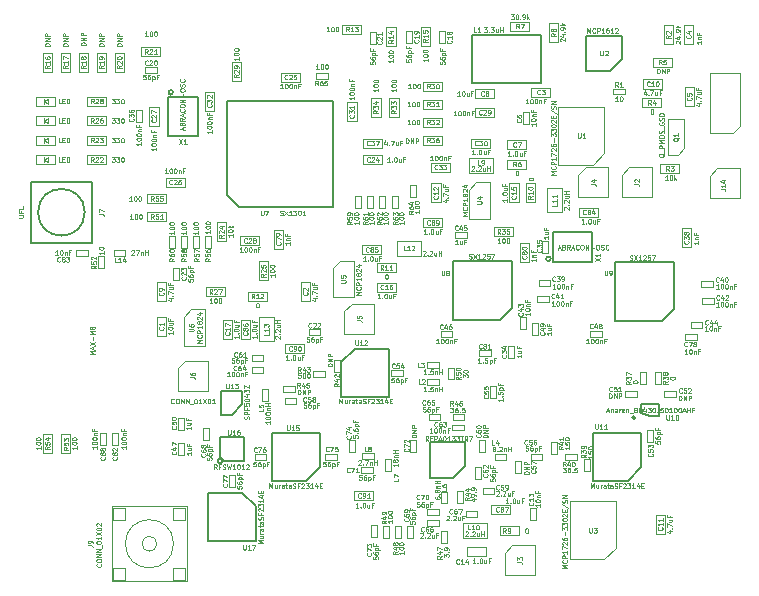
<source format=gbr>
%TF.GenerationSoftware,KiCad,Pcbnew,5.0.2-bee76a0~70~ubuntu18.04.1*%
%TF.CreationDate,2019-08-07T21:41:43+02:00*%
%TF.ProjectId,lohpi,6c6f6870-692e-46b6-9963-61645f706362,rev?*%
%TF.SameCoordinates,Original*%
%TF.FileFunction,Other,Fab,Top*%
%FSLAX46Y46*%
G04 Gerber Fmt 4.6, Leading zero omitted, Abs format (unit mm)*
G04 Created by KiCad (PCBNEW 5.0.2-bee76a0~70~ubuntu18.04.1) date Wed 07 Aug 2019 21:41:43 SAST*
%MOMM*%
%LPD*%
G01*
G04 APERTURE LIST*
%ADD10C,0.150000*%
%ADD11C,0.100000*%
%ADD12C,0.090000*%
G04 APERTURE END LIST*
D10*
%TO.C,L1*%
X128270000Y-124206000D02*
X128270000Y-120142000D01*
X128270000Y-120142000D02*
X134112000Y-120142000D01*
X134112000Y-120142000D02*
X134112000Y-124206000D01*
X134112000Y-124206000D02*
X128270000Y-124206000D01*
%TO.C,U10*%
X142127990Y-152514000D02*
G75*
G03X142127990Y-152514000I-141990J0D01*
G01*
X142621000Y-151371000D02*
X144145000Y-151371000D01*
X142621000Y-152133000D02*
X142621000Y-151371000D01*
X143383000Y-152387000D02*
X142621000Y-152133000D01*
X144145000Y-152387000D02*
X143383000Y-152387000D01*
X144145000Y-151371000D02*
X144145000Y-152387000D01*
%TO.C,X1*%
X102957489Y-124976195D02*
G75*
G03X102957489Y-124976195I-190500J0D01*
G01*
X105052989Y-128659195D02*
X105052989Y-125357195D01*
X102512989Y-128659195D02*
X105052989Y-128659195D01*
X102512989Y-125357195D02*
X102512989Y-128659195D01*
X105052989Y-125357195D02*
X102512989Y-125357195D01*
%TO.C,X2*%
X134937500Y-139065000D02*
G75*
G03X134937500Y-139065000I-190500J0D01*
G01*
X138430000Y-136779000D02*
X135128000Y-136779000D01*
X138430000Y-139319000D02*
X138430000Y-136779000D01*
X135128000Y-139319000D02*
X138430000Y-139319000D01*
X135128000Y-136779000D02*
X135128000Y-139319000D01*
%TO.C,J7*%
X95485696Y-135128000D02*
G75*
G03X95485696Y-135128000I-1977696J0D01*
G01*
X90904500Y-132524500D02*
X90904500Y-137731500D01*
X96111500Y-132524500D02*
X90904500Y-132524500D01*
X96111500Y-137731500D02*
X96111500Y-132524500D01*
X90904500Y-137731500D02*
X96111500Y-137731500D01*
%TO.C,U15*%
X115379500Y-156718000D02*
X115379500Y-153797000D01*
X114236500Y-157861000D02*
X115379500Y-156718000D01*
X111315500Y-157861000D02*
X114236500Y-157861000D01*
X111315500Y-153797000D02*
X111315500Y-157861000D01*
X115379500Y-153797000D02*
X111315500Y-153797000D01*
%TO.C,U11*%
X142621000Y-156718000D02*
X142621000Y-153797000D01*
X141478000Y-157861000D02*
X142621000Y-156718000D01*
X138557000Y-157861000D02*
X141478000Y-157861000D01*
X138557000Y-153797000D02*
X138557000Y-157861000D01*
X142621000Y-153797000D02*
X138557000Y-153797000D01*
%TO.C,U17*%
X108839000Y-158877000D02*
X105918000Y-158877000D01*
X109982000Y-160020000D02*
X108839000Y-158877000D01*
X109982000Y-162941000D02*
X109982000Y-160020000D01*
X105918000Y-162941000D02*
X109982000Y-162941000D01*
X105918000Y-158877000D02*
X105918000Y-162941000D01*
%TO.C,U12*%
X117221000Y-147828000D02*
X117221000Y-150749000D01*
X118364000Y-146685000D02*
X117221000Y-147828000D01*
X121285000Y-146685000D02*
X118364000Y-146685000D01*
X121285000Y-150749000D02*
X121285000Y-146685000D01*
X117221000Y-150749000D02*
X121285000Y-150749000D01*
%TO.C,U16*%
X107134805Y-156210000D02*
G75*
G03X107134805Y-156210000I-200805J0D01*
G01*
X106934000Y-155829000D02*
X106934000Y-154178000D01*
X107315000Y-156210000D02*
X106934000Y-155829000D01*
X108966000Y-156210000D02*
X107315000Y-156210000D01*
X108966000Y-154178000D02*
X108966000Y-156210000D01*
X106934000Y-154178000D02*
X108966000Y-154178000D01*
%TO.C,U13*%
X107950000Y-152273000D02*
X107061000Y-152273000D01*
X108839000Y-151384000D02*
X108839000Y-150241000D01*
X107950000Y-152273000D02*
X108839000Y-151384000D01*
X107061000Y-150241000D02*
X108839000Y-150241000D01*
X107061000Y-152273000D02*
X107061000Y-150241000D01*
D11*
%TO.C,R13*%
X117310000Y-119234000D02*
X118910000Y-119234000D01*
X118910000Y-119234000D02*
X118910000Y-120034000D01*
X118910000Y-120034000D02*
X117310000Y-120034000D01*
X117310000Y-120034000D02*
X117310000Y-119234000D01*
%TO.C,R14*%
X121012000Y-121069000D02*
X121012000Y-119469000D01*
X121012000Y-119469000D02*
X121812000Y-119469000D01*
X121812000Y-119469000D02*
X121812000Y-121069000D01*
X121812000Y-121069000D02*
X121012000Y-121069000D01*
%TO.C,D4*%
X92002000Y-125530000D02*
X92002000Y-125930000D01*
X92052000Y-125730000D02*
X92352000Y-125530000D01*
X92352000Y-125930000D02*
X92052000Y-125730000D01*
X92352000Y-125530000D02*
X92352000Y-125930000D01*
X93002000Y-126130000D02*
X91402000Y-126130000D01*
X93002000Y-125330000D02*
X93002000Y-126130000D01*
X91402000Y-125330000D02*
X93002000Y-125330000D01*
X91402000Y-126130000D02*
X91402000Y-125330000D01*
%TO.C,C28*%
X110262000Y-137941000D02*
X108662000Y-137941000D01*
X108662000Y-137941000D02*
X108662000Y-137141000D01*
X108662000Y-137141000D02*
X110262000Y-137141000D01*
X110262000Y-137141000D02*
X110262000Y-137941000D01*
%TO.C,L5*%
X110994000Y-151122000D02*
X110494000Y-151122000D01*
X110994000Y-150122000D02*
X110994000Y-151122000D01*
X110494000Y-150122000D02*
X110994000Y-150122000D01*
X110494000Y-151122000D02*
X110494000Y-150122000D01*
%TO.C,C61*%
X109609000Y-147197000D02*
X110609000Y-147197000D01*
X110609000Y-147197000D02*
X110609000Y-147697000D01*
X110609000Y-147697000D02*
X109609000Y-147697000D01*
X109609000Y-147697000D02*
X109609000Y-147197000D01*
%TO.C,C64*%
X109609000Y-148713000D02*
X109609000Y-148213000D01*
X110609000Y-148713000D02*
X109609000Y-148713000D01*
X110609000Y-148213000D02*
X110609000Y-148713000D01*
X109609000Y-148213000D02*
X110609000Y-148213000D01*
%TO.C,L13*%
X110251000Y-144034000D02*
X111491000Y-144034000D01*
X110251000Y-146034000D02*
X110251000Y-144034000D01*
X111491000Y-146034000D02*
X110251000Y-146034000D01*
X111491000Y-144034000D02*
X111491000Y-146034000D01*
%TO.C,J5*%
X117475000Y-143510000D02*
X118110000Y-142875000D01*
X117475000Y-145415000D02*
X117475000Y-143510000D01*
X120015000Y-145415000D02*
X117475000Y-145415000D01*
X120015000Y-142875000D02*
X120015000Y-145415000D01*
X118110000Y-142875000D02*
X120015000Y-142875000D01*
%TO.C,J6*%
X104013000Y-147701000D02*
X105918000Y-147701000D01*
X105918000Y-147701000D02*
X105918000Y-150241000D01*
X105918000Y-150241000D02*
X103378000Y-150241000D01*
X103378000Y-150241000D02*
X103378000Y-148336000D01*
X103378000Y-148336000D02*
X104013000Y-147701000D01*
%TO.C,U6*%
X105675000Y-143357000D02*
X105675000Y-146457000D01*
X105675000Y-146457000D02*
X103875000Y-146457000D01*
X103875000Y-144007000D02*
X103875000Y-146457000D01*
X105675000Y-143357000D02*
X104525000Y-143357000D01*
X103875000Y-144007000D02*
X104525000Y-143357000D01*
%TO.C,L10*%
X129524000Y-161432000D02*
X129524000Y-162672000D01*
X127524000Y-161432000D02*
X129524000Y-161432000D01*
X127524000Y-162672000D02*
X127524000Y-161432000D01*
X129524000Y-162672000D02*
X127524000Y-162672000D01*
%TO.C,C14*%
X129451000Y-164230000D02*
X127851000Y-164230000D01*
X127851000Y-164230000D02*
X127851000Y-163430000D01*
X127851000Y-163430000D02*
X129451000Y-163430000D01*
X129451000Y-163430000D02*
X129451000Y-164230000D01*
%TO.C,R12*%
X110909000Y-142640000D02*
X109309000Y-142640000D01*
X109309000Y-142640000D02*
X109309000Y-141840000D01*
X109309000Y-141840000D02*
X110909000Y-141840000D01*
X110909000Y-141840000D02*
X110909000Y-142640000D01*
%TO.C,R33*%
X121266000Y-127038000D02*
X121266000Y-125438000D01*
X121266000Y-125438000D02*
X122066000Y-125438000D01*
X122066000Y-125438000D02*
X122066000Y-127038000D01*
X122066000Y-127038000D02*
X121266000Y-127038000D01*
%TO.C,R35*%
X130137000Y-137179000D02*
X130137000Y-136379000D01*
X131737000Y-137179000D02*
X130137000Y-137179000D01*
X131737000Y-136379000D02*
X131737000Y-137179000D01*
X130137000Y-136379000D02*
X131737000Y-136379000D01*
D10*
%TO.C,U7*%
X108514000Y-134675000D02*
X107514000Y-133675000D01*
X116514000Y-134675000D02*
X108514000Y-134675000D01*
X116514000Y-125675000D02*
X116514000Y-134675000D01*
X107514000Y-125675000D02*
X116514000Y-125675000D01*
X107514000Y-133675000D02*
X107514000Y-125675000D01*
D11*
%TO.C,C79*%
X111487000Y-136602000D02*
X112287000Y-136602000D01*
X111487000Y-138202000D02*
X111487000Y-136602000D01*
X112287000Y-138202000D02*
X111487000Y-138202000D01*
X112287000Y-136602000D02*
X112287000Y-138202000D01*
%TO.C,C24*%
X119088000Y-130283000D02*
X120688000Y-130283000D01*
X120688000Y-130283000D02*
X120688000Y-131083000D01*
X120688000Y-131083000D02*
X119088000Y-131083000D01*
X119088000Y-131083000D02*
X119088000Y-130283000D01*
%TO.C,U5*%
X118291000Y-139227000D02*
X118291000Y-142327000D01*
X118291000Y-142327000D02*
X116491000Y-142327000D01*
X116491000Y-139877000D02*
X116491000Y-142327000D01*
X118291000Y-139227000D02*
X117141000Y-139227000D01*
X116491000Y-139877000D02*
X117141000Y-139227000D01*
%TO.C,R25*%
X111017000Y-139281000D02*
X111017000Y-140881000D01*
X111017000Y-140881000D02*
X110217000Y-140881000D01*
X110217000Y-140881000D02*
X110217000Y-139281000D01*
X110217000Y-139281000D02*
X111017000Y-139281000D01*
%TO.C,C37*%
X119088000Y-128886000D02*
X120688000Y-128886000D01*
X120688000Y-128886000D02*
X120688000Y-129686000D01*
X120688000Y-129686000D02*
X119088000Y-129686000D01*
X119088000Y-129686000D02*
X119088000Y-128886000D01*
%TO.C,U4*%
X128005000Y-133212000D02*
X128655000Y-132562000D01*
X129805000Y-132562000D02*
X128655000Y-132562000D01*
X128005000Y-133212000D02*
X128005000Y-135662000D01*
X129805000Y-135662000D02*
X128005000Y-135662000D01*
X129805000Y-132562000D02*
X129805000Y-135662000D01*
%TO.C,C44*%
X147778000Y-144403000D02*
X147778000Y-144903000D01*
X146778000Y-144403000D02*
X147778000Y-144403000D01*
X146778000Y-144903000D02*
X146778000Y-144403000D01*
X147778000Y-144903000D02*
X146778000Y-144903000D01*
%TO.C,L7*%
X121408000Y-156027500D02*
X121408000Y-157027500D01*
X121408000Y-157027500D02*
X120908000Y-157027500D01*
X120908000Y-157027500D02*
X120908000Y-156027500D01*
X120908000Y-156027500D02*
X121408000Y-156027500D01*
%TO.C,R32*%
X125768000Y-127108000D02*
X125768000Y-127908000D01*
X124168000Y-127108000D02*
X125768000Y-127108000D01*
X124168000Y-127908000D02*
X124168000Y-127108000D01*
X125768000Y-127908000D02*
X124168000Y-127908000D01*
%TO.C,C25*%
X112103000Y-123298000D02*
X113703000Y-123298000D01*
X113703000Y-123298000D02*
X113703000Y-124098000D01*
X113703000Y-124098000D02*
X112103000Y-124098000D01*
X112103000Y-124098000D02*
X112103000Y-123298000D01*
%TO.C,R24*%
X106661000Y-135979000D02*
X107461000Y-135979000D01*
X106661000Y-137579000D02*
X106661000Y-135979000D01*
X107461000Y-137579000D02*
X106661000Y-137579000D01*
X107461000Y-135979000D02*
X107461000Y-137579000D01*
D10*
%TO.C,U2*%
X140946000Y-122166000D02*
X139946000Y-123166000D01*
X140946000Y-120166000D02*
X140946000Y-122166000D01*
X137946000Y-120166000D02*
X140946000Y-120166000D01*
X137946000Y-123166000D02*
X137946000Y-120166000D01*
X139946000Y-123166000D02*
X137946000Y-123166000D01*
D11*
%TO.C,C7*%
X132880000Y-129013000D02*
X132880000Y-129813000D01*
X131280000Y-129013000D02*
X132880000Y-129013000D01*
X131280000Y-129813000D02*
X131280000Y-129013000D01*
X132880000Y-129813000D02*
X131280000Y-129813000D01*
%TO.C,R38*%
X144268000Y-149674200D02*
X143768000Y-149674200D01*
X144268000Y-148674200D02*
X144268000Y-149674200D01*
X143768000Y-148674200D02*
X144268000Y-148674200D01*
X143768000Y-149674200D02*
X143768000Y-148674200D01*
%TO.C,C62*%
X128528000Y-157726000D02*
X128528000Y-156726000D01*
X128528000Y-156726000D02*
X129028000Y-156726000D01*
X129028000Y-156726000D02*
X129028000Y-157726000D01*
X129028000Y-157726000D02*
X128528000Y-157726000D01*
%TO.C,C56*%
X134231000Y-156079000D02*
X133231000Y-156079000D01*
X133231000Y-156079000D02*
X133231000Y-155579000D01*
X133231000Y-155579000D02*
X134231000Y-155579000D01*
X134231000Y-155579000D02*
X134231000Y-156079000D01*
%TO.C,C66*%
X124468000Y-161667000D02*
X124468000Y-161167000D01*
X125468000Y-161667000D02*
X124468000Y-161667000D01*
X125468000Y-161167000D02*
X125468000Y-161667000D01*
X124468000Y-161167000D02*
X125468000Y-161167000D01*
%TO.C,R47*%
X125683200Y-162129000D02*
X126183200Y-162129000D01*
X125683200Y-163129000D02*
X125683200Y-162129000D01*
X126183200Y-163129000D02*
X125683200Y-163129000D01*
X126183200Y-162129000D02*
X126183200Y-163129000D01*
%TO.C,C73*%
X120265000Y-162594000D02*
X119765000Y-162594000D01*
X120265000Y-161594000D02*
X120265000Y-162594000D01*
X119765000Y-161594000D02*
X120265000Y-161594000D01*
X119765000Y-162594000D02*
X119765000Y-161594000D01*
%TO.C,R9*%
X130645000Y-162452000D02*
X130645000Y-161652000D01*
X132245000Y-162452000D02*
X130645000Y-162452000D01*
X132245000Y-161652000D02*
X132245000Y-162452000D01*
X130645000Y-161652000D02*
X132245000Y-161652000D01*
D10*
%TO.C,U14*%
X127680000Y-156588500D02*
X126680000Y-157588500D01*
X127680000Y-154588500D02*
X127680000Y-156588500D01*
X124680000Y-154588500D02*
X127680000Y-154588500D01*
X124680000Y-157588500D02*
X124680000Y-154588500D01*
X126680000Y-157588500D02*
X124680000Y-157588500D01*
D11*
%TO.C,R49*%
X120781000Y-162679000D02*
X120781000Y-161679000D01*
X120781000Y-161679000D02*
X121281000Y-161679000D01*
X121281000Y-161679000D02*
X121281000Y-162679000D01*
X121281000Y-162679000D02*
X120781000Y-162679000D01*
%TO.C,R44*%
X127504000Y-159758000D02*
X127004000Y-159758000D01*
X127504000Y-158758000D02*
X127504000Y-159758000D01*
X127004000Y-158758000D02*
X127504000Y-158758000D01*
X127004000Y-159758000D02*
X127004000Y-158758000D01*
%TO.C,C72*%
X123067000Y-155398000D02*
X123067000Y-154398000D01*
X123067000Y-154398000D02*
X123567000Y-154398000D01*
X123567000Y-154398000D02*
X123567000Y-155398000D01*
X123567000Y-155398000D02*
X123067000Y-155398000D01*
%TO.C,R39*%
X138299000Y-156033000D02*
X138299000Y-157033000D01*
X138299000Y-157033000D02*
X137799000Y-157033000D01*
X137799000Y-157033000D02*
X137799000Y-156033000D01*
X137799000Y-156033000D02*
X138299000Y-156033000D01*
%TO.C,C58*%
X112403000Y-151380000D02*
X112403000Y-150880000D01*
X113403000Y-151380000D02*
X112403000Y-151380000D01*
X113403000Y-150880000D02*
X113403000Y-151380000D01*
X112403000Y-150880000D02*
X113403000Y-150880000D01*
%TO.C,C77*%
X108200000Y-158361000D02*
X107700000Y-158361000D01*
X108200000Y-157361000D02*
X108200000Y-158361000D01*
X107700000Y-157361000D02*
X108200000Y-157361000D01*
X107700000Y-158361000D02*
X107700000Y-157361000D01*
%TO.C,C15*%
X131426000Y-132677000D02*
X132226000Y-132677000D01*
X131426000Y-134277000D02*
X131426000Y-132677000D01*
X132226000Y-134277000D02*
X131426000Y-134277000D01*
X132226000Y-132677000D02*
X132226000Y-134277000D01*
%TO.C,R10*%
X132823000Y-134277000D02*
X132823000Y-132677000D01*
X132823000Y-132677000D02*
X133623000Y-132677000D01*
X133623000Y-132677000D02*
X133623000Y-134277000D01*
X133623000Y-134277000D02*
X132823000Y-134277000D01*
%TO.C,C1*%
X101581000Y-143980000D02*
X102381000Y-143980000D01*
X101581000Y-145580000D02*
X101581000Y-143980000D01*
X102381000Y-145580000D02*
X101581000Y-145580000D01*
X102381000Y-143980000D02*
X102381000Y-145580000D01*
%TO.C,C2*%
X114573000Y-141047000D02*
X114573000Y-142647000D01*
X114573000Y-142647000D02*
X113773000Y-142647000D01*
X113773000Y-142647000D02*
X113773000Y-141047000D01*
X113773000Y-141047000D02*
X114573000Y-141047000D01*
%TO.C,C3*%
X134912000Y-125368000D02*
X133312000Y-125368000D01*
X133312000Y-125368000D02*
X133312000Y-124568000D01*
X133312000Y-124568000D02*
X134912000Y-124568000D01*
X134912000Y-124568000D02*
X134912000Y-125368000D01*
%TO.C,C4*%
X147021500Y-119278500D02*
X147021500Y-120878500D01*
X147021500Y-120878500D02*
X146221500Y-120878500D01*
X146221500Y-120878500D02*
X146221500Y-119278500D01*
X146221500Y-119278500D02*
X147021500Y-119278500D01*
%TO.C,C5*%
X146285000Y-126149000D02*
X146285000Y-124549000D01*
X146285000Y-124549000D02*
X147085000Y-124549000D01*
X147085000Y-124549000D02*
X147085000Y-126149000D01*
X147085000Y-126149000D02*
X146285000Y-126149000D01*
%TO.C,C8*%
X128549500Y-125495000D02*
X128549500Y-124695000D01*
X130149500Y-125495000D02*
X128549500Y-125495000D01*
X130149500Y-124695000D02*
X130149500Y-125495000D01*
X128549500Y-124695000D02*
X130149500Y-124695000D01*
%TO.C,C9*%
X101581000Y-142659000D02*
X101581000Y-141059000D01*
X101581000Y-141059000D02*
X102381000Y-141059000D01*
X102381000Y-141059000D02*
X102381000Y-142659000D01*
X102381000Y-142659000D02*
X101581000Y-142659000D01*
%TO.C,C10*%
X142773500Y-123869500D02*
X144373500Y-123869500D01*
X144373500Y-123869500D02*
X144373500Y-124669500D01*
X144373500Y-124669500D02*
X142773500Y-124669500D01*
X142773500Y-124669500D02*
X142773500Y-123869500D01*
%TO.C,C11*%
X144625734Y-162342130D02*
X143825734Y-162342130D01*
X144625734Y-160742130D02*
X144625734Y-162342130D01*
X143825734Y-160742130D02*
X144625734Y-160742130D01*
X143825734Y-162342130D02*
X143825734Y-160742130D01*
%TO.C,C12*%
X124822000Y-132677000D02*
X125622000Y-132677000D01*
X124822000Y-134277000D02*
X124822000Y-132677000D01*
X125622000Y-134277000D02*
X124822000Y-134277000D01*
X125622000Y-132677000D02*
X125622000Y-134277000D01*
%TO.C,C16*%
X120231000Y-141878000D02*
X120231000Y-141078000D01*
X121831000Y-141878000D02*
X120231000Y-141878000D01*
X121831000Y-141078000D02*
X121831000Y-141878000D01*
X120231000Y-141078000D02*
X121831000Y-141078000D01*
%TO.C,C17*%
X107169000Y-144234000D02*
X107969000Y-144234000D01*
X107169000Y-145834000D02*
X107169000Y-144234000D01*
X107969000Y-145834000D02*
X107169000Y-145834000D01*
X107969000Y-144234000D02*
X107969000Y-145834000D01*
%TO.C,C26*%
X103936000Y-132188000D02*
X103936000Y-132988000D01*
X102336000Y-132188000D02*
X103936000Y-132188000D01*
X102336000Y-132988000D02*
X102336000Y-132188000D01*
X103936000Y-132988000D02*
X102336000Y-132988000D01*
%TO.C,C27*%
X100969989Y-126208195D02*
X101769989Y-126208195D01*
X100969989Y-127808195D02*
X100969989Y-126208195D01*
X101769989Y-127808195D02*
X100969989Y-127808195D01*
X101769989Y-126208195D02*
X101769989Y-127808195D01*
%TO.C,C29*%
X128549500Y-127082500D02*
X128549500Y-126282500D01*
X130149500Y-127082500D02*
X128549500Y-127082500D01*
X130149500Y-126282500D02*
X130149500Y-127082500D01*
X128549500Y-126282500D02*
X130149500Y-126282500D01*
%TO.C,C30*%
X128232000Y-128886000D02*
X129832000Y-128886000D01*
X129832000Y-128886000D02*
X129832000Y-129686000D01*
X129832000Y-129686000D02*
X128232000Y-129686000D01*
X128232000Y-129686000D02*
X128232000Y-128886000D01*
%TO.C,C31*%
X118510000Y-127419000D02*
X117710000Y-127419000D01*
X118510000Y-125819000D02*
X118510000Y-127419000D01*
X117710000Y-125819000D02*
X118510000Y-125819000D01*
X117710000Y-127419000D02*
X117710000Y-125819000D01*
%TO.C,C32*%
X105645000Y-126518000D02*
X105645000Y-124918000D01*
X105645000Y-124918000D02*
X106445000Y-124918000D01*
X106445000Y-124918000D02*
X106445000Y-126518000D01*
X106445000Y-126518000D02*
X105645000Y-126518000D01*
%TO.C,C33*%
X126391000Y-130918000D02*
X126391000Y-131718000D01*
X124791000Y-130918000D02*
X126391000Y-130918000D01*
X124791000Y-131718000D02*
X124791000Y-130918000D01*
X126391000Y-131718000D02*
X124791000Y-131718000D01*
%TO.C,D1*%
X91402000Y-131083000D02*
X91402000Y-130283000D01*
X91402000Y-130283000D02*
X93002000Y-130283000D01*
X93002000Y-130283000D02*
X93002000Y-131083000D01*
X93002000Y-131083000D02*
X91402000Y-131083000D01*
X92352000Y-130483000D02*
X92352000Y-130883000D01*
X92352000Y-130883000D02*
X92052000Y-130683000D01*
X92052000Y-130683000D02*
X92352000Y-130483000D01*
X92002000Y-130483000D02*
X92002000Y-130883000D01*
%TO.C,D2*%
X92002000Y-128832000D02*
X92002000Y-129232000D01*
X92052000Y-129032000D02*
X92352000Y-128832000D01*
X92352000Y-129232000D02*
X92052000Y-129032000D01*
X92352000Y-128832000D02*
X92352000Y-129232000D01*
X93002000Y-129432000D02*
X91402000Y-129432000D01*
X93002000Y-128632000D02*
X93002000Y-129432000D01*
X91402000Y-128632000D02*
X93002000Y-128632000D01*
X91402000Y-129432000D02*
X91402000Y-128632000D01*
%TO.C,D3*%
X91402000Y-127781000D02*
X91402000Y-126981000D01*
X91402000Y-126981000D02*
X93002000Y-126981000D01*
X93002000Y-126981000D02*
X93002000Y-127781000D01*
X93002000Y-127781000D02*
X91402000Y-127781000D01*
X92352000Y-127181000D02*
X92352000Y-127581000D01*
X92352000Y-127581000D02*
X92052000Y-127381000D01*
X92052000Y-127381000D02*
X92352000Y-127181000D01*
X92002000Y-127181000D02*
X92002000Y-127581000D01*
%TO.C,J1*%
X150980000Y-127795000D02*
X150345000Y-128430000D01*
X150980000Y-123350000D02*
X150980000Y-127795000D01*
X148440000Y-123350000D02*
X150980000Y-123350000D01*
X148440000Y-128430000D02*
X148440000Y-123350000D01*
X150345000Y-128430000D02*
X148440000Y-128430000D01*
%TO.C,Q1*%
X146242000Y-127258000D02*
X144842000Y-127258000D01*
X144842000Y-130298000D02*
X144842000Y-127258000D01*
X146242000Y-129728000D02*
X145692000Y-130298000D01*
X145692000Y-130298000D02*
X144842000Y-130298000D01*
X146242000Y-129728000D02*
X146242000Y-127278000D01*
%TO.C,R2*%
X144507000Y-120878500D02*
X144507000Y-119278500D01*
X144507000Y-119278500D02*
X145307000Y-119278500D01*
X145307000Y-119278500D02*
X145307000Y-120878500D01*
X145307000Y-120878500D02*
X144507000Y-120878500D01*
%TO.C,R3*%
X145834000Y-131045000D02*
X145834000Y-131845000D01*
X144234000Y-131045000D02*
X145834000Y-131045000D01*
X144234000Y-131845000D02*
X144234000Y-131045000D01*
X145834000Y-131845000D02*
X144234000Y-131845000D01*
%TO.C,R4*%
X142710000Y-126257000D02*
X142710000Y-125457000D01*
X144310000Y-126257000D02*
X142710000Y-126257000D01*
X144310000Y-125457000D02*
X144310000Y-126257000D01*
X142710000Y-125457000D02*
X144310000Y-125457000D01*
%TO.C,R5*%
X143599000Y-122028000D02*
X145199000Y-122028000D01*
X145199000Y-122028000D02*
X145199000Y-122828000D01*
X145199000Y-122828000D02*
X143599000Y-122828000D01*
X143599000Y-122828000D02*
X143599000Y-122028000D01*
%TO.C,R6*%
X131280000Y-130664000D02*
X132880000Y-130664000D01*
X132880000Y-130664000D02*
X132880000Y-131464000D01*
X132880000Y-131464000D02*
X131280000Y-131464000D01*
X131280000Y-131464000D02*
X131280000Y-130664000D01*
%TO.C,R7*%
X131534000Y-118980000D02*
X133134000Y-118980000D01*
X133134000Y-118980000D02*
X133134000Y-119780000D01*
X133134000Y-119780000D02*
X131534000Y-119780000D01*
X131534000Y-119780000D02*
X131534000Y-118980000D01*
%TO.C,R8*%
X135591500Y-120688000D02*
X134791500Y-120688000D01*
X135591500Y-119088000D02*
X135591500Y-120688000D01*
X134791500Y-119088000D02*
X135591500Y-119088000D01*
X134791500Y-120688000D02*
X134791500Y-119088000D01*
%TO.C,R11*%
X121819000Y-139427000D02*
X121819000Y-140227000D01*
X120219000Y-139427000D02*
X121819000Y-139427000D01*
X120219000Y-140227000D02*
X120219000Y-139427000D01*
X121819000Y-140227000D02*
X120219000Y-140227000D01*
%TO.C,R15*%
X124733000Y-121069000D02*
X123933000Y-121069000D01*
X124733000Y-119469000D02*
X124733000Y-121069000D01*
X123933000Y-119469000D02*
X124733000Y-119469000D01*
X123933000Y-121069000D02*
X123933000Y-119469000D01*
%TO.C,R16*%
X91929000Y-123228000D02*
X91929000Y-121628000D01*
X91929000Y-121628000D02*
X92729000Y-121628000D01*
X92729000Y-121628000D02*
X92729000Y-123228000D01*
X92729000Y-123228000D02*
X91929000Y-123228000D01*
%TO.C,R17*%
X94253000Y-123228000D02*
X93453000Y-123228000D01*
X94253000Y-121628000D02*
X94253000Y-123228000D01*
X93453000Y-121628000D02*
X94253000Y-121628000D01*
X93453000Y-123228000D02*
X93453000Y-121628000D01*
%TO.C,R18*%
X94977000Y-123228000D02*
X94977000Y-121628000D01*
X94977000Y-121628000D02*
X95777000Y-121628000D01*
X95777000Y-121628000D02*
X95777000Y-123228000D01*
X95777000Y-123228000D02*
X94977000Y-123228000D01*
%TO.C,R19*%
X97301000Y-123228000D02*
X96501000Y-123228000D01*
X97301000Y-121628000D02*
X97301000Y-123228000D01*
X96501000Y-121628000D02*
X97301000Y-121628000D01*
X96501000Y-123228000D02*
X96501000Y-121628000D01*
%TO.C,R20*%
X98025000Y-123228000D02*
X98025000Y-121628000D01*
X98025000Y-121628000D02*
X98825000Y-121628000D01*
X98825000Y-121628000D02*
X98825000Y-123228000D01*
X98825000Y-123228000D02*
X98025000Y-123228000D01*
%TO.C,R21*%
X101892000Y-121139000D02*
X101892000Y-121939000D01*
X100292000Y-121139000D02*
X101892000Y-121139000D01*
X100292000Y-121939000D02*
X100292000Y-121139000D01*
X101892000Y-121939000D02*
X100292000Y-121939000D01*
%TO.C,R22*%
X97320000Y-131083000D02*
X95720000Y-131083000D01*
X95720000Y-131083000D02*
X95720000Y-130283000D01*
X95720000Y-130283000D02*
X97320000Y-130283000D01*
X97320000Y-130283000D02*
X97320000Y-131083000D01*
%TO.C,R23*%
X97320000Y-128632000D02*
X97320000Y-129432000D01*
X95720000Y-128632000D02*
X97320000Y-128632000D01*
X95720000Y-129432000D02*
X95720000Y-128632000D01*
X97320000Y-129432000D02*
X95720000Y-129432000D01*
%TO.C,R26*%
X97320000Y-127781000D02*
X95720000Y-127781000D01*
X95720000Y-127781000D02*
X95720000Y-126981000D01*
X95720000Y-126981000D02*
X97320000Y-126981000D01*
X97320000Y-126981000D02*
X97320000Y-127781000D01*
%TO.C,R27*%
X107353000Y-141459000D02*
X107353000Y-142259000D01*
X105753000Y-141459000D02*
X107353000Y-141459000D01*
X105753000Y-142259000D02*
X105753000Y-141459000D01*
X107353000Y-142259000D02*
X105753000Y-142259000D01*
%TO.C,R28*%
X97320000Y-125330000D02*
X97320000Y-126130000D01*
X95720000Y-125330000D02*
X97320000Y-125330000D01*
X95720000Y-126130000D02*
X95720000Y-125330000D01*
X97320000Y-126130000D02*
X95720000Y-126130000D01*
%TO.C,R29*%
X108731000Y-122390000D02*
X108731000Y-123990000D01*
X108731000Y-123990000D02*
X107931000Y-123990000D01*
X107931000Y-123990000D02*
X107931000Y-122390000D01*
X107931000Y-122390000D02*
X108731000Y-122390000D01*
%TO.C,R30*%
X125768000Y-124060000D02*
X125768000Y-124860000D01*
X124168000Y-124060000D02*
X125768000Y-124060000D01*
X124168000Y-124860000D02*
X124168000Y-124060000D01*
X125768000Y-124860000D02*
X124168000Y-124860000D01*
%TO.C,R31*%
X125756000Y-126384000D02*
X124156000Y-126384000D01*
X124156000Y-126384000D02*
X124156000Y-125584000D01*
X124156000Y-125584000D02*
X125756000Y-125584000D01*
X125756000Y-125584000D02*
X125756000Y-126384000D01*
%TO.C,R34*%
X120542000Y-127038000D02*
X119742000Y-127038000D01*
X120542000Y-125438000D02*
X120542000Y-127038000D01*
X119742000Y-125438000D02*
X120542000Y-125438000D01*
X119742000Y-127038000D02*
X119742000Y-125438000D01*
%TO.C,R36*%
X125768000Y-129432000D02*
X124168000Y-129432000D01*
X124168000Y-129432000D02*
X124168000Y-128632000D01*
X124168000Y-128632000D02*
X125768000Y-128632000D01*
X125768000Y-128632000D02*
X125768000Y-129432000D01*
%TO.C,U1*%
X139491000Y-130101000D02*
X138491000Y-131101000D01*
X139491000Y-126201000D02*
X139491000Y-130101000D01*
X135591000Y-126201000D02*
X139491000Y-126201000D01*
X135591000Y-131101000D02*
X135591000Y-126201000D01*
X138491000Y-131101000D02*
X135591000Y-131101000D01*
%TO.C,U3*%
X139460734Y-164512130D02*
X136560734Y-164512130D01*
X136560734Y-164512130D02*
X136560734Y-159612130D01*
X136560734Y-159612130D02*
X140460734Y-159612130D01*
X140460734Y-159612130D02*
X140460734Y-163512130D01*
X140460734Y-163512130D02*
X139460734Y-164512130D01*
D10*
%TO.C,U8*%
X131632500Y-143258500D02*
X130632500Y-144258500D01*
X131632500Y-139258500D02*
X131632500Y-143258500D01*
X126632500Y-139258500D02*
X131632500Y-139258500D01*
X126632500Y-144258500D02*
X126632500Y-139258500D01*
X130632500Y-144258500D02*
X126632500Y-144258500D01*
%TO.C,U9*%
X144375000Y-144359000D02*
X140375000Y-144359000D01*
X140375000Y-144359000D02*
X140375000Y-139359000D01*
X140375000Y-139359000D02*
X145375000Y-139359000D01*
X145375000Y-139359000D02*
X145375000Y-143359000D01*
X145375000Y-143359000D02*
X144375000Y-144359000D01*
D11*
%TO.C,L2*%
X125468000Y-149729000D02*
X124468000Y-149729000D01*
X124468000Y-149729000D02*
X124468000Y-149229000D01*
X124468000Y-149229000D02*
X125468000Y-149229000D01*
X125468000Y-149229000D02*
X125468000Y-149729000D01*
%TO.C,L3*%
X124468000Y-148332000D02*
X124468000Y-147832000D01*
X125468000Y-148332000D02*
X124468000Y-148332000D01*
X125468000Y-147832000D02*
X125468000Y-148332000D01*
X124468000Y-147832000D02*
X125468000Y-147832000D01*
%TO.C,L4*%
X131183000Y-156079000D02*
X130183000Y-156079000D01*
X130183000Y-156079000D02*
X130183000Y-155579000D01*
X130183000Y-155579000D02*
X131183000Y-155579000D01*
X131183000Y-155579000D02*
X131183000Y-156079000D01*
%TO.C,L8*%
X119943500Y-156015500D02*
X118943500Y-156015500D01*
X118943500Y-156015500D02*
X118943500Y-155515500D01*
X118943500Y-155515500D02*
X119943500Y-155515500D01*
X119943500Y-155515500D02*
X119943500Y-156015500D01*
%TO.C,J9*%
X104015000Y-161165000D02*
X104015000Y-160145000D01*
X102995000Y-160145000D02*
X104015000Y-160145000D01*
X104015000Y-166245000D02*
X102995000Y-166245000D01*
X104015000Y-166245000D02*
X104015000Y-165225000D01*
X97915000Y-166245000D02*
X97915000Y-165225000D01*
X97915000Y-166245000D02*
X98935000Y-166245000D01*
X97915000Y-160145000D02*
X98935000Y-160145000D01*
X101600000Y-163195000D02*
G75*
G03X101600000Y-163195000I-635000J0D01*
G01*
X103005000Y-163195000D02*
G75*
G03X103005000Y-163195000I-2040000J0D01*
G01*
X102995000Y-161165000D02*
X104015000Y-161165000D01*
X102995000Y-160145000D02*
X102995000Y-161165000D01*
X98935000Y-161165000D02*
X98935000Y-160145000D01*
X97915000Y-161165000D02*
X98935000Y-161165000D01*
X102995000Y-166245000D02*
X102995000Y-165225000D01*
X102995000Y-165225000D02*
X104015000Y-165225000D01*
X98935000Y-166245000D02*
X98935000Y-165225000D01*
X97915000Y-165225000D02*
X98935000Y-165225000D01*
X97795000Y-166365000D02*
X97795000Y-160025000D01*
X97795000Y-166365000D02*
X104135000Y-166365000D01*
X104135000Y-166365000D02*
X104135000Y-160025000D01*
X97795000Y-160025000D02*
X104135000Y-160025000D01*
X97915000Y-161165000D02*
X97915000Y-160145000D01*
%TO.C,C34*%
X131822000Y-146439000D02*
X131822000Y-147439000D01*
X131822000Y-147439000D02*
X131322000Y-147439000D01*
X131322000Y-147439000D02*
X131322000Y-146439000D01*
X131322000Y-146439000D02*
X131822000Y-146439000D01*
%TO.C,C35*%
X134243000Y-137549000D02*
X134743000Y-137549000D01*
X134243000Y-138549000D02*
X134243000Y-137549000D01*
X134743000Y-138549000D02*
X134243000Y-138549000D01*
X134743000Y-137549000D02*
X134743000Y-138549000D01*
%TO.C,C36*%
X99826000Y-126458000D02*
X100326000Y-126458000D01*
X99826000Y-127458000D02*
X99826000Y-126458000D01*
X100326000Y-127458000D02*
X99826000Y-127458000D01*
X100326000Y-126458000D02*
X100326000Y-127458000D01*
%TO.C,C39*%
X134908000Y-141347000D02*
X133908000Y-141347000D01*
X133908000Y-141347000D02*
X133908000Y-140847000D01*
X133908000Y-140847000D02*
X134908000Y-140847000D01*
X134908000Y-140847000D02*
X134908000Y-141347000D01*
%TO.C,C40*%
X148667000Y-140974000D02*
X148667000Y-141474000D01*
X147667000Y-140974000D02*
X148667000Y-140974000D01*
X147667000Y-141474000D02*
X147667000Y-140974000D01*
X148667000Y-141474000D02*
X147667000Y-141474000D01*
%TO.C,C41*%
X134781000Y-142244000D02*
X134781000Y-142744000D01*
X133781000Y-142244000D02*
X134781000Y-142244000D01*
X133781000Y-142744000D02*
X133781000Y-142244000D01*
X134781000Y-142744000D02*
X133781000Y-142744000D01*
%TO.C,C42*%
X148751000Y-142871000D02*
X147751000Y-142871000D01*
X147751000Y-142871000D02*
X147751000Y-142371000D01*
X147751000Y-142371000D02*
X148751000Y-142371000D01*
X148751000Y-142371000D02*
X148751000Y-142871000D01*
%TO.C,C43*%
X132338000Y-145026000D02*
X132338000Y-144026000D01*
X132338000Y-144026000D02*
X132838000Y-144026000D01*
X132838000Y-144026000D02*
X132838000Y-145026000D01*
X132838000Y-145026000D02*
X132338000Y-145026000D01*
%TO.C,C45*%
X126839000Y-137283000D02*
X126839000Y-136783000D01*
X127839000Y-137283000D02*
X126839000Y-137283000D01*
X127839000Y-136783000D02*
X127839000Y-137283000D01*
X126839000Y-136783000D02*
X127839000Y-136783000D01*
%TO.C,C46*%
X126611000Y-145165000D02*
X126611000Y-145665000D01*
X125611000Y-145165000D02*
X126611000Y-145165000D01*
X125611000Y-145665000D02*
X125611000Y-145165000D01*
X126611000Y-145665000D02*
X125611000Y-145665000D01*
%TO.C,C47*%
X103382000Y-154694000D02*
X103882000Y-154694000D01*
X103382000Y-155694000D02*
X103382000Y-154694000D01*
X103882000Y-155694000D02*
X103382000Y-155694000D01*
X103882000Y-154694000D02*
X103882000Y-155694000D01*
%TO.C,C48*%
X139269000Y-145665000D02*
X138269000Y-145665000D01*
X138269000Y-145665000D02*
X138269000Y-145165000D01*
X138269000Y-145165000D02*
X139269000Y-145165000D01*
X139269000Y-145165000D02*
X139269000Y-145665000D01*
%TO.C,C49*%
X133854000Y-144534000D02*
X133854000Y-145534000D01*
X133854000Y-145534000D02*
X133354000Y-145534000D01*
X133354000Y-145534000D02*
X133354000Y-144534000D01*
X133354000Y-144534000D02*
X133854000Y-144534000D01*
%TO.C,C50*%
X103382000Y-153535000D02*
X103382000Y-152535000D01*
X103382000Y-152535000D02*
X103882000Y-152535000D01*
X103882000Y-152535000D02*
X103882000Y-153535000D01*
X103882000Y-153535000D02*
X103382000Y-153535000D01*
%TO.C,C51*%
X142232000Y-150745000D02*
X141232000Y-150745000D01*
X141232000Y-150745000D02*
X141232000Y-150245000D01*
X141232000Y-150245000D02*
X142232000Y-150245000D01*
X142232000Y-150245000D02*
X142232000Y-150745000D01*
%TO.C,C52*%
X145534000Y-150245000D02*
X145534000Y-150745000D01*
X144534000Y-150245000D02*
X145534000Y-150245000D01*
X144534000Y-150745000D02*
X144534000Y-150245000D01*
X145534000Y-150745000D02*
X144534000Y-150745000D01*
%TO.C,C53*%
X143133000Y-153551000D02*
X143633000Y-153551000D01*
X143133000Y-154551000D02*
X143133000Y-153551000D01*
X143633000Y-154551000D02*
X143133000Y-154551000D01*
X143633000Y-153551000D02*
X143633000Y-154551000D01*
%TO.C,C54*%
X121420000Y-148467000D02*
X122420000Y-148467000D01*
X122420000Y-148467000D02*
X122420000Y-148967000D01*
X122420000Y-148967000D02*
X121420000Y-148967000D01*
X121420000Y-148967000D02*
X121420000Y-148467000D01*
%TO.C,C55*%
X130298000Y-150868000D02*
X129798000Y-150868000D01*
X130298000Y-149868000D02*
X130298000Y-150868000D01*
X129798000Y-149868000D02*
X130298000Y-149868000D01*
X129798000Y-150868000D02*
X129798000Y-149868000D01*
%TO.C,C57*%
X131957000Y-156218000D02*
X132457000Y-156218000D01*
X131957000Y-157218000D02*
X131957000Y-156218000D01*
X132457000Y-157218000D02*
X131957000Y-157218000D01*
X132457000Y-156218000D02*
X132457000Y-157218000D01*
%TO.C,C60*%
X128909000Y-155398000D02*
X128909000Y-154398000D01*
X128909000Y-154398000D02*
X129409000Y-154398000D01*
X129409000Y-154398000D02*
X129409000Y-155398000D01*
X129409000Y-155398000D02*
X128909000Y-155398000D01*
%TO.C,C63*%
X126585000Y-153102500D02*
X127585000Y-153102500D01*
X127585000Y-153102500D02*
X127585000Y-153602500D01*
X127585000Y-153602500D02*
X126585000Y-153602500D01*
X126585000Y-153602500D02*
X126585000Y-153102500D01*
%TO.C,C65*%
X125595000Y-152213500D02*
X125595000Y-152713500D01*
X124595000Y-152213500D02*
X125595000Y-152213500D01*
X124595000Y-152713500D02*
X124595000Y-152213500D01*
X125595000Y-152713500D02*
X124595000Y-152713500D01*
%TO.C,C68*%
X105541000Y-154382000D02*
X105541000Y-153382000D01*
X105541000Y-153382000D02*
X106041000Y-153382000D01*
X106041000Y-153382000D02*
X106041000Y-154382000D01*
X106041000Y-154382000D02*
X105541000Y-154382000D01*
%TO.C,C69*%
X123313000Y-162679000D02*
X122813000Y-162679000D01*
X123313000Y-161679000D02*
X123313000Y-162679000D01*
X122813000Y-161679000D02*
X123313000Y-161679000D01*
X122813000Y-162679000D02*
X122813000Y-161679000D01*
%TO.C,C70*%
X124468000Y-160278000D02*
X125468000Y-160278000D01*
X125468000Y-160278000D02*
X125468000Y-160778000D01*
X125468000Y-160778000D02*
X124468000Y-160778000D01*
X124468000Y-160778000D02*
X124468000Y-160278000D01*
%TO.C,C71*%
X118880000Y-157222000D02*
X118880000Y-156722000D01*
X119880000Y-157222000D02*
X118880000Y-157222000D01*
X119880000Y-156722000D02*
X119880000Y-157222000D01*
X118880000Y-156722000D02*
X119880000Y-156722000D01*
%TO.C,C74*%
X118360000Y-155440000D02*
X117860000Y-155440000D01*
X118360000Y-154440000D02*
X118360000Y-155440000D01*
X117860000Y-154440000D02*
X118360000Y-154440000D01*
X117860000Y-155440000D02*
X117860000Y-154440000D01*
%TO.C,C75*%
X115832000Y-155579000D02*
X116832000Y-155579000D01*
X116832000Y-155579000D02*
X116832000Y-156079000D01*
X116832000Y-156079000D02*
X115832000Y-156079000D01*
X115832000Y-156079000D02*
X115832000Y-155579000D01*
%TO.C,C76*%
X110863000Y-156079000D02*
X109863000Y-156079000D01*
X109863000Y-156079000D02*
X109863000Y-155579000D01*
X109863000Y-155579000D02*
X110863000Y-155579000D01*
X110863000Y-155579000D02*
X110863000Y-156079000D01*
%TO.C,C78*%
X147312000Y-145919000D02*
X146312000Y-145919000D01*
X146312000Y-145919000D02*
X146312000Y-145419000D01*
X146312000Y-145419000D02*
X147312000Y-145419000D01*
X147312000Y-145419000D02*
X147312000Y-145919000D01*
%TO.C,R37*%
X142498000Y-149674200D02*
X142498000Y-148674200D01*
X142498000Y-148674200D02*
X142998000Y-148674200D01*
X142998000Y-148674200D02*
X142998000Y-149674200D01*
X142998000Y-149674200D02*
X142498000Y-149674200D01*
%TO.C,R40*%
X137152000Y-155579000D02*
X137152000Y-156079000D01*
X136152000Y-155579000D02*
X137152000Y-155579000D01*
X136152000Y-156079000D02*
X136152000Y-155579000D01*
X137152000Y-156079000D02*
X136152000Y-156079000D01*
%TO.C,R41*%
X135005000Y-155567000D02*
X135005000Y-154567000D01*
X135005000Y-154567000D02*
X135505000Y-154567000D01*
X135505000Y-154567000D02*
X135505000Y-155567000D01*
X135505000Y-155567000D02*
X135005000Y-155567000D01*
%TO.C,R42*%
X116590000Y-147651000D02*
X117090000Y-147651000D01*
X116590000Y-148651000D02*
X116590000Y-147651000D01*
X117090000Y-148651000D02*
X116590000Y-148651000D01*
X117090000Y-147651000D02*
X117090000Y-148651000D01*
%TO.C,R43*%
X114816000Y-149094000D02*
X114816000Y-148594000D01*
X115816000Y-149094000D02*
X114816000Y-149094000D01*
X115816000Y-148594000D02*
X115816000Y-149094000D01*
X114816000Y-148594000D02*
X115816000Y-148594000D01*
%TO.C,R45*%
X112276000Y-149864000D02*
X113276000Y-149864000D01*
X113276000Y-149864000D02*
X113276000Y-150364000D01*
X113276000Y-150364000D02*
X112276000Y-150364000D01*
X112276000Y-150364000D02*
X112276000Y-149864000D01*
%TO.C,R46*%
X127627000Y-152713500D02*
X126627000Y-152713500D01*
X126627000Y-152713500D02*
X126627000Y-152213500D01*
X126627000Y-152213500D02*
X127627000Y-152213500D01*
X127627000Y-152213500D02*
X127627000Y-152713500D01*
%TO.C,R48*%
X121797000Y-162679000D02*
X121797000Y-161679000D01*
X121797000Y-161679000D02*
X122297000Y-161679000D01*
X122297000Y-161679000D02*
X122297000Y-162679000D01*
X122297000Y-162679000D02*
X121797000Y-162679000D01*
%TO.C,R50*%
X126742000Y-149286000D02*
X126242000Y-149286000D01*
X126742000Y-148286000D02*
X126742000Y-149286000D01*
X126242000Y-148286000D02*
X126742000Y-148286000D01*
X126242000Y-149286000D02*
X126242000Y-148286000D01*
%TO.C,C81*%
X128871000Y-146816000D02*
X129871000Y-146816000D01*
X129871000Y-146816000D02*
X129871000Y-147316000D01*
X129871000Y-147316000D02*
X128871000Y-147316000D01*
X128871000Y-147316000D02*
X128871000Y-146816000D01*
%TO.C,L6*%
X125683200Y-159776200D02*
X125683200Y-158776200D01*
X125683200Y-158776200D02*
X126183200Y-158776200D01*
X126183200Y-158776200D02*
X126183200Y-159776200D01*
X126183200Y-159776200D02*
X125683200Y-159776200D01*
%TO.C,C59*%
X129167000Y-159000000D02*
X129167000Y-158500000D01*
X130167000Y-159000000D02*
X129167000Y-159000000D01*
X130167000Y-158500000D02*
X130167000Y-159000000D01*
X129167000Y-158500000D02*
X130167000Y-158500000D01*
%TO.C,C67*%
X128728000Y-160905000D02*
X127728000Y-160905000D01*
X127728000Y-160905000D02*
X127728000Y-160405000D01*
X127728000Y-160405000D02*
X128728000Y-160405000D01*
X128728000Y-160405000D02*
X128728000Y-160905000D01*
%TO.C,C84*%
X137376000Y-134728000D02*
X138976000Y-134728000D01*
X138976000Y-134728000D02*
X138976000Y-135528000D01*
X138976000Y-135528000D02*
X137376000Y-135528000D01*
X137376000Y-135528000D02*
X137376000Y-134728000D01*
%TO.C,C85*%
X120573000Y-137903000D02*
X120573000Y-138703000D01*
X118973000Y-137903000D02*
X120573000Y-137903000D01*
X118973000Y-138703000D02*
X118973000Y-137903000D01*
X120573000Y-138703000D02*
X118973000Y-138703000D01*
%TO.C,C86*%
X108693000Y-144234000D02*
X109493000Y-144234000D01*
X108693000Y-145834000D02*
X108693000Y-144234000D01*
X109493000Y-145834000D02*
X108693000Y-145834000D01*
X109493000Y-144234000D02*
X109493000Y-145834000D01*
%TO.C,C87*%
X129883000Y-160674000D02*
X129883000Y-159874000D01*
X131483000Y-160674000D02*
X129883000Y-160674000D01*
X131483000Y-159874000D02*
X131483000Y-160674000D01*
X129883000Y-159874000D02*
X131483000Y-159874000D01*
%TO.C,C89*%
X124156000Y-136417000D02*
X124156000Y-135617000D01*
X125756000Y-136417000D02*
X124156000Y-136417000D01*
X125756000Y-135617000D02*
X125756000Y-136417000D01*
X124156000Y-135617000D02*
X125756000Y-135617000D01*
%TO.C,C90*%
X112460000Y-146285000D02*
X114060000Y-146285000D01*
X114060000Y-146285000D02*
X114060000Y-147085000D01*
X114060000Y-147085000D02*
X112460000Y-147085000D01*
X112460000Y-147085000D02*
X112460000Y-146285000D01*
%TO.C,C91*%
X119926000Y-159531000D02*
X118326000Y-159531000D01*
X118326000Y-159531000D02*
X118326000Y-158731000D01*
X118326000Y-158731000D02*
X119926000Y-158731000D01*
X119926000Y-158731000D02*
X119926000Y-159531000D01*
%TO.C,J2*%
X141605000Y-131318000D02*
X143510000Y-131318000D01*
X143510000Y-131318000D02*
X143510000Y-133858000D01*
X143510000Y-133858000D02*
X140970000Y-133858000D01*
X140970000Y-133858000D02*
X140970000Y-131953000D01*
X140970000Y-131953000D02*
X141605000Y-131318000D01*
%TO.C,J3*%
X131064000Y-163957000D02*
X131699000Y-163322000D01*
X131064000Y-165862000D02*
X131064000Y-163957000D01*
X133604000Y-165862000D02*
X131064000Y-165862000D01*
X133604000Y-163322000D02*
X133604000Y-165862000D01*
X131699000Y-163322000D02*
X133604000Y-163322000D01*
%TO.C,J4*%
X137922000Y-131318000D02*
X139827000Y-131318000D01*
X139827000Y-131318000D02*
X139827000Y-133858000D01*
X139827000Y-133858000D02*
X137287000Y-133858000D01*
X137287000Y-133858000D02*
X137287000Y-131953000D01*
X137287000Y-131953000D02*
X137922000Y-131318000D01*
%TO.C,L9*%
X130032000Y-131811000D02*
X128032000Y-131811000D01*
X128032000Y-131811000D02*
X128032000Y-130571000D01*
X128032000Y-130571000D02*
X130032000Y-130571000D01*
X130032000Y-130571000D02*
X130032000Y-131811000D01*
%TO.C,L11*%
X135875000Y-133112000D02*
X135875000Y-135112000D01*
X135875000Y-135112000D02*
X134635000Y-135112000D01*
X134635000Y-135112000D02*
X134635000Y-133112000D01*
X134635000Y-133112000D02*
X135875000Y-133112000D01*
%TO.C,L12*%
X121936000Y-137556000D02*
X123936000Y-137556000D01*
X123936000Y-137556000D02*
X123936000Y-138796000D01*
X123936000Y-138796000D02*
X121936000Y-138796000D01*
X121936000Y-138796000D02*
X121936000Y-137556000D01*
%TO.C,C82*%
X98294000Y-153805000D02*
X98294000Y-154805000D01*
X98294000Y-154805000D02*
X97794000Y-154805000D01*
X97794000Y-154805000D02*
X97794000Y-153805000D01*
X97794000Y-153805000D02*
X98294000Y-153805000D01*
%TO.C,C83*%
X94750000Y-138307000D02*
X95750000Y-138307000D01*
X95750000Y-138307000D02*
X95750000Y-138807000D01*
X95750000Y-138807000D02*
X94750000Y-138807000D01*
X94750000Y-138807000D02*
X94750000Y-138307000D01*
%TO.C,C88*%
X96778000Y-153805000D02*
X97278000Y-153805000D01*
X96778000Y-154805000D02*
X96778000Y-153805000D01*
X97278000Y-154805000D02*
X96778000Y-154805000D01*
X97278000Y-153805000D02*
X97278000Y-154805000D01*
%TO.C,L14*%
X97925000Y-138307000D02*
X98925000Y-138307000D01*
X98925000Y-138307000D02*
X98925000Y-138807000D01*
X98925000Y-138807000D02*
X97925000Y-138807000D01*
X97925000Y-138807000D02*
X97925000Y-138307000D01*
%TO.C,R52*%
X97151000Y-138819000D02*
X97151000Y-139819000D01*
X97151000Y-139819000D02*
X96651000Y-139819000D01*
X96651000Y-139819000D02*
X96651000Y-138819000D01*
X96651000Y-138819000D02*
X97151000Y-138819000D01*
%TO.C,R53*%
X94253000Y-153886000D02*
X94253000Y-155486000D01*
X94253000Y-155486000D02*
X93453000Y-155486000D01*
X93453000Y-155486000D02*
X93453000Y-153886000D01*
X93453000Y-153886000D02*
X94253000Y-153886000D01*
%TO.C,R54*%
X91929000Y-153886000D02*
X92729000Y-153886000D01*
X91929000Y-155486000D02*
X91929000Y-153886000D01*
X92729000Y-155486000D02*
X91929000Y-155486000D01*
X92729000Y-153886000D02*
X92729000Y-155486000D01*
%TO.C,C6*%
X133092000Y-127639000D02*
X132592000Y-127639000D01*
X133092000Y-126639000D02*
X133092000Y-127639000D01*
X132592000Y-126639000D02*
X133092000Y-126639000D01*
X132592000Y-127639000D02*
X132592000Y-126639000D01*
%TO.C,C13*%
X133180734Y-161153130D02*
X133180734Y-160153130D01*
X133180734Y-160153130D02*
X133680734Y-160153130D01*
X133680734Y-160153130D02*
X133680734Y-161153130D01*
X133680734Y-161153130D02*
X133180734Y-161153130D01*
%TO.C,C18*%
X125480000Y-120769000D02*
X125480000Y-119769000D01*
X125480000Y-119769000D02*
X125980000Y-119769000D01*
X125980000Y-119769000D02*
X125980000Y-120769000D01*
X125980000Y-120769000D02*
X125480000Y-120769000D01*
%TO.C,C19*%
X122686000Y-119769000D02*
X123186000Y-119769000D01*
X122686000Y-120769000D02*
X122686000Y-119769000D01*
X123186000Y-120769000D02*
X122686000Y-120769000D01*
X123186000Y-119769000D02*
X123186000Y-120769000D01*
%TO.C,C20*%
X101592000Y-123313000D02*
X100592000Y-123313000D01*
X100592000Y-123313000D02*
X100592000Y-122813000D01*
X100592000Y-122813000D02*
X101592000Y-122813000D01*
X101592000Y-122813000D02*
X101592000Y-123313000D01*
%TO.C,C21*%
X119638000Y-120896000D02*
X119638000Y-119896000D01*
X119638000Y-119896000D02*
X120138000Y-119896000D01*
X120138000Y-119896000D02*
X120138000Y-120896000D01*
X120138000Y-120896000D02*
X119638000Y-120896000D01*
%TO.C,C22*%
X114435000Y-145538000D02*
X114435000Y-145038000D01*
X115435000Y-145538000D02*
X114435000Y-145538000D01*
X115435000Y-145038000D02*
X115435000Y-145538000D01*
X114435000Y-145038000D02*
X115435000Y-145038000D01*
%TO.C,C23*%
X103001000Y-140835000D02*
X103001000Y-139835000D01*
X103001000Y-139835000D02*
X103501000Y-139835000D01*
X103501000Y-139835000D02*
X103501000Y-140835000D01*
X103501000Y-140835000D02*
X103001000Y-140835000D01*
%TO.C,C38*%
X146031000Y-136487000D02*
X146831000Y-136487000D01*
X146031000Y-138087000D02*
X146031000Y-136487000D01*
X146831000Y-138087000D02*
X146031000Y-138087000D01*
X146831000Y-136487000D02*
X146831000Y-138087000D01*
%TO.C,C80*%
X132315000Y-137757000D02*
X133115000Y-137757000D01*
X132315000Y-139357000D02*
X132315000Y-137757000D01*
X133115000Y-139357000D02*
X132315000Y-139357000D01*
X133115000Y-137757000D02*
X133115000Y-139357000D01*
%TO.C,R1*%
X141216000Y-125154500D02*
X140216000Y-125154500D01*
X140216000Y-125154500D02*
X140216000Y-124654500D01*
X140216000Y-124654500D02*
X141216000Y-124654500D01*
X141216000Y-124654500D02*
X141216000Y-125154500D01*
%TO.C,R51*%
X102400000Y-135909000D02*
X100800000Y-135909000D01*
X100800000Y-135909000D02*
X100800000Y-135109000D01*
X100800000Y-135109000D02*
X102400000Y-135109000D01*
X102400000Y-135109000D02*
X102400000Y-135909000D01*
%TO.C,R55*%
X100800000Y-134385000D02*
X100800000Y-133585000D01*
X102400000Y-134385000D02*
X100800000Y-134385000D01*
X102400000Y-133585000D02*
X102400000Y-134385000D01*
X100800000Y-133585000D02*
X102400000Y-133585000D01*
%TO.C,R56*%
X105668000Y-137168000D02*
X106168000Y-137168000D01*
X105668000Y-138168000D02*
X105668000Y-137168000D01*
X106168000Y-138168000D02*
X105668000Y-138168000D01*
X106168000Y-137168000D02*
X106168000Y-138168000D01*
%TO.C,R57*%
X105152000Y-137168000D02*
X105152000Y-138168000D01*
X105152000Y-138168000D02*
X104652000Y-138168000D01*
X104652000Y-138168000D02*
X104652000Y-137168000D01*
X104652000Y-137168000D02*
X105152000Y-137168000D01*
%TO.C,R58*%
X103636000Y-137168000D02*
X104136000Y-137168000D01*
X103636000Y-138168000D02*
X103636000Y-137168000D01*
X104136000Y-138168000D02*
X103636000Y-138168000D01*
X104136000Y-137168000D02*
X104136000Y-138168000D01*
%TO.C,R59*%
X118868000Y-134739000D02*
X118368000Y-134739000D01*
X118868000Y-133739000D02*
X118868000Y-134739000D01*
X118368000Y-133739000D02*
X118868000Y-133739000D01*
X118368000Y-134739000D02*
X118368000Y-133739000D01*
%TO.C,R60*%
X103120000Y-137168000D02*
X103120000Y-138168000D01*
X103120000Y-138168000D02*
X102620000Y-138168000D01*
X102620000Y-138168000D02*
X102620000Y-137168000D01*
X102620000Y-137168000D02*
X103120000Y-137168000D01*
%TO.C,R61*%
X119384000Y-134739000D02*
X119384000Y-133739000D01*
X119384000Y-133739000D02*
X119884000Y-133739000D01*
X119884000Y-133739000D02*
X119884000Y-134739000D01*
X119884000Y-134739000D02*
X119384000Y-134739000D01*
%TO.C,R62*%
X120400000Y-134739000D02*
X120400000Y-133739000D01*
X120400000Y-133739000D02*
X120900000Y-133739000D01*
X120900000Y-133739000D02*
X120900000Y-134739000D01*
X120900000Y-134739000D02*
X120400000Y-134739000D01*
%TO.C,R63*%
X121543000Y-134739000D02*
X121543000Y-133739000D01*
X121543000Y-133739000D02*
X122043000Y-133739000D01*
X122043000Y-133739000D02*
X122043000Y-134739000D01*
X122043000Y-134739000D02*
X121543000Y-134739000D01*
%TO.C,R64*%
X123067000Y-133850000D02*
X123067000Y-132850000D01*
X123067000Y-132850000D02*
X123567000Y-132850000D01*
X123567000Y-132850000D02*
X123567000Y-133850000D01*
X123567000Y-133850000D02*
X123067000Y-133850000D01*
%TO.C,R65*%
X116070000Y-123321000D02*
X116070000Y-123821000D01*
X115070000Y-123321000D02*
X116070000Y-123321000D01*
X115070000Y-123821000D02*
X115070000Y-123321000D01*
X116070000Y-123821000D02*
X115070000Y-123821000D01*
%TO.C,J14*%
X148399500Y-132016500D02*
X149034500Y-131381500D01*
X148399500Y-133921500D02*
X148399500Y-132016500D01*
X150939500Y-133921500D02*
X148399500Y-133921500D01*
X150939500Y-131381500D02*
X150939500Y-133921500D01*
X149034500Y-131381500D02*
X150939500Y-131381500D01*
%TD*%
%TO.C,L1*%
D12*
X129290476Y-119480952D02*
X129538095Y-119480952D01*
X129404761Y-119633333D01*
X129461904Y-119633333D01*
X129500000Y-119652380D01*
X129519047Y-119671428D01*
X129538095Y-119709523D01*
X129538095Y-119804761D01*
X129519047Y-119842857D01*
X129500000Y-119861904D01*
X129461904Y-119880952D01*
X129347619Y-119880952D01*
X129309523Y-119861904D01*
X129290476Y-119842857D01*
X129709523Y-119842857D02*
X129728571Y-119861904D01*
X129709523Y-119880952D01*
X129690476Y-119861904D01*
X129709523Y-119842857D01*
X129709523Y-119880952D01*
X129861904Y-119480952D02*
X130109523Y-119480952D01*
X129976190Y-119633333D01*
X130033333Y-119633333D01*
X130071428Y-119652380D01*
X130090476Y-119671428D01*
X130109523Y-119709523D01*
X130109523Y-119804761D01*
X130090476Y-119842857D01*
X130071428Y-119861904D01*
X130033333Y-119880952D01*
X129919047Y-119880952D01*
X129880952Y-119861904D01*
X129861904Y-119842857D01*
X130452380Y-119614285D02*
X130452380Y-119880952D01*
X130280952Y-119614285D02*
X130280952Y-119823809D01*
X130300000Y-119861904D01*
X130338095Y-119880952D01*
X130395238Y-119880952D01*
X130433333Y-119861904D01*
X130452380Y-119842857D01*
X130642857Y-119880952D02*
X130642857Y-119480952D01*
X130642857Y-119671428D02*
X130871428Y-119671428D01*
X130871428Y-119880952D02*
X130871428Y-119480952D01*
X128633333Y-119880952D02*
X128442857Y-119880952D01*
X128442857Y-119480952D01*
X128976190Y-119880952D02*
X128747619Y-119880952D01*
X128861904Y-119880952D02*
X128861904Y-119480952D01*
X128823809Y-119538095D01*
X128785714Y-119576190D01*
X128747619Y-119595238D01*
%TO.C,U10*%
X139678238Y-151958666D02*
X139868714Y-151958666D01*
X139640142Y-152072952D02*
X139773476Y-151672952D01*
X139906809Y-152072952D01*
X140040142Y-151806285D02*
X140040142Y-152072952D01*
X140040142Y-151844380D02*
X140059190Y-151825333D01*
X140097285Y-151806285D01*
X140154428Y-151806285D01*
X140192523Y-151825333D01*
X140211571Y-151863428D01*
X140211571Y-152072952D01*
X140573476Y-152072952D02*
X140573476Y-151863428D01*
X140554428Y-151825333D01*
X140516333Y-151806285D01*
X140440142Y-151806285D01*
X140402047Y-151825333D01*
X140573476Y-152053904D02*
X140535380Y-152072952D01*
X140440142Y-152072952D01*
X140402047Y-152053904D01*
X140383000Y-152015809D01*
X140383000Y-151977714D01*
X140402047Y-151939619D01*
X140440142Y-151920571D01*
X140535380Y-151920571D01*
X140573476Y-151901523D01*
X140763952Y-152072952D02*
X140763952Y-151806285D01*
X140763952Y-151882476D02*
X140783000Y-151844380D01*
X140802047Y-151825333D01*
X140840142Y-151806285D01*
X140878238Y-151806285D01*
X141163952Y-152053904D02*
X141125857Y-152072952D01*
X141049666Y-152072952D01*
X141011571Y-152053904D01*
X140992523Y-152015809D01*
X140992523Y-151863428D01*
X141011571Y-151825333D01*
X141049666Y-151806285D01*
X141125857Y-151806285D01*
X141163952Y-151825333D01*
X141183000Y-151863428D01*
X141183000Y-151901523D01*
X140992523Y-151939619D01*
X141354428Y-151806285D02*
X141354428Y-152072952D01*
X141354428Y-151844380D02*
X141373476Y-151825333D01*
X141411571Y-151806285D01*
X141468714Y-151806285D01*
X141506809Y-151825333D01*
X141525857Y-151863428D01*
X141525857Y-152072952D01*
X141621095Y-152111047D02*
X141925857Y-152111047D01*
X142154428Y-151863428D02*
X142211571Y-151882476D01*
X142230619Y-151901523D01*
X142249666Y-151939619D01*
X142249666Y-151996761D01*
X142230619Y-152034857D01*
X142211571Y-152053904D01*
X142173476Y-152072952D01*
X142021095Y-152072952D01*
X142021095Y-151672952D01*
X142154428Y-151672952D01*
X142192523Y-151692000D01*
X142211571Y-151711047D01*
X142230619Y-151749142D01*
X142230619Y-151787238D01*
X142211571Y-151825333D01*
X142192523Y-151844380D01*
X142154428Y-151863428D01*
X142021095Y-151863428D01*
X142497285Y-151672952D02*
X142535380Y-151672952D01*
X142573476Y-151692000D01*
X142592523Y-151711047D01*
X142611571Y-151749142D01*
X142630619Y-151825333D01*
X142630619Y-151920571D01*
X142611571Y-151996761D01*
X142592523Y-152034857D01*
X142573476Y-152053904D01*
X142535380Y-152072952D01*
X142497285Y-152072952D01*
X142459190Y-152053904D01*
X142440142Y-152034857D01*
X142421095Y-151996761D01*
X142402047Y-151920571D01*
X142402047Y-151825333D01*
X142421095Y-151749142D01*
X142440142Y-151711047D01*
X142459190Y-151692000D01*
X142497285Y-151672952D01*
X142973476Y-151806285D02*
X142973476Y-152072952D01*
X142878238Y-151653904D02*
X142783000Y-151939619D01*
X143030619Y-151939619D01*
X143144904Y-151672952D02*
X143392523Y-151672952D01*
X143259190Y-151825333D01*
X143316333Y-151825333D01*
X143354428Y-151844380D01*
X143373476Y-151863428D01*
X143392523Y-151901523D01*
X143392523Y-151996761D01*
X143373476Y-152034857D01*
X143354428Y-152053904D01*
X143316333Y-152072952D01*
X143202047Y-152072952D01*
X143163952Y-152053904D01*
X143144904Y-152034857D01*
X143640142Y-151672952D02*
X143678238Y-151672952D01*
X143716333Y-151692000D01*
X143735380Y-151711047D01*
X143754428Y-151749142D01*
X143773476Y-151825333D01*
X143773476Y-151920571D01*
X143754428Y-151996761D01*
X143735380Y-152034857D01*
X143716333Y-152053904D01*
X143678238Y-152072952D01*
X143640142Y-152072952D01*
X143602047Y-152053904D01*
X143583000Y-152034857D01*
X143563952Y-151996761D01*
X143544904Y-151920571D01*
X143544904Y-151825333D01*
X143563952Y-151749142D01*
X143583000Y-151711047D01*
X143602047Y-151692000D01*
X143640142Y-151672952D01*
X144059190Y-151672952D02*
X144059190Y-151958666D01*
X144040142Y-152015809D01*
X144002047Y-152053904D01*
X143944904Y-152072952D01*
X143906809Y-152072952D01*
X144440142Y-151672952D02*
X144249666Y-151672952D01*
X144230619Y-151863428D01*
X144249666Y-151844380D01*
X144287761Y-151825333D01*
X144383000Y-151825333D01*
X144421095Y-151844380D01*
X144440142Y-151863428D01*
X144459190Y-151901523D01*
X144459190Y-151996761D01*
X144440142Y-152034857D01*
X144421095Y-152053904D01*
X144383000Y-152072952D01*
X144287761Y-152072952D01*
X144249666Y-152053904D01*
X144230619Y-152034857D01*
X144706809Y-151672952D02*
X144744904Y-151672952D01*
X144783000Y-151692000D01*
X144802047Y-151711047D01*
X144821095Y-151749142D01*
X144840142Y-151825333D01*
X144840142Y-151920571D01*
X144821095Y-151996761D01*
X144802047Y-152034857D01*
X144783000Y-152053904D01*
X144744904Y-152072952D01*
X144706809Y-152072952D01*
X144668714Y-152053904D01*
X144649666Y-152034857D01*
X144630619Y-151996761D01*
X144611571Y-151920571D01*
X144611571Y-151825333D01*
X144630619Y-151749142D01*
X144649666Y-151711047D01*
X144668714Y-151692000D01*
X144706809Y-151672952D01*
X145221095Y-152072952D02*
X144992523Y-152072952D01*
X145106809Y-152072952D02*
X145106809Y-151672952D01*
X145068714Y-151730095D01*
X145030619Y-151768190D01*
X144992523Y-151787238D01*
X145468714Y-151672952D02*
X145506809Y-151672952D01*
X145544904Y-151692000D01*
X145563952Y-151711047D01*
X145583000Y-151749142D01*
X145602047Y-151825333D01*
X145602047Y-151920571D01*
X145583000Y-151996761D01*
X145563952Y-152034857D01*
X145544904Y-152053904D01*
X145506809Y-152072952D01*
X145468714Y-152072952D01*
X145430619Y-152053904D01*
X145411571Y-152034857D01*
X145392523Y-151996761D01*
X145373476Y-151920571D01*
X145373476Y-151825333D01*
X145392523Y-151749142D01*
X145411571Y-151711047D01*
X145430619Y-151692000D01*
X145468714Y-151672952D01*
X145849666Y-151672952D02*
X145887761Y-151672952D01*
X145925857Y-151692000D01*
X145944904Y-151711047D01*
X145963952Y-151749142D01*
X145983000Y-151825333D01*
X145983000Y-151920571D01*
X145963952Y-151996761D01*
X145944904Y-152034857D01*
X145925857Y-152053904D01*
X145887761Y-152072952D01*
X145849666Y-152072952D01*
X145811571Y-152053904D01*
X145792523Y-152034857D01*
X145773476Y-151996761D01*
X145754428Y-151920571D01*
X145754428Y-151825333D01*
X145773476Y-151749142D01*
X145792523Y-151711047D01*
X145811571Y-151692000D01*
X145849666Y-151672952D01*
X146135380Y-151958666D02*
X146325857Y-151958666D01*
X146097285Y-152072952D02*
X146230619Y-151672952D01*
X146363952Y-152072952D01*
X146497285Y-152072952D02*
X146497285Y-151672952D01*
X146497285Y-151863428D02*
X146725857Y-151863428D01*
X146725857Y-152072952D02*
X146725857Y-151672952D01*
X147049666Y-151863428D02*
X146916333Y-151863428D01*
X146916333Y-152072952D02*
X146916333Y-151672952D01*
X147106809Y-151672952D01*
X144729261Y-152294952D02*
X144729261Y-152618761D01*
X144748309Y-152656857D01*
X144767357Y-152675904D01*
X144805452Y-152694952D01*
X144881642Y-152694952D01*
X144919738Y-152675904D01*
X144938785Y-152656857D01*
X144957833Y-152618761D01*
X144957833Y-152294952D01*
X145357833Y-152694952D02*
X145129261Y-152694952D01*
X145243547Y-152694952D02*
X145243547Y-152294952D01*
X145205452Y-152352095D01*
X145167357Y-152390190D01*
X145129261Y-152409238D01*
X145605452Y-152294952D02*
X145643547Y-152294952D01*
X145681642Y-152314000D01*
X145700690Y-152333047D01*
X145719738Y-152371142D01*
X145738785Y-152447333D01*
X145738785Y-152542571D01*
X145719738Y-152618761D01*
X145700690Y-152656857D01*
X145681642Y-152675904D01*
X145643547Y-152694952D01*
X145605452Y-152694952D01*
X145567357Y-152675904D01*
X145548309Y-152656857D01*
X145529261Y-152618761D01*
X145510214Y-152542571D01*
X145510214Y-152447333D01*
X145529261Y-152371142D01*
X145548309Y-152333047D01*
X145567357Y-152314000D01*
X145605452Y-152294952D01*
%TO.C,X1*%
X103825666Y-128133333D02*
X103825666Y-127942857D01*
X103939952Y-128171428D02*
X103539952Y-128038095D01*
X103939952Y-127904761D01*
X103730428Y-127638095D02*
X103749476Y-127580952D01*
X103768523Y-127561904D01*
X103806619Y-127542857D01*
X103863761Y-127542857D01*
X103901857Y-127561904D01*
X103920904Y-127580952D01*
X103939952Y-127619047D01*
X103939952Y-127771428D01*
X103539952Y-127771428D01*
X103539952Y-127638095D01*
X103559000Y-127600000D01*
X103578047Y-127580952D01*
X103616142Y-127561904D01*
X103654238Y-127561904D01*
X103692333Y-127580952D01*
X103711380Y-127600000D01*
X103730428Y-127638095D01*
X103730428Y-127771428D01*
X103939952Y-127142857D02*
X103749476Y-127276190D01*
X103939952Y-127371428D02*
X103539952Y-127371428D01*
X103539952Y-127219047D01*
X103559000Y-127180952D01*
X103578047Y-127161904D01*
X103616142Y-127142857D01*
X103673285Y-127142857D01*
X103711380Y-127161904D01*
X103730428Y-127180952D01*
X103749476Y-127219047D01*
X103749476Y-127371428D01*
X103825666Y-126990476D02*
X103825666Y-126800000D01*
X103939952Y-127028571D02*
X103539952Y-126895238D01*
X103939952Y-126761904D01*
X103901857Y-126400000D02*
X103920904Y-126419047D01*
X103939952Y-126476190D01*
X103939952Y-126514285D01*
X103920904Y-126571428D01*
X103882809Y-126609523D01*
X103844714Y-126628571D01*
X103768523Y-126647619D01*
X103711380Y-126647619D01*
X103635190Y-126628571D01*
X103597095Y-126609523D01*
X103559000Y-126571428D01*
X103539952Y-126514285D01*
X103539952Y-126476190D01*
X103559000Y-126419047D01*
X103578047Y-126400000D01*
X103539952Y-126152380D02*
X103539952Y-126076190D01*
X103559000Y-126038095D01*
X103597095Y-126000000D01*
X103673285Y-125980952D01*
X103806619Y-125980952D01*
X103882809Y-126000000D01*
X103920904Y-126038095D01*
X103939952Y-126076190D01*
X103939952Y-126152380D01*
X103920904Y-126190476D01*
X103882809Y-126228571D01*
X103806619Y-126247619D01*
X103673285Y-126247619D01*
X103597095Y-126228571D01*
X103559000Y-126190476D01*
X103539952Y-126152380D01*
X103939952Y-125809523D02*
X103539952Y-125809523D01*
X103939952Y-125580952D01*
X103539952Y-125580952D01*
X103787571Y-125390476D02*
X103787571Y-125085714D01*
X103539952Y-124819047D02*
X103539952Y-124742857D01*
X103559000Y-124704761D01*
X103597095Y-124666666D01*
X103673285Y-124647619D01*
X103806619Y-124647619D01*
X103882809Y-124666666D01*
X103920904Y-124704761D01*
X103939952Y-124742857D01*
X103939952Y-124819047D01*
X103920904Y-124857142D01*
X103882809Y-124895238D01*
X103806619Y-124914285D01*
X103673285Y-124914285D01*
X103597095Y-124895238D01*
X103559000Y-124857142D01*
X103539952Y-124819047D01*
X103920904Y-124495238D02*
X103939952Y-124438095D01*
X103939952Y-124342857D01*
X103920904Y-124304761D01*
X103901857Y-124285714D01*
X103863761Y-124266666D01*
X103825666Y-124266666D01*
X103787571Y-124285714D01*
X103768523Y-124304761D01*
X103749476Y-124342857D01*
X103730428Y-124419047D01*
X103711380Y-124457142D01*
X103692333Y-124476190D01*
X103654238Y-124495238D01*
X103616142Y-124495238D01*
X103578047Y-124476190D01*
X103559000Y-124457142D01*
X103539952Y-124419047D01*
X103539952Y-124323809D01*
X103559000Y-124266666D01*
X103901857Y-123866666D02*
X103920904Y-123885714D01*
X103939952Y-123942857D01*
X103939952Y-123980952D01*
X103920904Y-124038095D01*
X103882809Y-124076190D01*
X103844714Y-124095238D01*
X103768523Y-124114285D01*
X103711380Y-124114285D01*
X103635190Y-124095238D01*
X103597095Y-124076190D01*
X103559000Y-124038095D01*
X103539952Y-123980952D01*
X103539952Y-123942857D01*
X103559000Y-123885714D01*
X103578047Y-123866666D01*
X103476190Y-128939952D02*
X103742857Y-129339952D01*
X103742857Y-128939952D02*
X103476190Y-129339952D01*
X104104761Y-129339952D02*
X103876190Y-129339952D01*
X103990476Y-129339952D02*
X103990476Y-128939952D01*
X103952380Y-128997095D01*
X103914285Y-129035190D01*
X103876190Y-129054238D01*
%TO.C,X2*%
X135566666Y-138166666D02*
X135757142Y-138166666D01*
X135528571Y-138280952D02*
X135661904Y-137880952D01*
X135795238Y-138280952D01*
X136061904Y-138071428D02*
X136119047Y-138090476D01*
X136138095Y-138109523D01*
X136157142Y-138147619D01*
X136157142Y-138204761D01*
X136138095Y-138242857D01*
X136119047Y-138261904D01*
X136080952Y-138280952D01*
X135928571Y-138280952D01*
X135928571Y-137880952D01*
X136061904Y-137880952D01*
X136100000Y-137900000D01*
X136119047Y-137919047D01*
X136138095Y-137957142D01*
X136138095Y-137995238D01*
X136119047Y-138033333D01*
X136100000Y-138052380D01*
X136061904Y-138071428D01*
X135928571Y-138071428D01*
X136557142Y-138280952D02*
X136423809Y-138090476D01*
X136328571Y-138280952D02*
X136328571Y-137880952D01*
X136480952Y-137880952D01*
X136519047Y-137900000D01*
X136538095Y-137919047D01*
X136557142Y-137957142D01*
X136557142Y-138014285D01*
X136538095Y-138052380D01*
X136519047Y-138071428D01*
X136480952Y-138090476D01*
X136328571Y-138090476D01*
X136709523Y-138166666D02*
X136900000Y-138166666D01*
X136671428Y-138280952D02*
X136804761Y-137880952D01*
X136938095Y-138280952D01*
X137300000Y-138242857D02*
X137280952Y-138261904D01*
X137223809Y-138280952D01*
X137185714Y-138280952D01*
X137128571Y-138261904D01*
X137090476Y-138223809D01*
X137071428Y-138185714D01*
X137052380Y-138109523D01*
X137052380Y-138052380D01*
X137071428Y-137976190D01*
X137090476Y-137938095D01*
X137128571Y-137900000D01*
X137185714Y-137880952D01*
X137223809Y-137880952D01*
X137280952Y-137900000D01*
X137300000Y-137919047D01*
X137547619Y-137880952D02*
X137623809Y-137880952D01*
X137661904Y-137900000D01*
X137700000Y-137938095D01*
X137719047Y-138014285D01*
X137719047Y-138147619D01*
X137700000Y-138223809D01*
X137661904Y-138261904D01*
X137623809Y-138280952D01*
X137547619Y-138280952D01*
X137509523Y-138261904D01*
X137471428Y-138223809D01*
X137452380Y-138147619D01*
X137452380Y-138014285D01*
X137471428Y-137938095D01*
X137509523Y-137900000D01*
X137547619Y-137880952D01*
X137890476Y-138280952D02*
X137890476Y-137880952D01*
X138119047Y-138280952D01*
X138119047Y-137880952D01*
X138309523Y-138128571D02*
X138614285Y-138128571D01*
X138880952Y-137880952D02*
X138957142Y-137880952D01*
X138995238Y-137900000D01*
X139033333Y-137938095D01*
X139052380Y-138014285D01*
X139052380Y-138147619D01*
X139033333Y-138223809D01*
X138995238Y-138261904D01*
X138957142Y-138280952D01*
X138880952Y-138280952D01*
X138842857Y-138261904D01*
X138804761Y-138223809D01*
X138785714Y-138147619D01*
X138785714Y-138014285D01*
X138804761Y-137938095D01*
X138842857Y-137900000D01*
X138880952Y-137880952D01*
X139204761Y-138261904D02*
X139261904Y-138280952D01*
X139357142Y-138280952D01*
X139395238Y-138261904D01*
X139414285Y-138242857D01*
X139433333Y-138204761D01*
X139433333Y-138166666D01*
X139414285Y-138128571D01*
X139395238Y-138109523D01*
X139357142Y-138090476D01*
X139280952Y-138071428D01*
X139242857Y-138052380D01*
X139223809Y-138033333D01*
X139204761Y-137995238D01*
X139204761Y-137957142D01*
X139223809Y-137919047D01*
X139242857Y-137900000D01*
X139280952Y-137880952D01*
X139376190Y-137880952D01*
X139433333Y-137900000D01*
X139833333Y-138242857D02*
X139814285Y-138261904D01*
X139757142Y-138280952D01*
X139719047Y-138280952D01*
X139661904Y-138261904D01*
X139623809Y-138223809D01*
X139604761Y-138185714D01*
X139585714Y-138109523D01*
X139585714Y-138052380D01*
X139604761Y-137976190D01*
X139623809Y-137938095D01*
X139661904Y-137900000D01*
X139719047Y-137880952D01*
X139757142Y-137880952D01*
X139814285Y-137900000D01*
X139833333Y-137919047D01*
X138710757Y-139261809D02*
X139110757Y-138995142D01*
X138710757Y-138995142D02*
X139110757Y-139261809D01*
X139110757Y-138633238D02*
X139110757Y-138861809D01*
X139110757Y-138747523D02*
X138710757Y-138747523D01*
X138767900Y-138785619D01*
X138805995Y-138823714D01*
X138825043Y-138861809D01*
%TO.C,J7*%
X89888952Y-135575619D02*
X90212761Y-135575619D01*
X90250857Y-135556571D01*
X90269904Y-135537523D01*
X90288952Y-135499428D01*
X90288952Y-135423238D01*
X90269904Y-135385142D01*
X90250857Y-135366095D01*
X90212761Y-135347047D01*
X89888952Y-135347047D01*
X90079428Y-135023238D02*
X90079428Y-135156571D01*
X90288952Y-135156571D02*
X89888952Y-135156571D01*
X89888952Y-134966095D01*
X90288952Y-134623238D02*
X90288952Y-134813714D01*
X89888952Y-134813714D01*
X96688952Y-135261333D02*
X96974666Y-135261333D01*
X97031809Y-135280380D01*
X97069904Y-135318476D01*
X97088952Y-135375619D01*
X97088952Y-135413714D01*
X96688952Y-135108952D02*
X96688952Y-134842285D01*
X97088952Y-135013714D01*
%TO.C,U15*%
X111103052Y-158473752D02*
X111103052Y-158073752D01*
X111236385Y-158359466D01*
X111369719Y-158073752D01*
X111369719Y-158473752D01*
X111731623Y-158207085D02*
X111731623Y-158473752D01*
X111560195Y-158207085D02*
X111560195Y-158416609D01*
X111579242Y-158454704D01*
X111617338Y-158473752D01*
X111674480Y-158473752D01*
X111712576Y-158454704D01*
X111731623Y-158435657D01*
X111922100Y-158473752D02*
X111922100Y-158207085D01*
X111922100Y-158283276D02*
X111941147Y-158245180D01*
X111960195Y-158226133D01*
X111998290Y-158207085D01*
X112036385Y-158207085D01*
X112341147Y-158473752D02*
X112341147Y-158264228D01*
X112322100Y-158226133D01*
X112284004Y-158207085D01*
X112207814Y-158207085D01*
X112169719Y-158226133D01*
X112341147Y-158454704D02*
X112303052Y-158473752D01*
X112207814Y-158473752D01*
X112169719Y-158454704D01*
X112150671Y-158416609D01*
X112150671Y-158378514D01*
X112169719Y-158340419D01*
X112207814Y-158321371D01*
X112303052Y-158321371D01*
X112341147Y-158302323D01*
X112474480Y-158207085D02*
X112626861Y-158207085D01*
X112531623Y-158073752D02*
X112531623Y-158416609D01*
X112550671Y-158454704D01*
X112588766Y-158473752D01*
X112626861Y-158473752D01*
X112931623Y-158473752D02*
X112931623Y-158264228D01*
X112912576Y-158226133D01*
X112874480Y-158207085D01*
X112798290Y-158207085D01*
X112760195Y-158226133D01*
X112931623Y-158454704D02*
X112893528Y-158473752D01*
X112798290Y-158473752D01*
X112760195Y-158454704D01*
X112741147Y-158416609D01*
X112741147Y-158378514D01*
X112760195Y-158340419D01*
X112798290Y-158321371D01*
X112893528Y-158321371D01*
X112931623Y-158302323D01*
X113103052Y-158454704D02*
X113160195Y-158473752D01*
X113255433Y-158473752D01*
X113293528Y-158454704D01*
X113312576Y-158435657D01*
X113331623Y-158397561D01*
X113331623Y-158359466D01*
X113312576Y-158321371D01*
X113293528Y-158302323D01*
X113255433Y-158283276D01*
X113179242Y-158264228D01*
X113141147Y-158245180D01*
X113122100Y-158226133D01*
X113103052Y-158188038D01*
X113103052Y-158149942D01*
X113122100Y-158111847D01*
X113141147Y-158092800D01*
X113179242Y-158073752D01*
X113274480Y-158073752D01*
X113331623Y-158092800D01*
X113636385Y-158264228D02*
X113503052Y-158264228D01*
X113503052Y-158473752D02*
X113503052Y-158073752D01*
X113693528Y-158073752D01*
X113826861Y-158111847D02*
X113845909Y-158092800D01*
X113884004Y-158073752D01*
X113979242Y-158073752D01*
X114017338Y-158092800D01*
X114036385Y-158111847D01*
X114055433Y-158149942D01*
X114055433Y-158188038D01*
X114036385Y-158245180D01*
X113807814Y-158473752D01*
X114055433Y-158473752D01*
X114188766Y-158073752D02*
X114436385Y-158073752D01*
X114303052Y-158226133D01*
X114360195Y-158226133D01*
X114398290Y-158245180D01*
X114417338Y-158264228D01*
X114436385Y-158302323D01*
X114436385Y-158397561D01*
X114417338Y-158435657D01*
X114398290Y-158454704D01*
X114360195Y-158473752D01*
X114245909Y-158473752D01*
X114207814Y-158454704D01*
X114188766Y-158435657D01*
X114817338Y-158473752D02*
X114588766Y-158473752D01*
X114703052Y-158473752D02*
X114703052Y-158073752D01*
X114664957Y-158130895D01*
X114626861Y-158168990D01*
X114588766Y-158188038D01*
X115160195Y-158207085D02*
X115160195Y-158473752D01*
X115064957Y-158054704D02*
X114969719Y-158340419D01*
X115217338Y-158340419D01*
X115369719Y-158264228D02*
X115503052Y-158264228D01*
X115560195Y-158473752D02*
X115369719Y-158473752D01*
X115369719Y-158073752D01*
X115560195Y-158073752D01*
D11*
X112604761Y-153180952D02*
X112604761Y-153504761D01*
X112623809Y-153542857D01*
X112642857Y-153561904D01*
X112680952Y-153580952D01*
X112757142Y-153580952D01*
X112795238Y-153561904D01*
X112814285Y-153542857D01*
X112833333Y-153504761D01*
X112833333Y-153180952D01*
X113233333Y-153580952D02*
X113004761Y-153580952D01*
X113119047Y-153580952D02*
X113119047Y-153180952D01*
X113080952Y-153238095D01*
X113042857Y-153276190D01*
X113004761Y-153295238D01*
X113595238Y-153180952D02*
X113404761Y-153180952D01*
X113385714Y-153371428D01*
X113404761Y-153352380D01*
X113442857Y-153333333D01*
X113538095Y-153333333D01*
X113576190Y-153352380D01*
X113595238Y-153371428D01*
X113614285Y-153409523D01*
X113614285Y-153504761D01*
X113595238Y-153542857D01*
X113576190Y-153561904D01*
X113538095Y-153580952D01*
X113442857Y-153580952D01*
X113404761Y-153561904D01*
X113385714Y-153542857D01*
%TO.C,U11*%
D12*
X138344552Y-158473752D02*
X138344552Y-158073752D01*
X138477885Y-158359466D01*
X138611219Y-158073752D01*
X138611219Y-158473752D01*
X138973123Y-158207085D02*
X138973123Y-158473752D01*
X138801695Y-158207085D02*
X138801695Y-158416609D01*
X138820742Y-158454704D01*
X138858838Y-158473752D01*
X138915980Y-158473752D01*
X138954076Y-158454704D01*
X138973123Y-158435657D01*
X139163600Y-158473752D02*
X139163600Y-158207085D01*
X139163600Y-158283276D02*
X139182647Y-158245180D01*
X139201695Y-158226133D01*
X139239790Y-158207085D01*
X139277885Y-158207085D01*
X139582647Y-158473752D02*
X139582647Y-158264228D01*
X139563600Y-158226133D01*
X139525504Y-158207085D01*
X139449314Y-158207085D01*
X139411219Y-158226133D01*
X139582647Y-158454704D02*
X139544552Y-158473752D01*
X139449314Y-158473752D01*
X139411219Y-158454704D01*
X139392171Y-158416609D01*
X139392171Y-158378514D01*
X139411219Y-158340419D01*
X139449314Y-158321371D01*
X139544552Y-158321371D01*
X139582647Y-158302323D01*
X139715980Y-158207085D02*
X139868361Y-158207085D01*
X139773123Y-158073752D02*
X139773123Y-158416609D01*
X139792171Y-158454704D01*
X139830266Y-158473752D01*
X139868361Y-158473752D01*
X140173123Y-158473752D02*
X140173123Y-158264228D01*
X140154076Y-158226133D01*
X140115980Y-158207085D01*
X140039790Y-158207085D01*
X140001695Y-158226133D01*
X140173123Y-158454704D02*
X140135028Y-158473752D01*
X140039790Y-158473752D01*
X140001695Y-158454704D01*
X139982647Y-158416609D01*
X139982647Y-158378514D01*
X140001695Y-158340419D01*
X140039790Y-158321371D01*
X140135028Y-158321371D01*
X140173123Y-158302323D01*
X140344552Y-158454704D02*
X140401695Y-158473752D01*
X140496933Y-158473752D01*
X140535028Y-158454704D01*
X140554076Y-158435657D01*
X140573123Y-158397561D01*
X140573123Y-158359466D01*
X140554076Y-158321371D01*
X140535028Y-158302323D01*
X140496933Y-158283276D01*
X140420742Y-158264228D01*
X140382647Y-158245180D01*
X140363600Y-158226133D01*
X140344552Y-158188038D01*
X140344552Y-158149942D01*
X140363600Y-158111847D01*
X140382647Y-158092800D01*
X140420742Y-158073752D01*
X140515980Y-158073752D01*
X140573123Y-158092800D01*
X140877885Y-158264228D02*
X140744552Y-158264228D01*
X140744552Y-158473752D02*
X140744552Y-158073752D01*
X140935028Y-158073752D01*
X141068361Y-158111847D02*
X141087409Y-158092800D01*
X141125504Y-158073752D01*
X141220742Y-158073752D01*
X141258838Y-158092800D01*
X141277885Y-158111847D01*
X141296933Y-158149942D01*
X141296933Y-158188038D01*
X141277885Y-158245180D01*
X141049314Y-158473752D01*
X141296933Y-158473752D01*
X141430266Y-158073752D02*
X141677885Y-158073752D01*
X141544552Y-158226133D01*
X141601695Y-158226133D01*
X141639790Y-158245180D01*
X141658838Y-158264228D01*
X141677885Y-158302323D01*
X141677885Y-158397561D01*
X141658838Y-158435657D01*
X141639790Y-158454704D01*
X141601695Y-158473752D01*
X141487409Y-158473752D01*
X141449314Y-158454704D01*
X141430266Y-158435657D01*
X142058838Y-158473752D02*
X141830266Y-158473752D01*
X141944552Y-158473752D02*
X141944552Y-158073752D01*
X141906457Y-158130895D01*
X141868361Y-158168990D01*
X141830266Y-158188038D01*
X142401695Y-158207085D02*
X142401695Y-158473752D01*
X142306457Y-158054704D02*
X142211219Y-158340419D01*
X142458838Y-158340419D01*
X142611219Y-158264228D02*
X142744552Y-158264228D01*
X142801695Y-158473752D02*
X142611219Y-158473752D01*
X142611219Y-158073752D01*
X142801695Y-158073752D01*
D11*
X138696761Y-153069952D02*
X138696761Y-153393761D01*
X138715809Y-153431857D01*
X138734857Y-153450904D01*
X138772952Y-153469952D01*
X138849142Y-153469952D01*
X138887238Y-153450904D01*
X138906285Y-153431857D01*
X138925333Y-153393761D01*
X138925333Y-153069952D01*
X139325333Y-153469952D02*
X139096761Y-153469952D01*
X139211047Y-153469952D02*
X139211047Y-153069952D01*
X139172952Y-153127095D01*
X139134857Y-153165190D01*
X139096761Y-153184238D01*
X139706285Y-153469952D02*
X139477714Y-153469952D01*
X139592000Y-153469952D02*
X139592000Y-153069952D01*
X139553904Y-153127095D01*
X139515809Y-153165190D01*
X139477714Y-153184238D01*
%TO.C,U17*%
D12*
X110594752Y-163153447D02*
X110194752Y-163153447D01*
X110480466Y-163020114D01*
X110194752Y-162886780D01*
X110594752Y-162886780D01*
X110328085Y-162524876D02*
X110594752Y-162524876D01*
X110328085Y-162696304D02*
X110537609Y-162696304D01*
X110575704Y-162677257D01*
X110594752Y-162639161D01*
X110594752Y-162582019D01*
X110575704Y-162543923D01*
X110556657Y-162524876D01*
X110594752Y-162334400D02*
X110328085Y-162334400D01*
X110404276Y-162334400D02*
X110366180Y-162315352D01*
X110347133Y-162296304D01*
X110328085Y-162258209D01*
X110328085Y-162220114D01*
X110594752Y-161915352D02*
X110385228Y-161915352D01*
X110347133Y-161934400D01*
X110328085Y-161972495D01*
X110328085Y-162048685D01*
X110347133Y-162086780D01*
X110575704Y-161915352D02*
X110594752Y-161953447D01*
X110594752Y-162048685D01*
X110575704Y-162086780D01*
X110537609Y-162105828D01*
X110499514Y-162105828D01*
X110461419Y-162086780D01*
X110442371Y-162048685D01*
X110442371Y-161953447D01*
X110423323Y-161915352D01*
X110328085Y-161782019D02*
X110328085Y-161629638D01*
X110194752Y-161724876D02*
X110537609Y-161724876D01*
X110575704Y-161705828D01*
X110594752Y-161667733D01*
X110594752Y-161629638D01*
X110594752Y-161324876D02*
X110385228Y-161324876D01*
X110347133Y-161343923D01*
X110328085Y-161382019D01*
X110328085Y-161458209D01*
X110347133Y-161496304D01*
X110575704Y-161324876D02*
X110594752Y-161362971D01*
X110594752Y-161458209D01*
X110575704Y-161496304D01*
X110537609Y-161515352D01*
X110499514Y-161515352D01*
X110461419Y-161496304D01*
X110442371Y-161458209D01*
X110442371Y-161362971D01*
X110423323Y-161324876D01*
X110575704Y-161153447D02*
X110594752Y-161096304D01*
X110594752Y-161001066D01*
X110575704Y-160962971D01*
X110556657Y-160943923D01*
X110518561Y-160924876D01*
X110480466Y-160924876D01*
X110442371Y-160943923D01*
X110423323Y-160962971D01*
X110404276Y-161001066D01*
X110385228Y-161077257D01*
X110366180Y-161115352D01*
X110347133Y-161134400D01*
X110309038Y-161153447D01*
X110270942Y-161153447D01*
X110232847Y-161134400D01*
X110213800Y-161115352D01*
X110194752Y-161077257D01*
X110194752Y-160982019D01*
X110213800Y-160924876D01*
X110385228Y-160620114D02*
X110385228Y-160753447D01*
X110594752Y-160753447D02*
X110194752Y-160753447D01*
X110194752Y-160562971D01*
X110232847Y-160429638D02*
X110213800Y-160410590D01*
X110194752Y-160372495D01*
X110194752Y-160277257D01*
X110213800Y-160239161D01*
X110232847Y-160220114D01*
X110270942Y-160201066D01*
X110309038Y-160201066D01*
X110366180Y-160220114D01*
X110594752Y-160448685D01*
X110594752Y-160201066D01*
X110194752Y-160067733D02*
X110194752Y-159820114D01*
X110347133Y-159953447D01*
X110347133Y-159896304D01*
X110366180Y-159858209D01*
X110385228Y-159839161D01*
X110423323Y-159820114D01*
X110518561Y-159820114D01*
X110556657Y-159839161D01*
X110575704Y-159858209D01*
X110594752Y-159896304D01*
X110594752Y-160010590D01*
X110575704Y-160048685D01*
X110556657Y-160067733D01*
X110594752Y-159439161D02*
X110594752Y-159667733D01*
X110594752Y-159553447D02*
X110194752Y-159553447D01*
X110251895Y-159591542D01*
X110289990Y-159629638D01*
X110309038Y-159667733D01*
X110328085Y-159096304D02*
X110594752Y-159096304D01*
X110175704Y-159191542D02*
X110461419Y-159286780D01*
X110461419Y-159039161D01*
X110385228Y-158886780D02*
X110385228Y-158753447D01*
X110594752Y-158696304D02*
X110594752Y-158886780D01*
X110194752Y-158886780D01*
X110194752Y-158696304D01*
D11*
X108904761Y-163280952D02*
X108904761Y-163604761D01*
X108923809Y-163642857D01*
X108942857Y-163661904D01*
X108980952Y-163680952D01*
X109057142Y-163680952D01*
X109095238Y-163661904D01*
X109114285Y-163642857D01*
X109133333Y-163604761D01*
X109133333Y-163280952D01*
X109533333Y-163680952D02*
X109304761Y-163680952D01*
X109419047Y-163680952D02*
X109419047Y-163280952D01*
X109380952Y-163338095D01*
X109342857Y-163376190D01*
X109304761Y-163395238D01*
X109666666Y-163280952D02*
X109933333Y-163280952D01*
X109761904Y-163680952D01*
%TO.C,U12*%
D12*
X117033952Y-151310952D02*
X117033952Y-150910952D01*
X117167285Y-151196666D01*
X117300619Y-150910952D01*
X117300619Y-151310952D01*
X117662523Y-151044285D02*
X117662523Y-151310952D01*
X117491095Y-151044285D02*
X117491095Y-151253809D01*
X117510142Y-151291904D01*
X117548238Y-151310952D01*
X117605380Y-151310952D01*
X117643476Y-151291904D01*
X117662523Y-151272857D01*
X117853000Y-151310952D02*
X117853000Y-151044285D01*
X117853000Y-151120476D02*
X117872047Y-151082380D01*
X117891095Y-151063333D01*
X117929190Y-151044285D01*
X117967285Y-151044285D01*
X118272047Y-151310952D02*
X118272047Y-151101428D01*
X118253000Y-151063333D01*
X118214904Y-151044285D01*
X118138714Y-151044285D01*
X118100619Y-151063333D01*
X118272047Y-151291904D02*
X118233952Y-151310952D01*
X118138714Y-151310952D01*
X118100619Y-151291904D01*
X118081571Y-151253809D01*
X118081571Y-151215714D01*
X118100619Y-151177619D01*
X118138714Y-151158571D01*
X118233952Y-151158571D01*
X118272047Y-151139523D01*
X118405380Y-151044285D02*
X118557761Y-151044285D01*
X118462523Y-150910952D02*
X118462523Y-151253809D01*
X118481571Y-151291904D01*
X118519666Y-151310952D01*
X118557761Y-151310952D01*
X118862523Y-151310952D02*
X118862523Y-151101428D01*
X118843476Y-151063333D01*
X118805380Y-151044285D01*
X118729190Y-151044285D01*
X118691095Y-151063333D01*
X118862523Y-151291904D02*
X118824428Y-151310952D01*
X118729190Y-151310952D01*
X118691095Y-151291904D01*
X118672047Y-151253809D01*
X118672047Y-151215714D01*
X118691095Y-151177619D01*
X118729190Y-151158571D01*
X118824428Y-151158571D01*
X118862523Y-151139523D01*
X119033952Y-151291904D02*
X119091095Y-151310952D01*
X119186333Y-151310952D01*
X119224428Y-151291904D01*
X119243476Y-151272857D01*
X119262523Y-151234761D01*
X119262523Y-151196666D01*
X119243476Y-151158571D01*
X119224428Y-151139523D01*
X119186333Y-151120476D01*
X119110142Y-151101428D01*
X119072047Y-151082380D01*
X119053000Y-151063333D01*
X119033952Y-151025238D01*
X119033952Y-150987142D01*
X119053000Y-150949047D01*
X119072047Y-150930000D01*
X119110142Y-150910952D01*
X119205380Y-150910952D01*
X119262523Y-150930000D01*
X119567285Y-151101428D02*
X119433952Y-151101428D01*
X119433952Y-151310952D02*
X119433952Y-150910952D01*
X119624428Y-150910952D01*
X119757761Y-150949047D02*
X119776809Y-150930000D01*
X119814904Y-150910952D01*
X119910142Y-150910952D01*
X119948238Y-150930000D01*
X119967285Y-150949047D01*
X119986333Y-150987142D01*
X119986333Y-151025238D01*
X119967285Y-151082380D01*
X119738714Y-151310952D01*
X119986333Y-151310952D01*
X120119666Y-150910952D02*
X120367285Y-150910952D01*
X120233952Y-151063333D01*
X120291095Y-151063333D01*
X120329190Y-151082380D01*
X120348238Y-151101428D01*
X120367285Y-151139523D01*
X120367285Y-151234761D01*
X120348238Y-151272857D01*
X120329190Y-151291904D01*
X120291095Y-151310952D01*
X120176809Y-151310952D01*
X120138714Y-151291904D01*
X120119666Y-151272857D01*
X120748238Y-151310952D02*
X120519666Y-151310952D01*
X120633952Y-151310952D02*
X120633952Y-150910952D01*
X120595857Y-150968095D01*
X120557761Y-151006190D01*
X120519666Y-151025238D01*
X121091095Y-151044285D02*
X121091095Y-151310952D01*
X120995857Y-150891904D02*
X120900619Y-151177619D01*
X121148238Y-151177619D01*
X121300619Y-151101428D02*
X121433952Y-151101428D01*
X121491095Y-151310952D02*
X121300619Y-151310952D01*
X121300619Y-150910952D01*
X121491095Y-150910952D01*
D11*
X118404761Y-145980952D02*
X118404761Y-146304761D01*
X118423809Y-146342857D01*
X118442857Y-146361904D01*
X118480952Y-146380952D01*
X118557142Y-146380952D01*
X118595238Y-146361904D01*
X118614285Y-146342857D01*
X118633333Y-146304761D01*
X118633333Y-145980952D01*
X119033333Y-146380952D02*
X118804761Y-146380952D01*
X118919047Y-146380952D02*
X118919047Y-145980952D01*
X118880952Y-146038095D01*
X118842857Y-146076190D01*
X118804761Y-146095238D01*
X119185714Y-146019047D02*
X119204761Y-146000000D01*
X119242857Y-145980952D01*
X119338095Y-145980952D01*
X119376190Y-146000000D01*
X119395238Y-146019047D01*
X119414285Y-146057142D01*
X119414285Y-146095238D01*
X119395238Y-146152380D01*
X119166666Y-146380952D01*
X119414285Y-146380952D01*
%TO.C,U16*%
D12*
X106671428Y-156880952D02*
X106538095Y-156690476D01*
X106442857Y-156880952D02*
X106442857Y-156480952D01*
X106595238Y-156480952D01*
X106633333Y-156500000D01*
X106652380Y-156519047D01*
X106671428Y-156557142D01*
X106671428Y-156614285D01*
X106652380Y-156652380D01*
X106633333Y-156671428D01*
X106595238Y-156690476D01*
X106442857Y-156690476D01*
X106976190Y-156671428D02*
X106842857Y-156671428D01*
X106842857Y-156880952D02*
X106842857Y-156480952D01*
X107033333Y-156480952D01*
X107166666Y-156861904D02*
X107223809Y-156880952D01*
X107319047Y-156880952D01*
X107357142Y-156861904D01*
X107376190Y-156842857D01*
X107395238Y-156804761D01*
X107395238Y-156766666D01*
X107376190Y-156728571D01*
X107357142Y-156709523D01*
X107319047Y-156690476D01*
X107242857Y-156671428D01*
X107204761Y-156652380D01*
X107185714Y-156633333D01*
X107166666Y-156595238D01*
X107166666Y-156557142D01*
X107185714Y-156519047D01*
X107204761Y-156500000D01*
X107242857Y-156480952D01*
X107338095Y-156480952D01*
X107395238Y-156500000D01*
X107528571Y-156480952D02*
X107623809Y-156880952D01*
X107700000Y-156595238D01*
X107776190Y-156880952D01*
X107871428Y-156480952D01*
X108233333Y-156880952D02*
X108004761Y-156880952D01*
X108119047Y-156880952D02*
X108119047Y-156480952D01*
X108080952Y-156538095D01*
X108042857Y-156576190D01*
X108004761Y-156595238D01*
X108480952Y-156480952D02*
X108519047Y-156480952D01*
X108557142Y-156500000D01*
X108576190Y-156519047D01*
X108595238Y-156557142D01*
X108614285Y-156633333D01*
X108614285Y-156728571D01*
X108595238Y-156804761D01*
X108576190Y-156842857D01*
X108557142Y-156861904D01*
X108519047Y-156880952D01*
X108480952Y-156880952D01*
X108442857Y-156861904D01*
X108423809Y-156842857D01*
X108404761Y-156804761D01*
X108385714Y-156728571D01*
X108385714Y-156633333D01*
X108404761Y-156557142D01*
X108423809Y-156519047D01*
X108442857Y-156500000D01*
X108480952Y-156480952D01*
X108995238Y-156880952D02*
X108766666Y-156880952D01*
X108880952Y-156880952D02*
X108880952Y-156480952D01*
X108842857Y-156538095D01*
X108804761Y-156576190D01*
X108766666Y-156595238D01*
X109147619Y-156519047D02*
X109166666Y-156500000D01*
X109204761Y-156480952D01*
X109300000Y-156480952D01*
X109338095Y-156500000D01*
X109357142Y-156519047D01*
X109376190Y-156557142D01*
X109376190Y-156595238D01*
X109357142Y-156652380D01*
X109128571Y-156880952D01*
X109376190Y-156880952D01*
X107604761Y-153580952D02*
X107604761Y-153904761D01*
X107623809Y-153942857D01*
X107642857Y-153961904D01*
X107680952Y-153980952D01*
X107757142Y-153980952D01*
X107795238Y-153961904D01*
X107814285Y-153942857D01*
X107833333Y-153904761D01*
X107833333Y-153580952D01*
X108233333Y-153980952D02*
X108004761Y-153980952D01*
X108119047Y-153980952D02*
X108119047Y-153580952D01*
X108080952Y-153638095D01*
X108042857Y-153676190D01*
X108004761Y-153695238D01*
X108576190Y-153580952D02*
X108500000Y-153580952D01*
X108461904Y-153600000D01*
X108442857Y-153619047D01*
X108404761Y-153676190D01*
X108385714Y-153752380D01*
X108385714Y-153904761D01*
X108404761Y-153942857D01*
X108423809Y-153961904D01*
X108461904Y-153980952D01*
X108538095Y-153980952D01*
X108576190Y-153961904D01*
X108595238Y-153942857D01*
X108614285Y-153904761D01*
X108614285Y-153809523D01*
X108595238Y-153771428D01*
X108576190Y-153752380D01*
X108538095Y-153733333D01*
X108461904Y-153733333D01*
X108423809Y-153752380D01*
X108404761Y-153771428D01*
X108385714Y-153809523D01*
%TO.C,U13*%
X109381904Y-152631595D02*
X109400952Y-152574452D01*
X109400952Y-152479214D01*
X109381904Y-152441119D01*
X109362857Y-152422071D01*
X109324761Y-152403023D01*
X109286666Y-152403023D01*
X109248571Y-152422071D01*
X109229523Y-152441119D01*
X109210476Y-152479214D01*
X109191428Y-152555404D01*
X109172380Y-152593500D01*
X109153333Y-152612547D01*
X109115238Y-152631595D01*
X109077142Y-152631595D01*
X109039047Y-152612547D01*
X109020000Y-152593500D01*
X109000952Y-152555404D01*
X109000952Y-152460166D01*
X109020000Y-152403023D01*
X109400952Y-152231595D02*
X109000952Y-152231595D01*
X109000952Y-152079214D01*
X109020000Y-152041119D01*
X109039047Y-152022071D01*
X109077142Y-152003023D01*
X109134285Y-152003023D01*
X109172380Y-152022071D01*
X109191428Y-152041119D01*
X109210476Y-152079214D01*
X109210476Y-152231595D01*
X109191428Y-151698261D02*
X109191428Y-151831595D01*
X109400952Y-151831595D02*
X109000952Y-151831595D01*
X109000952Y-151641119D01*
X109000952Y-151298261D02*
X109000952Y-151488738D01*
X109191428Y-151507785D01*
X109172380Y-151488738D01*
X109153333Y-151450642D01*
X109153333Y-151355404D01*
X109172380Y-151317309D01*
X109191428Y-151298261D01*
X109229523Y-151279214D01*
X109324761Y-151279214D01*
X109362857Y-151298261D01*
X109381904Y-151317309D01*
X109400952Y-151355404D01*
X109400952Y-151450642D01*
X109381904Y-151488738D01*
X109362857Y-151507785D01*
X109000952Y-151031595D02*
X109000952Y-150993500D01*
X109020000Y-150955404D01*
X109039047Y-150936357D01*
X109077142Y-150917309D01*
X109153333Y-150898261D01*
X109248571Y-150898261D01*
X109324761Y-150917309D01*
X109362857Y-150936357D01*
X109381904Y-150955404D01*
X109400952Y-150993500D01*
X109400952Y-151031595D01*
X109381904Y-151069690D01*
X109362857Y-151088738D01*
X109324761Y-151107785D01*
X109248571Y-151126833D01*
X109153333Y-151126833D01*
X109077142Y-151107785D01*
X109039047Y-151088738D01*
X109020000Y-151069690D01*
X109000952Y-151031595D01*
X109134285Y-150555404D02*
X109400952Y-150555404D01*
X108981904Y-150650642D02*
X109267619Y-150745880D01*
X109267619Y-150498261D01*
X109000952Y-150383976D02*
X109000952Y-150136357D01*
X109153333Y-150269690D01*
X109153333Y-150212547D01*
X109172380Y-150174452D01*
X109191428Y-150155404D01*
X109229523Y-150136357D01*
X109324761Y-150136357D01*
X109362857Y-150155404D01*
X109381904Y-150174452D01*
X109400952Y-150212547D01*
X109400952Y-150326833D01*
X109381904Y-150364928D01*
X109362857Y-150383976D01*
X109000952Y-150003023D02*
X109000952Y-149736357D01*
X109400952Y-150003023D01*
X109400952Y-149736357D01*
X107454761Y-149637952D02*
X107454761Y-149961761D01*
X107473809Y-149999857D01*
X107492857Y-150018904D01*
X107530952Y-150037952D01*
X107607142Y-150037952D01*
X107645238Y-150018904D01*
X107664285Y-149999857D01*
X107683333Y-149961761D01*
X107683333Y-149637952D01*
X108083333Y-150037952D02*
X107854761Y-150037952D01*
X107969047Y-150037952D02*
X107969047Y-149637952D01*
X107930952Y-149695095D01*
X107892857Y-149733190D01*
X107854761Y-149752238D01*
X108216666Y-149637952D02*
X108464285Y-149637952D01*
X108330952Y-149790333D01*
X108388095Y-149790333D01*
X108426190Y-149809380D01*
X108445238Y-149828428D01*
X108464285Y-149866523D01*
X108464285Y-149961761D01*
X108445238Y-149999857D01*
X108426190Y-150018904D01*
X108388095Y-150037952D01*
X108273809Y-150037952D01*
X108235714Y-150018904D01*
X108216666Y-149999857D01*
%TO.C,U18*%
X96319952Y-147148404D02*
X95919952Y-147148404D01*
X96205666Y-147015071D01*
X95919952Y-146881738D01*
X96319952Y-146881738D01*
X96205666Y-146710309D02*
X96205666Y-146519833D01*
X96319952Y-146748404D02*
X95919952Y-146615071D01*
X96319952Y-146481738D01*
X95919952Y-146386500D02*
X96319952Y-146119833D01*
X95919952Y-146119833D02*
X96319952Y-146386500D01*
X96167571Y-145967452D02*
X96167571Y-145662690D01*
X96319952Y-145472214D02*
X95919952Y-145472214D01*
X96205666Y-145338880D01*
X95919952Y-145205547D01*
X96319952Y-145205547D01*
X96091380Y-144957928D02*
X96072333Y-144996023D01*
X96053285Y-145015071D01*
X96015190Y-145034119D01*
X95996142Y-145034119D01*
X95958047Y-145015071D01*
X95939000Y-144996023D01*
X95919952Y-144957928D01*
X95919952Y-144881738D01*
X95939000Y-144843642D01*
X95958047Y-144824595D01*
X95996142Y-144805547D01*
X96015190Y-144805547D01*
X96053285Y-144824595D01*
X96072333Y-144843642D01*
X96091380Y-144881738D01*
X96091380Y-144957928D01*
X96110428Y-144996023D01*
X96129476Y-145015071D01*
X96167571Y-145034119D01*
X96243761Y-145034119D01*
X96281857Y-145015071D01*
X96300904Y-144996023D01*
X96319952Y-144957928D01*
X96319952Y-144881738D01*
X96300904Y-144843642D01*
X96281857Y-144824595D01*
X96243761Y-144805547D01*
X96167571Y-144805547D01*
X96129476Y-144824595D01*
X96110428Y-144843642D01*
X96091380Y-144881738D01*
%TO.C,R13*%
X116192333Y-119814952D02*
X115963761Y-119814952D01*
X116078047Y-119814952D02*
X116078047Y-119414952D01*
X116039952Y-119472095D01*
X116001857Y-119510190D01*
X115963761Y-119529238D01*
X116439952Y-119414952D02*
X116478047Y-119414952D01*
X116516142Y-119434000D01*
X116535190Y-119453047D01*
X116554238Y-119491142D01*
X116573285Y-119567333D01*
X116573285Y-119662571D01*
X116554238Y-119738761D01*
X116535190Y-119776857D01*
X116516142Y-119795904D01*
X116478047Y-119814952D01*
X116439952Y-119814952D01*
X116401857Y-119795904D01*
X116382809Y-119776857D01*
X116363761Y-119738761D01*
X116344714Y-119662571D01*
X116344714Y-119567333D01*
X116363761Y-119491142D01*
X116382809Y-119453047D01*
X116401857Y-119434000D01*
X116439952Y-119414952D01*
X116820904Y-119414952D02*
X116859000Y-119414952D01*
X116897095Y-119434000D01*
X116916142Y-119453047D01*
X116935190Y-119491142D01*
X116954238Y-119567333D01*
X116954238Y-119662571D01*
X116935190Y-119738761D01*
X116916142Y-119776857D01*
X116897095Y-119795904D01*
X116859000Y-119814952D01*
X116820904Y-119814952D01*
X116782809Y-119795904D01*
X116763761Y-119776857D01*
X116744714Y-119738761D01*
X116725666Y-119662571D01*
X116725666Y-119567333D01*
X116744714Y-119491142D01*
X116763761Y-119453047D01*
X116782809Y-119434000D01*
X116820904Y-119414952D01*
X117852857Y-119814952D02*
X117719523Y-119624476D01*
X117624285Y-119814952D02*
X117624285Y-119414952D01*
X117776666Y-119414952D01*
X117814761Y-119434000D01*
X117833809Y-119453047D01*
X117852857Y-119491142D01*
X117852857Y-119548285D01*
X117833809Y-119586380D01*
X117814761Y-119605428D01*
X117776666Y-119624476D01*
X117624285Y-119624476D01*
X118233809Y-119814952D02*
X118005238Y-119814952D01*
X118119523Y-119814952D02*
X118119523Y-119414952D01*
X118081428Y-119472095D01*
X118043333Y-119510190D01*
X118005238Y-119529238D01*
X118367142Y-119414952D02*
X118614761Y-119414952D01*
X118481428Y-119567333D01*
X118538571Y-119567333D01*
X118576666Y-119586380D01*
X118595714Y-119605428D01*
X118614761Y-119643523D01*
X118614761Y-119738761D01*
X118595714Y-119776857D01*
X118576666Y-119795904D01*
X118538571Y-119814952D01*
X118424285Y-119814952D01*
X118386190Y-119795904D01*
X118367142Y-119776857D01*
%TO.C,R14*%
X121592952Y-122186666D02*
X121592952Y-122415238D01*
X121592952Y-122300952D02*
X121192952Y-122300952D01*
X121250095Y-122339047D01*
X121288190Y-122377142D01*
X121307238Y-122415238D01*
X121192952Y-121939047D02*
X121192952Y-121900952D01*
X121212000Y-121862857D01*
X121231047Y-121843809D01*
X121269142Y-121824761D01*
X121345333Y-121805714D01*
X121440571Y-121805714D01*
X121516761Y-121824761D01*
X121554857Y-121843809D01*
X121573904Y-121862857D01*
X121592952Y-121900952D01*
X121592952Y-121939047D01*
X121573904Y-121977142D01*
X121554857Y-121996190D01*
X121516761Y-122015238D01*
X121440571Y-122034285D01*
X121345333Y-122034285D01*
X121269142Y-122015238D01*
X121231047Y-121996190D01*
X121212000Y-121977142D01*
X121192952Y-121939047D01*
X121192952Y-121558095D02*
X121192952Y-121520000D01*
X121212000Y-121481904D01*
X121231047Y-121462857D01*
X121269142Y-121443809D01*
X121345333Y-121424761D01*
X121440571Y-121424761D01*
X121516761Y-121443809D01*
X121554857Y-121462857D01*
X121573904Y-121481904D01*
X121592952Y-121520000D01*
X121592952Y-121558095D01*
X121573904Y-121596190D01*
X121554857Y-121615238D01*
X121516761Y-121634285D01*
X121440571Y-121653333D01*
X121345333Y-121653333D01*
X121269142Y-121634285D01*
X121231047Y-121615238D01*
X121212000Y-121596190D01*
X121192952Y-121558095D01*
X121592952Y-120526142D02*
X121402476Y-120659476D01*
X121592952Y-120754714D02*
X121192952Y-120754714D01*
X121192952Y-120602333D01*
X121212000Y-120564238D01*
X121231047Y-120545190D01*
X121269142Y-120526142D01*
X121326285Y-120526142D01*
X121364380Y-120545190D01*
X121383428Y-120564238D01*
X121402476Y-120602333D01*
X121402476Y-120754714D01*
X121592952Y-120145190D02*
X121592952Y-120373761D01*
X121592952Y-120259476D02*
X121192952Y-120259476D01*
X121250095Y-120297571D01*
X121288190Y-120335666D01*
X121307238Y-120373761D01*
X121326285Y-119802333D02*
X121592952Y-119802333D01*
X121173904Y-119897571D02*
X121459619Y-119992809D01*
X121459619Y-119745190D01*
%TO.C,D4*%
X93468857Y-125910952D02*
X93278380Y-125910952D01*
X93278380Y-125510952D01*
X93602190Y-125701428D02*
X93735523Y-125701428D01*
X93792666Y-125910952D02*
X93602190Y-125910952D01*
X93602190Y-125510952D01*
X93792666Y-125510952D01*
X93964095Y-125910952D02*
X93964095Y-125510952D01*
X94059333Y-125510952D01*
X94116476Y-125530000D01*
X94154571Y-125568095D01*
X94173619Y-125606190D01*
X94192666Y-125682380D01*
X94192666Y-125739523D01*
X94173619Y-125815714D01*
X94154571Y-125853809D01*
X94116476Y-125891904D01*
X94059333Y-125910952D01*
X93964095Y-125910952D01*
%TO.C,C28*%
X108854952Y-138483952D02*
X108626380Y-138483952D01*
X108740666Y-138483952D02*
X108740666Y-138083952D01*
X108702571Y-138141095D01*
X108664476Y-138179190D01*
X108626380Y-138198238D01*
X109102571Y-138083952D02*
X109140666Y-138083952D01*
X109178761Y-138103000D01*
X109197809Y-138122047D01*
X109216857Y-138160142D01*
X109235904Y-138236333D01*
X109235904Y-138331571D01*
X109216857Y-138407761D01*
X109197809Y-138445857D01*
X109178761Y-138464904D01*
X109140666Y-138483952D01*
X109102571Y-138483952D01*
X109064476Y-138464904D01*
X109045428Y-138445857D01*
X109026380Y-138407761D01*
X109007333Y-138331571D01*
X109007333Y-138236333D01*
X109026380Y-138160142D01*
X109045428Y-138122047D01*
X109064476Y-138103000D01*
X109102571Y-138083952D01*
X109483523Y-138083952D02*
X109521619Y-138083952D01*
X109559714Y-138103000D01*
X109578761Y-138122047D01*
X109597809Y-138160142D01*
X109616857Y-138236333D01*
X109616857Y-138331571D01*
X109597809Y-138407761D01*
X109578761Y-138445857D01*
X109559714Y-138464904D01*
X109521619Y-138483952D01*
X109483523Y-138483952D01*
X109445428Y-138464904D01*
X109426380Y-138445857D01*
X109407333Y-138407761D01*
X109388285Y-138331571D01*
X109388285Y-138236333D01*
X109407333Y-138160142D01*
X109426380Y-138122047D01*
X109445428Y-138103000D01*
X109483523Y-138083952D01*
X109788285Y-138217285D02*
X109788285Y-138483952D01*
X109788285Y-138255380D02*
X109807333Y-138236333D01*
X109845428Y-138217285D01*
X109902571Y-138217285D01*
X109940666Y-138236333D01*
X109959714Y-138274428D01*
X109959714Y-138483952D01*
X110283523Y-138274428D02*
X110150190Y-138274428D01*
X110150190Y-138483952D02*
X110150190Y-138083952D01*
X110340666Y-138083952D01*
X109204857Y-137683857D02*
X109185809Y-137702904D01*
X109128666Y-137721952D01*
X109090571Y-137721952D01*
X109033428Y-137702904D01*
X108995333Y-137664809D01*
X108976285Y-137626714D01*
X108957238Y-137550523D01*
X108957238Y-137493380D01*
X108976285Y-137417190D01*
X108995333Y-137379095D01*
X109033428Y-137341000D01*
X109090571Y-137321952D01*
X109128666Y-137321952D01*
X109185809Y-137341000D01*
X109204857Y-137360047D01*
X109357238Y-137360047D02*
X109376285Y-137341000D01*
X109414380Y-137321952D01*
X109509619Y-137321952D01*
X109547714Y-137341000D01*
X109566761Y-137360047D01*
X109585809Y-137398142D01*
X109585809Y-137436238D01*
X109566761Y-137493380D01*
X109338190Y-137721952D01*
X109585809Y-137721952D01*
X109814380Y-137493380D02*
X109776285Y-137474333D01*
X109757238Y-137455285D01*
X109738190Y-137417190D01*
X109738190Y-137398142D01*
X109757238Y-137360047D01*
X109776285Y-137341000D01*
X109814380Y-137321952D01*
X109890571Y-137321952D01*
X109928666Y-137341000D01*
X109947714Y-137360047D01*
X109966761Y-137398142D01*
X109966761Y-137417190D01*
X109947714Y-137455285D01*
X109928666Y-137474333D01*
X109890571Y-137493380D01*
X109814380Y-137493380D01*
X109776285Y-137512428D01*
X109757238Y-137531476D01*
X109738190Y-137569571D01*
X109738190Y-137645761D01*
X109757238Y-137683857D01*
X109776285Y-137702904D01*
X109814380Y-137721952D01*
X109890571Y-137721952D01*
X109928666Y-137702904D01*
X109947714Y-137683857D01*
X109966761Y-137645761D01*
X109966761Y-137569571D01*
X109947714Y-137531476D01*
X109928666Y-137512428D01*
X109890571Y-137493380D01*
%TO.C,L5*%
X111178952Y-152803142D02*
X111178952Y-153031714D01*
X111178952Y-152917428D02*
X110778952Y-152917428D01*
X110836095Y-152955523D01*
X110874190Y-152993619D01*
X110893238Y-153031714D01*
X110778952Y-152555523D02*
X110778952Y-152517428D01*
X110798000Y-152479333D01*
X110817047Y-152460285D01*
X110855142Y-152441238D01*
X110931333Y-152422190D01*
X111026571Y-152422190D01*
X111102761Y-152441238D01*
X111140857Y-152460285D01*
X111159904Y-152479333D01*
X111178952Y-152517428D01*
X111178952Y-152555523D01*
X111159904Y-152593619D01*
X111140857Y-152612666D01*
X111102761Y-152631714D01*
X111026571Y-152650761D01*
X110931333Y-152650761D01*
X110855142Y-152631714D01*
X110817047Y-152612666D01*
X110798000Y-152593619D01*
X110778952Y-152555523D01*
X110778952Y-152174571D02*
X110778952Y-152136476D01*
X110798000Y-152098380D01*
X110817047Y-152079333D01*
X110855142Y-152060285D01*
X110931333Y-152041238D01*
X111026571Y-152041238D01*
X111102761Y-152060285D01*
X111140857Y-152079333D01*
X111159904Y-152098380D01*
X111178952Y-152136476D01*
X111178952Y-152174571D01*
X111159904Y-152212666D01*
X111140857Y-152231714D01*
X111102761Y-152250761D01*
X111026571Y-152269809D01*
X110931333Y-152269809D01*
X110855142Y-152250761D01*
X110817047Y-152231714D01*
X110798000Y-152212666D01*
X110778952Y-152174571D01*
X110912285Y-151869809D02*
X111178952Y-151869809D01*
X110950380Y-151869809D02*
X110931333Y-151850761D01*
X110912285Y-151812666D01*
X110912285Y-151755523D01*
X110931333Y-151717428D01*
X110969428Y-151698380D01*
X111178952Y-151698380D01*
X111178952Y-151507904D02*
X110778952Y-151507904D01*
X110969428Y-151507904D02*
X110969428Y-151279333D01*
X111178952Y-151279333D02*
X110778952Y-151279333D01*
X110607452Y-151768166D02*
X110607452Y-151958642D01*
X110207452Y-151958642D01*
X110207452Y-151444357D02*
X110207452Y-151634833D01*
X110397928Y-151653880D01*
X110378880Y-151634833D01*
X110359833Y-151596738D01*
X110359833Y-151501500D01*
X110378880Y-151463404D01*
X110397928Y-151444357D01*
X110436023Y-151425309D01*
X110531261Y-151425309D01*
X110569357Y-151444357D01*
X110588404Y-151463404D01*
X110607452Y-151501500D01*
X110607452Y-151596738D01*
X110588404Y-151634833D01*
X110569357Y-151653880D01*
%TO.C,C61*%
X108137380Y-147481952D02*
X107946904Y-147481952D01*
X107927857Y-147672428D01*
X107946904Y-147653380D01*
X107985000Y-147634333D01*
X108080238Y-147634333D01*
X108118333Y-147653380D01*
X108137380Y-147672428D01*
X108156428Y-147710523D01*
X108156428Y-147805761D01*
X108137380Y-147843857D01*
X108118333Y-147862904D01*
X108080238Y-147881952D01*
X107985000Y-147881952D01*
X107946904Y-147862904D01*
X107927857Y-147843857D01*
X108499285Y-147481952D02*
X108423095Y-147481952D01*
X108385000Y-147501000D01*
X108365952Y-147520047D01*
X108327857Y-147577190D01*
X108308809Y-147653380D01*
X108308809Y-147805761D01*
X108327857Y-147843857D01*
X108346904Y-147862904D01*
X108385000Y-147881952D01*
X108461190Y-147881952D01*
X108499285Y-147862904D01*
X108518333Y-147843857D01*
X108537380Y-147805761D01*
X108537380Y-147710523D01*
X108518333Y-147672428D01*
X108499285Y-147653380D01*
X108461190Y-147634333D01*
X108385000Y-147634333D01*
X108346904Y-147653380D01*
X108327857Y-147672428D01*
X108308809Y-147710523D01*
X108708809Y-147615285D02*
X108708809Y-148015285D01*
X108708809Y-147634333D02*
X108746904Y-147615285D01*
X108823095Y-147615285D01*
X108861190Y-147634333D01*
X108880238Y-147653380D01*
X108899285Y-147691476D01*
X108899285Y-147805761D01*
X108880238Y-147843857D01*
X108861190Y-147862904D01*
X108823095Y-147881952D01*
X108746904Y-147881952D01*
X108708809Y-147862904D01*
X109204047Y-147672428D02*
X109070714Y-147672428D01*
X109070714Y-147881952D02*
X109070714Y-147481952D01*
X109261190Y-147481952D01*
X108391357Y-147335857D02*
X108372309Y-147354904D01*
X108315166Y-147373952D01*
X108277071Y-147373952D01*
X108219928Y-147354904D01*
X108181833Y-147316809D01*
X108162785Y-147278714D01*
X108143738Y-147202523D01*
X108143738Y-147145380D01*
X108162785Y-147069190D01*
X108181833Y-147031095D01*
X108219928Y-146993000D01*
X108277071Y-146973952D01*
X108315166Y-146973952D01*
X108372309Y-146993000D01*
X108391357Y-147012047D01*
X108734214Y-146973952D02*
X108658023Y-146973952D01*
X108619928Y-146993000D01*
X108600880Y-147012047D01*
X108562785Y-147069190D01*
X108543738Y-147145380D01*
X108543738Y-147297761D01*
X108562785Y-147335857D01*
X108581833Y-147354904D01*
X108619928Y-147373952D01*
X108696119Y-147373952D01*
X108734214Y-147354904D01*
X108753261Y-147335857D01*
X108772309Y-147297761D01*
X108772309Y-147202523D01*
X108753261Y-147164428D01*
X108734214Y-147145380D01*
X108696119Y-147126333D01*
X108619928Y-147126333D01*
X108581833Y-147145380D01*
X108562785Y-147164428D01*
X108543738Y-147202523D01*
X109153261Y-147373952D02*
X108924690Y-147373952D01*
X109038976Y-147373952D02*
X109038976Y-146973952D01*
X109000880Y-147031095D01*
X108962785Y-147069190D01*
X108924690Y-147088238D01*
%TO.C,C64*%
X107775452Y-149024952D02*
X107546880Y-149024952D01*
X107661166Y-149024952D02*
X107661166Y-148624952D01*
X107623071Y-148682095D01*
X107584976Y-148720190D01*
X107546880Y-148739238D01*
X108023071Y-148624952D02*
X108061166Y-148624952D01*
X108099261Y-148644000D01*
X108118309Y-148663047D01*
X108137357Y-148701142D01*
X108156404Y-148777333D01*
X108156404Y-148872571D01*
X108137357Y-148948761D01*
X108118309Y-148986857D01*
X108099261Y-149005904D01*
X108061166Y-149024952D01*
X108023071Y-149024952D01*
X107984976Y-149005904D01*
X107965928Y-148986857D01*
X107946880Y-148948761D01*
X107927833Y-148872571D01*
X107927833Y-148777333D01*
X107946880Y-148701142D01*
X107965928Y-148663047D01*
X107984976Y-148644000D01*
X108023071Y-148624952D01*
X108404023Y-148624952D02*
X108442119Y-148624952D01*
X108480214Y-148644000D01*
X108499261Y-148663047D01*
X108518309Y-148701142D01*
X108537357Y-148777333D01*
X108537357Y-148872571D01*
X108518309Y-148948761D01*
X108499261Y-148986857D01*
X108480214Y-149005904D01*
X108442119Y-149024952D01*
X108404023Y-149024952D01*
X108365928Y-149005904D01*
X108346880Y-148986857D01*
X108327833Y-148948761D01*
X108308785Y-148872571D01*
X108308785Y-148777333D01*
X108327833Y-148701142D01*
X108346880Y-148663047D01*
X108365928Y-148644000D01*
X108404023Y-148624952D01*
X108708785Y-148758285D02*
X108708785Y-149024952D01*
X108708785Y-148796380D02*
X108727833Y-148777333D01*
X108765928Y-148758285D01*
X108823071Y-148758285D01*
X108861166Y-148777333D01*
X108880214Y-148815428D01*
X108880214Y-149024952D01*
X109204023Y-148815428D02*
X109070690Y-148815428D01*
X109070690Y-149024952D02*
X109070690Y-148624952D01*
X109261166Y-148624952D01*
X108327857Y-148478857D02*
X108308809Y-148497904D01*
X108251666Y-148516952D01*
X108213571Y-148516952D01*
X108156428Y-148497904D01*
X108118333Y-148459809D01*
X108099285Y-148421714D01*
X108080238Y-148345523D01*
X108080238Y-148288380D01*
X108099285Y-148212190D01*
X108118333Y-148174095D01*
X108156428Y-148136000D01*
X108213571Y-148116952D01*
X108251666Y-148116952D01*
X108308809Y-148136000D01*
X108327857Y-148155047D01*
X108670714Y-148116952D02*
X108594523Y-148116952D01*
X108556428Y-148136000D01*
X108537380Y-148155047D01*
X108499285Y-148212190D01*
X108480238Y-148288380D01*
X108480238Y-148440761D01*
X108499285Y-148478857D01*
X108518333Y-148497904D01*
X108556428Y-148516952D01*
X108632619Y-148516952D01*
X108670714Y-148497904D01*
X108689761Y-148478857D01*
X108708809Y-148440761D01*
X108708809Y-148345523D01*
X108689761Y-148307428D01*
X108670714Y-148288380D01*
X108632619Y-148269333D01*
X108556428Y-148269333D01*
X108518333Y-148288380D01*
X108499285Y-148307428D01*
X108480238Y-148345523D01*
X109051666Y-148250285D02*
X109051666Y-148516952D01*
X108956428Y-148097904D02*
X108861190Y-148383619D01*
X109108809Y-148383619D01*
%TO.C,L13*%
X111642547Y-145824476D02*
X111623500Y-145805428D01*
X111604452Y-145767333D01*
X111604452Y-145672095D01*
X111623500Y-145634000D01*
X111642547Y-145614952D01*
X111680642Y-145595904D01*
X111718738Y-145595904D01*
X111775880Y-145614952D01*
X112004452Y-145843523D01*
X112004452Y-145595904D01*
X111966357Y-145424476D02*
X111985404Y-145405428D01*
X112004452Y-145424476D01*
X111985404Y-145443523D01*
X111966357Y-145424476D01*
X112004452Y-145424476D01*
X111642547Y-145253047D02*
X111623500Y-145234000D01*
X111604452Y-145195904D01*
X111604452Y-145100666D01*
X111623500Y-145062571D01*
X111642547Y-145043523D01*
X111680642Y-145024476D01*
X111718738Y-145024476D01*
X111775880Y-145043523D01*
X112004452Y-145272095D01*
X112004452Y-145024476D01*
X111737785Y-144681619D02*
X112004452Y-144681619D01*
X111737785Y-144853047D02*
X111947309Y-144853047D01*
X111985404Y-144834000D01*
X112004452Y-144795904D01*
X112004452Y-144738761D01*
X111985404Y-144700666D01*
X111966357Y-144681619D01*
X112004452Y-144491142D02*
X111604452Y-144491142D01*
X111794928Y-144491142D02*
X111794928Y-144262571D01*
X112004452Y-144262571D02*
X111604452Y-144262571D01*
X111051952Y-145291142D02*
X111051952Y-145481619D01*
X110651952Y-145481619D01*
X111051952Y-144948285D02*
X111051952Y-145176857D01*
X111051952Y-145062571D02*
X110651952Y-145062571D01*
X110709095Y-145100666D01*
X110747190Y-145138761D01*
X110766238Y-145176857D01*
X110651952Y-144814952D02*
X110651952Y-144567333D01*
X110804333Y-144700666D01*
X110804333Y-144643523D01*
X110823380Y-144605428D01*
X110842428Y-144586380D01*
X110880523Y-144567333D01*
X110975761Y-144567333D01*
X111013857Y-144586380D01*
X111032904Y-144605428D01*
X111051952Y-144643523D01*
X111051952Y-144757809D01*
X111032904Y-144795904D01*
X111013857Y-144814952D01*
%TO.C,J5*%
X118525952Y-144278333D02*
X118811666Y-144278333D01*
X118868809Y-144297380D01*
X118906904Y-144335476D01*
X118925952Y-144392619D01*
X118925952Y-144430714D01*
X118525952Y-143897380D02*
X118525952Y-144087857D01*
X118716428Y-144106904D01*
X118697380Y-144087857D01*
X118678333Y-144049761D01*
X118678333Y-143954523D01*
X118697380Y-143916428D01*
X118716428Y-143897380D01*
X118754523Y-143878333D01*
X118849761Y-143878333D01*
X118887857Y-143897380D01*
X118906904Y-143916428D01*
X118925952Y-143954523D01*
X118925952Y-144049761D01*
X118906904Y-144087857D01*
X118887857Y-144106904D01*
%TO.C,J6*%
X103038476Y-151272857D02*
X103019428Y-151291904D01*
X102962285Y-151310952D01*
X102924190Y-151310952D01*
X102867047Y-151291904D01*
X102828952Y-151253809D01*
X102809904Y-151215714D01*
X102790857Y-151139523D01*
X102790857Y-151082380D01*
X102809904Y-151006190D01*
X102828952Y-150968095D01*
X102867047Y-150930000D01*
X102924190Y-150910952D01*
X102962285Y-150910952D01*
X103019428Y-150930000D01*
X103038476Y-150949047D01*
X103286095Y-150910952D02*
X103362285Y-150910952D01*
X103400380Y-150930000D01*
X103438476Y-150968095D01*
X103457523Y-151044285D01*
X103457523Y-151177619D01*
X103438476Y-151253809D01*
X103400380Y-151291904D01*
X103362285Y-151310952D01*
X103286095Y-151310952D01*
X103248000Y-151291904D01*
X103209904Y-151253809D01*
X103190857Y-151177619D01*
X103190857Y-151044285D01*
X103209904Y-150968095D01*
X103248000Y-150930000D01*
X103286095Y-150910952D01*
X103628952Y-151310952D02*
X103628952Y-150910952D01*
X103857523Y-151310952D01*
X103857523Y-150910952D01*
X104048000Y-151310952D02*
X104048000Y-150910952D01*
X104276571Y-151310952D01*
X104276571Y-150910952D01*
X104371809Y-151349047D02*
X104676571Y-151349047D01*
X104848000Y-150910952D02*
X104886095Y-150910952D01*
X104924190Y-150930000D01*
X104943238Y-150949047D01*
X104962285Y-150987142D01*
X104981333Y-151063333D01*
X104981333Y-151158571D01*
X104962285Y-151234761D01*
X104943238Y-151272857D01*
X104924190Y-151291904D01*
X104886095Y-151310952D01*
X104848000Y-151310952D01*
X104809904Y-151291904D01*
X104790857Y-151272857D01*
X104771809Y-151234761D01*
X104752761Y-151158571D01*
X104752761Y-151063333D01*
X104771809Y-150987142D01*
X104790857Y-150949047D01*
X104809904Y-150930000D01*
X104848000Y-150910952D01*
X105362285Y-151310952D02*
X105133714Y-151310952D01*
X105248000Y-151310952D02*
X105248000Y-150910952D01*
X105209904Y-150968095D01*
X105171809Y-151006190D01*
X105133714Y-151025238D01*
X105495619Y-150910952D02*
X105762285Y-151310952D01*
X105762285Y-150910952D02*
X105495619Y-151310952D01*
X105990857Y-150910952D02*
X106028952Y-150910952D01*
X106067047Y-150930000D01*
X106086095Y-150949047D01*
X106105142Y-150987142D01*
X106124190Y-151063333D01*
X106124190Y-151158571D01*
X106105142Y-151234761D01*
X106086095Y-151272857D01*
X106067047Y-151291904D01*
X106028952Y-151310952D01*
X105990857Y-151310952D01*
X105952761Y-151291904D01*
X105933714Y-151272857D01*
X105914666Y-151234761D01*
X105895619Y-151158571D01*
X105895619Y-151063333D01*
X105914666Y-150987142D01*
X105933714Y-150949047D01*
X105952761Y-150930000D01*
X105990857Y-150910952D01*
X106505142Y-151310952D02*
X106276571Y-151310952D01*
X106390857Y-151310952D02*
X106390857Y-150910952D01*
X106352761Y-150968095D01*
X106314666Y-151006190D01*
X106276571Y-151025238D01*
X104428952Y-149104333D02*
X104714666Y-149104333D01*
X104771809Y-149123380D01*
X104809904Y-149161476D01*
X104828952Y-149218619D01*
X104828952Y-149256714D01*
X104428952Y-148742428D02*
X104428952Y-148818619D01*
X104448000Y-148856714D01*
X104467047Y-148875761D01*
X104524190Y-148913857D01*
X104600380Y-148932904D01*
X104752761Y-148932904D01*
X104790857Y-148913857D01*
X104809904Y-148894809D01*
X104828952Y-148856714D01*
X104828952Y-148780523D01*
X104809904Y-148742428D01*
X104790857Y-148723380D01*
X104752761Y-148704333D01*
X104657523Y-148704333D01*
X104619428Y-148723380D01*
X104600380Y-148742428D01*
X104581333Y-148780523D01*
X104581333Y-148856714D01*
X104600380Y-148894809D01*
X104619428Y-148913857D01*
X104657523Y-148932904D01*
%TO.C,U6*%
X105400452Y-146202238D02*
X105000452Y-146202238D01*
X105286166Y-146068904D01*
X105000452Y-145935571D01*
X105400452Y-145935571D01*
X105362357Y-145516523D02*
X105381404Y-145535571D01*
X105400452Y-145592714D01*
X105400452Y-145630809D01*
X105381404Y-145687952D01*
X105343309Y-145726047D01*
X105305214Y-145745095D01*
X105229023Y-145764142D01*
X105171880Y-145764142D01*
X105095690Y-145745095D01*
X105057595Y-145726047D01*
X105019500Y-145687952D01*
X105000452Y-145630809D01*
X105000452Y-145592714D01*
X105019500Y-145535571D01*
X105038547Y-145516523D01*
X105400452Y-145345095D02*
X105000452Y-145345095D01*
X105000452Y-145192714D01*
X105019500Y-145154619D01*
X105038547Y-145135571D01*
X105076642Y-145116523D01*
X105133785Y-145116523D01*
X105171880Y-145135571D01*
X105190928Y-145154619D01*
X105209976Y-145192714D01*
X105209976Y-145345095D01*
X105400452Y-144735571D02*
X105400452Y-144964142D01*
X105400452Y-144849857D02*
X105000452Y-144849857D01*
X105057595Y-144887952D01*
X105095690Y-144926047D01*
X105114738Y-144964142D01*
X105171880Y-144507000D02*
X105152833Y-144545095D01*
X105133785Y-144564142D01*
X105095690Y-144583190D01*
X105076642Y-144583190D01*
X105038547Y-144564142D01*
X105019500Y-144545095D01*
X105000452Y-144507000D01*
X105000452Y-144430809D01*
X105019500Y-144392714D01*
X105038547Y-144373666D01*
X105076642Y-144354619D01*
X105095690Y-144354619D01*
X105133785Y-144373666D01*
X105152833Y-144392714D01*
X105171880Y-144430809D01*
X105171880Y-144507000D01*
X105190928Y-144545095D01*
X105209976Y-144564142D01*
X105248071Y-144583190D01*
X105324261Y-144583190D01*
X105362357Y-144564142D01*
X105381404Y-144545095D01*
X105400452Y-144507000D01*
X105400452Y-144430809D01*
X105381404Y-144392714D01*
X105362357Y-144373666D01*
X105324261Y-144354619D01*
X105248071Y-144354619D01*
X105209976Y-144373666D01*
X105190928Y-144392714D01*
X105171880Y-144430809D01*
X105038547Y-144202238D02*
X105019500Y-144183190D01*
X105000452Y-144145095D01*
X105000452Y-144049857D01*
X105019500Y-144011761D01*
X105038547Y-143992714D01*
X105076642Y-143973666D01*
X105114738Y-143973666D01*
X105171880Y-143992714D01*
X105400452Y-144221285D01*
X105400452Y-143973666D01*
X105133785Y-143630809D02*
X105400452Y-143630809D01*
X104981404Y-143726047D02*
X105267119Y-143821285D01*
X105267119Y-143573666D01*
X104301952Y-145211761D02*
X104625761Y-145211761D01*
X104663857Y-145192714D01*
X104682904Y-145173666D01*
X104701952Y-145135571D01*
X104701952Y-145059380D01*
X104682904Y-145021285D01*
X104663857Y-145002238D01*
X104625761Y-144983190D01*
X104301952Y-144983190D01*
X104301952Y-144621285D02*
X104301952Y-144697476D01*
X104321000Y-144735571D01*
X104340047Y-144754619D01*
X104397190Y-144792714D01*
X104473380Y-144811761D01*
X104625761Y-144811761D01*
X104663857Y-144792714D01*
X104682904Y-144773666D01*
X104701952Y-144735571D01*
X104701952Y-144659380D01*
X104682904Y-144621285D01*
X104663857Y-144602238D01*
X104625761Y-144583190D01*
X104530523Y-144583190D01*
X104492428Y-144602238D01*
X104473380Y-144621285D01*
X104454333Y-144659380D01*
X104454333Y-144735571D01*
X104473380Y-144773666D01*
X104492428Y-144792714D01*
X104530523Y-144811761D01*
%TO.C,L10*%
X127733523Y-162188547D02*
X127752571Y-162169500D01*
X127790666Y-162150452D01*
X127885904Y-162150452D01*
X127924000Y-162169500D01*
X127943047Y-162188547D01*
X127962095Y-162226642D01*
X127962095Y-162264738D01*
X127943047Y-162321880D01*
X127714476Y-162550452D01*
X127962095Y-162550452D01*
X128133523Y-162512357D02*
X128152571Y-162531404D01*
X128133523Y-162550452D01*
X128114476Y-162531404D01*
X128133523Y-162512357D01*
X128133523Y-162550452D01*
X128304952Y-162188547D02*
X128324000Y-162169500D01*
X128362095Y-162150452D01*
X128457333Y-162150452D01*
X128495428Y-162169500D01*
X128514476Y-162188547D01*
X128533523Y-162226642D01*
X128533523Y-162264738D01*
X128514476Y-162321880D01*
X128285904Y-162550452D01*
X128533523Y-162550452D01*
X128876380Y-162283785D02*
X128876380Y-162550452D01*
X128704952Y-162283785D02*
X128704952Y-162493309D01*
X128724000Y-162531404D01*
X128762095Y-162550452D01*
X128819238Y-162550452D01*
X128857333Y-162531404D01*
X128876380Y-162512357D01*
X129066857Y-162550452D02*
X129066857Y-162150452D01*
X129066857Y-162340928D02*
X129295428Y-162340928D01*
X129295428Y-162550452D02*
X129295428Y-162150452D01*
X128139857Y-161978952D02*
X127949380Y-161978952D01*
X127949380Y-161578952D01*
X128482714Y-161978952D02*
X128254142Y-161978952D01*
X128368428Y-161978952D02*
X128368428Y-161578952D01*
X128330333Y-161636095D01*
X128292238Y-161674190D01*
X128254142Y-161693238D01*
X128730333Y-161578952D02*
X128768428Y-161578952D01*
X128806523Y-161598000D01*
X128825571Y-161617047D01*
X128844619Y-161655142D01*
X128863666Y-161731333D01*
X128863666Y-161826571D01*
X128844619Y-161902761D01*
X128825571Y-161940857D01*
X128806523Y-161959904D01*
X128768428Y-161978952D01*
X128730333Y-161978952D01*
X128692238Y-161959904D01*
X128673190Y-161940857D01*
X128654142Y-161902761D01*
X128635095Y-161826571D01*
X128635095Y-161731333D01*
X128654142Y-161655142D01*
X128673190Y-161617047D01*
X128692238Y-161598000D01*
X128730333Y-161578952D01*
%TO.C,C14*%
X128571690Y-164836452D02*
X128343119Y-164836452D01*
X128457404Y-164836452D02*
X128457404Y-164436452D01*
X128419309Y-164493595D01*
X128381214Y-164531690D01*
X128343119Y-164550738D01*
X128743119Y-164798357D02*
X128762166Y-164817404D01*
X128743119Y-164836452D01*
X128724071Y-164817404D01*
X128743119Y-164798357D01*
X128743119Y-164836452D01*
X129009785Y-164436452D02*
X129047880Y-164436452D01*
X129085976Y-164455500D01*
X129105023Y-164474547D01*
X129124071Y-164512642D01*
X129143119Y-164588833D01*
X129143119Y-164684071D01*
X129124071Y-164760261D01*
X129105023Y-164798357D01*
X129085976Y-164817404D01*
X129047880Y-164836452D01*
X129009785Y-164836452D01*
X128971690Y-164817404D01*
X128952642Y-164798357D01*
X128933595Y-164760261D01*
X128914547Y-164684071D01*
X128914547Y-164588833D01*
X128933595Y-164512642D01*
X128952642Y-164474547D01*
X128971690Y-164455500D01*
X129009785Y-164436452D01*
X129485976Y-164569785D02*
X129485976Y-164836452D01*
X129314547Y-164569785D02*
X129314547Y-164779309D01*
X129333595Y-164817404D01*
X129371690Y-164836452D01*
X129428833Y-164836452D01*
X129466928Y-164817404D01*
X129485976Y-164798357D01*
X129809785Y-164626928D02*
X129676452Y-164626928D01*
X129676452Y-164836452D02*
X129676452Y-164436452D01*
X129866928Y-164436452D01*
X127187357Y-164861857D02*
X127168309Y-164880904D01*
X127111166Y-164899952D01*
X127073071Y-164899952D01*
X127015928Y-164880904D01*
X126977833Y-164842809D01*
X126958785Y-164804714D01*
X126939738Y-164728523D01*
X126939738Y-164671380D01*
X126958785Y-164595190D01*
X126977833Y-164557095D01*
X127015928Y-164519000D01*
X127073071Y-164499952D01*
X127111166Y-164499952D01*
X127168309Y-164519000D01*
X127187357Y-164538047D01*
X127568309Y-164899952D02*
X127339738Y-164899952D01*
X127454023Y-164899952D02*
X127454023Y-164499952D01*
X127415928Y-164557095D01*
X127377833Y-164595190D01*
X127339738Y-164614238D01*
X127911166Y-164633285D02*
X127911166Y-164899952D01*
X127815928Y-164480904D02*
X127720690Y-164766619D01*
X127968309Y-164766619D01*
%TO.C,R12*%
X110089952Y-142782952D02*
X110128047Y-142782952D01*
X110166142Y-142802000D01*
X110185190Y-142821047D01*
X110204238Y-142859142D01*
X110223285Y-142935333D01*
X110223285Y-143030571D01*
X110204238Y-143106761D01*
X110185190Y-143144857D01*
X110166142Y-143163904D01*
X110128047Y-143182952D01*
X110089952Y-143182952D01*
X110051857Y-143163904D01*
X110032809Y-143144857D01*
X110013761Y-143106761D01*
X109994714Y-143030571D01*
X109994714Y-142935333D01*
X110013761Y-142859142D01*
X110032809Y-142821047D01*
X110051857Y-142802000D01*
X110089952Y-142782952D01*
X109851857Y-142420952D02*
X109718523Y-142230476D01*
X109623285Y-142420952D02*
X109623285Y-142020952D01*
X109775666Y-142020952D01*
X109813761Y-142040000D01*
X109832809Y-142059047D01*
X109851857Y-142097142D01*
X109851857Y-142154285D01*
X109832809Y-142192380D01*
X109813761Y-142211428D01*
X109775666Y-142230476D01*
X109623285Y-142230476D01*
X110232809Y-142420952D02*
X110004238Y-142420952D01*
X110118523Y-142420952D02*
X110118523Y-142020952D01*
X110080428Y-142078095D01*
X110042333Y-142116190D01*
X110004238Y-142135238D01*
X110385190Y-142059047D02*
X110404238Y-142040000D01*
X110442333Y-142020952D01*
X110537571Y-142020952D01*
X110575666Y-142040000D01*
X110594714Y-142059047D01*
X110613761Y-142097142D01*
X110613761Y-142135238D01*
X110594714Y-142192380D01*
X110366142Y-142420952D01*
X110613761Y-142420952D01*
%TO.C,R33*%
X121846952Y-124663166D02*
X121846952Y-124891738D01*
X121846952Y-124777452D02*
X121446952Y-124777452D01*
X121504095Y-124815547D01*
X121542190Y-124853642D01*
X121561238Y-124891738D01*
X121446952Y-124415547D02*
X121446952Y-124377452D01*
X121466000Y-124339357D01*
X121485047Y-124320309D01*
X121523142Y-124301261D01*
X121599333Y-124282214D01*
X121694571Y-124282214D01*
X121770761Y-124301261D01*
X121808857Y-124320309D01*
X121827904Y-124339357D01*
X121846952Y-124377452D01*
X121846952Y-124415547D01*
X121827904Y-124453642D01*
X121808857Y-124472690D01*
X121770761Y-124491738D01*
X121694571Y-124510785D01*
X121599333Y-124510785D01*
X121523142Y-124491738D01*
X121485047Y-124472690D01*
X121466000Y-124453642D01*
X121446952Y-124415547D01*
X121446952Y-124034595D02*
X121446952Y-123996500D01*
X121466000Y-123958404D01*
X121485047Y-123939357D01*
X121523142Y-123920309D01*
X121599333Y-123901261D01*
X121694571Y-123901261D01*
X121770761Y-123920309D01*
X121808857Y-123939357D01*
X121827904Y-123958404D01*
X121846952Y-123996500D01*
X121846952Y-124034595D01*
X121827904Y-124072690D01*
X121808857Y-124091738D01*
X121770761Y-124110785D01*
X121694571Y-124129833D01*
X121599333Y-124129833D01*
X121523142Y-124110785D01*
X121485047Y-124091738D01*
X121466000Y-124072690D01*
X121446952Y-124034595D01*
X121846952Y-126495142D02*
X121656476Y-126628476D01*
X121846952Y-126723714D02*
X121446952Y-126723714D01*
X121446952Y-126571333D01*
X121466000Y-126533238D01*
X121485047Y-126514190D01*
X121523142Y-126495142D01*
X121580285Y-126495142D01*
X121618380Y-126514190D01*
X121637428Y-126533238D01*
X121656476Y-126571333D01*
X121656476Y-126723714D01*
X121446952Y-126361809D02*
X121446952Y-126114190D01*
X121599333Y-126247523D01*
X121599333Y-126190380D01*
X121618380Y-126152285D01*
X121637428Y-126133238D01*
X121675523Y-126114190D01*
X121770761Y-126114190D01*
X121808857Y-126133238D01*
X121827904Y-126152285D01*
X121846952Y-126190380D01*
X121846952Y-126304666D01*
X121827904Y-126342761D01*
X121808857Y-126361809D01*
X121446952Y-125980857D02*
X121446952Y-125733238D01*
X121599333Y-125866571D01*
X121599333Y-125809428D01*
X121618380Y-125771333D01*
X121637428Y-125752285D01*
X121675523Y-125733238D01*
X121770761Y-125733238D01*
X121808857Y-125752285D01*
X121827904Y-125771333D01*
X121846952Y-125809428D01*
X121846952Y-125923714D01*
X121827904Y-125961809D01*
X121808857Y-125980857D01*
%TO.C,R35*%
X130670333Y-137721952D02*
X130441761Y-137721952D01*
X130556047Y-137721952D02*
X130556047Y-137321952D01*
X130517952Y-137379095D01*
X130479857Y-137417190D01*
X130441761Y-137436238D01*
X130917952Y-137321952D02*
X130956047Y-137321952D01*
X130994142Y-137341000D01*
X131013190Y-137360047D01*
X131032238Y-137398142D01*
X131051285Y-137474333D01*
X131051285Y-137569571D01*
X131032238Y-137645761D01*
X131013190Y-137683857D01*
X130994142Y-137702904D01*
X130956047Y-137721952D01*
X130917952Y-137721952D01*
X130879857Y-137702904D01*
X130860809Y-137683857D01*
X130841761Y-137645761D01*
X130822714Y-137569571D01*
X130822714Y-137474333D01*
X130841761Y-137398142D01*
X130860809Y-137360047D01*
X130879857Y-137341000D01*
X130917952Y-137321952D01*
X131298904Y-137321952D02*
X131337000Y-137321952D01*
X131375095Y-137341000D01*
X131394142Y-137360047D01*
X131413190Y-137398142D01*
X131432238Y-137474333D01*
X131432238Y-137569571D01*
X131413190Y-137645761D01*
X131394142Y-137683857D01*
X131375095Y-137702904D01*
X131337000Y-137721952D01*
X131298904Y-137721952D01*
X131260809Y-137702904D01*
X131241761Y-137683857D01*
X131222714Y-137645761D01*
X131203666Y-137569571D01*
X131203666Y-137474333D01*
X131222714Y-137398142D01*
X131241761Y-137360047D01*
X131260809Y-137341000D01*
X131298904Y-137321952D01*
X130679857Y-136959952D02*
X130546523Y-136769476D01*
X130451285Y-136959952D02*
X130451285Y-136559952D01*
X130603666Y-136559952D01*
X130641761Y-136579000D01*
X130660809Y-136598047D01*
X130679857Y-136636142D01*
X130679857Y-136693285D01*
X130660809Y-136731380D01*
X130641761Y-136750428D01*
X130603666Y-136769476D01*
X130451285Y-136769476D01*
X130813190Y-136559952D02*
X131060809Y-136559952D01*
X130927476Y-136712333D01*
X130984619Y-136712333D01*
X131022714Y-136731380D01*
X131041761Y-136750428D01*
X131060809Y-136788523D01*
X131060809Y-136883761D01*
X131041761Y-136921857D01*
X131022714Y-136940904D01*
X130984619Y-136959952D01*
X130870333Y-136959952D01*
X130832238Y-136940904D01*
X130813190Y-136921857D01*
X131422714Y-136559952D02*
X131232238Y-136559952D01*
X131213190Y-136750428D01*
X131232238Y-136731380D01*
X131270333Y-136712333D01*
X131365571Y-136712333D01*
X131403666Y-136731380D01*
X131422714Y-136750428D01*
X131441761Y-136788523D01*
X131441761Y-136883761D01*
X131422714Y-136921857D01*
X131403666Y-136940904D01*
X131365571Y-136959952D01*
X131270333Y-136959952D01*
X131232238Y-136940904D01*
X131213190Y-136921857D01*
%TO.C,U7*%
X110395238Y-134980952D02*
X110395238Y-135304761D01*
X110414285Y-135342857D01*
X110433333Y-135361904D01*
X110471428Y-135380952D01*
X110547619Y-135380952D01*
X110585714Y-135361904D01*
X110604761Y-135342857D01*
X110623809Y-135304761D01*
X110623809Y-134980952D01*
X110776190Y-134980952D02*
X111042857Y-134980952D01*
X110871428Y-135380952D01*
X112033333Y-135361904D02*
X112090476Y-135380952D01*
X112185714Y-135380952D01*
X112223809Y-135361904D01*
X112242857Y-135342857D01*
X112261904Y-135304761D01*
X112261904Y-135266666D01*
X112242857Y-135228571D01*
X112223809Y-135209523D01*
X112185714Y-135190476D01*
X112109523Y-135171428D01*
X112071428Y-135152380D01*
X112052380Y-135133333D01*
X112033333Y-135095238D01*
X112033333Y-135057142D01*
X112052380Y-135019047D01*
X112071428Y-135000000D01*
X112109523Y-134980952D01*
X112204761Y-134980952D01*
X112261904Y-135000000D01*
X112395238Y-134980952D02*
X112661904Y-135380952D01*
X112661904Y-134980952D02*
X112395238Y-135380952D01*
X113023809Y-135380952D02*
X112795238Y-135380952D01*
X112909523Y-135380952D02*
X112909523Y-134980952D01*
X112871428Y-135038095D01*
X112833333Y-135076190D01*
X112795238Y-135095238D01*
X113157142Y-134980952D02*
X113404761Y-134980952D01*
X113271428Y-135133333D01*
X113328571Y-135133333D01*
X113366666Y-135152380D01*
X113385714Y-135171428D01*
X113404761Y-135209523D01*
X113404761Y-135304761D01*
X113385714Y-135342857D01*
X113366666Y-135361904D01*
X113328571Y-135380952D01*
X113214285Y-135380952D01*
X113176190Y-135361904D01*
X113157142Y-135342857D01*
X113652380Y-134980952D02*
X113690476Y-134980952D01*
X113728571Y-135000000D01*
X113747619Y-135019047D01*
X113766666Y-135057142D01*
X113785714Y-135133333D01*
X113785714Y-135228571D01*
X113766666Y-135304761D01*
X113747619Y-135342857D01*
X113728571Y-135361904D01*
X113690476Y-135380952D01*
X113652380Y-135380952D01*
X113614285Y-135361904D01*
X113595238Y-135342857D01*
X113576190Y-135304761D01*
X113557142Y-135228571D01*
X113557142Y-135133333D01*
X113576190Y-135057142D01*
X113595238Y-135019047D01*
X113614285Y-135000000D01*
X113652380Y-134980952D01*
X114166666Y-135380952D02*
X113938095Y-135380952D01*
X114052380Y-135380952D02*
X114052380Y-134980952D01*
X114014285Y-135038095D01*
X113976190Y-135076190D01*
X113938095Y-135095238D01*
%TO.C,C79*%
X112829952Y-137652095D02*
X112829952Y-137880666D01*
X112829952Y-137766380D02*
X112429952Y-137766380D01*
X112487095Y-137804476D01*
X112525190Y-137842571D01*
X112544238Y-137880666D01*
X112563285Y-137480666D02*
X112829952Y-137480666D01*
X112601380Y-137480666D02*
X112582333Y-137461619D01*
X112563285Y-137423523D01*
X112563285Y-137366380D01*
X112582333Y-137328285D01*
X112620428Y-137309238D01*
X112829952Y-137309238D01*
X112620428Y-136985428D02*
X112620428Y-137118761D01*
X112829952Y-137118761D02*
X112429952Y-137118761D01*
X112429952Y-136928285D01*
X112029857Y-137659142D02*
X112048904Y-137678190D01*
X112067952Y-137735333D01*
X112067952Y-137773428D01*
X112048904Y-137830571D01*
X112010809Y-137868666D01*
X111972714Y-137887714D01*
X111896523Y-137906761D01*
X111839380Y-137906761D01*
X111763190Y-137887714D01*
X111725095Y-137868666D01*
X111687000Y-137830571D01*
X111667952Y-137773428D01*
X111667952Y-137735333D01*
X111687000Y-137678190D01*
X111706047Y-137659142D01*
X111667952Y-137525809D02*
X111667952Y-137259142D01*
X112067952Y-137430571D01*
X112067952Y-137087714D02*
X112067952Y-137011523D01*
X112048904Y-136973428D01*
X112029857Y-136954380D01*
X111972714Y-136916285D01*
X111896523Y-136897238D01*
X111744142Y-136897238D01*
X111706047Y-136916285D01*
X111687000Y-136935333D01*
X111667952Y-136973428D01*
X111667952Y-137049619D01*
X111687000Y-137087714D01*
X111706047Y-137106761D01*
X111744142Y-137125809D01*
X111839380Y-137125809D01*
X111877476Y-137106761D01*
X111896523Y-137087714D01*
X111915571Y-137049619D01*
X111915571Y-136973428D01*
X111896523Y-136935333D01*
X111877476Y-136916285D01*
X111839380Y-136897238D01*
%TO.C,C24*%
X121332690Y-130863952D02*
X121104119Y-130863952D01*
X121218404Y-130863952D02*
X121218404Y-130463952D01*
X121180309Y-130521095D01*
X121142214Y-130559190D01*
X121104119Y-130578238D01*
X121504119Y-130825857D02*
X121523166Y-130844904D01*
X121504119Y-130863952D01*
X121485071Y-130844904D01*
X121504119Y-130825857D01*
X121504119Y-130863952D01*
X121770785Y-130463952D02*
X121808880Y-130463952D01*
X121846976Y-130483000D01*
X121866023Y-130502047D01*
X121885071Y-130540142D01*
X121904119Y-130616333D01*
X121904119Y-130711571D01*
X121885071Y-130787761D01*
X121866023Y-130825857D01*
X121846976Y-130844904D01*
X121808880Y-130863952D01*
X121770785Y-130863952D01*
X121732690Y-130844904D01*
X121713642Y-130825857D01*
X121694595Y-130787761D01*
X121675547Y-130711571D01*
X121675547Y-130616333D01*
X121694595Y-130540142D01*
X121713642Y-130502047D01*
X121732690Y-130483000D01*
X121770785Y-130463952D01*
X122246976Y-130597285D02*
X122246976Y-130863952D01*
X122075547Y-130597285D02*
X122075547Y-130806809D01*
X122094595Y-130844904D01*
X122132690Y-130863952D01*
X122189833Y-130863952D01*
X122227928Y-130844904D01*
X122246976Y-130825857D01*
X122570785Y-130654428D02*
X122437452Y-130654428D01*
X122437452Y-130863952D02*
X122437452Y-130463952D01*
X122627928Y-130463952D01*
X119630857Y-130825857D02*
X119611809Y-130844904D01*
X119554666Y-130863952D01*
X119516571Y-130863952D01*
X119459428Y-130844904D01*
X119421333Y-130806809D01*
X119402285Y-130768714D01*
X119383238Y-130692523D01*
X119383238Y-130635380D01*
X119402285Y-130559190D01*
X119421333Y-130521095D01*
X119459428Y-130483000D01*
X119516571Y-130463952D01*
X119554666Y-130463952D01*
X119611809Y-130483000D01*
X119630857Y-130502047D01*
X119783238Y-130502047D02*
X119802285Y-130483000D01*
X119840380Y-130463952D01*
X119935619Y-130463952D01*
X119973714Y-130483000D01*
X119992761Y-130502047D01*
X120011809Y-130540142D01*
X120011809Y-130578238D01*
X119992761Y-130635380D01*
X119764190Y-130863952D01*
X120011809Y-130863952D01*
X120354666Y-130597285D02*
X120354666Y-130863952D01*
X120259428Y-130444904D02*
X120164190Y-130730619D01*
X120411809Y-130730619D01*
%TO.C,U5*%
X118862452Y-142138238D02*
X118462452Y-142138238D01*
X118748166Y-142004904D01*
X118462452Y-141871571D01*
X118862452Y-141871571D01*
X118824357Y-141452523D02*
X118843404Y-141471571D01*
X118862452Y-141528714D01*
X118862452Y-141566809D01*
X118843404Y-141623952D01*
X118805309Y-141662047D01*
X118767214Y-141681095D01*
X118691023Y-141700142D01*
X118633880Y-141700142D01*
X118557690Y-141681095D01*
X118519595Y-141662047D01*
X118481500Y-141623952D01*
X118462452Y-141566809D01*
X118462452Y-141528714D01*
X118481500Y-141471571D01*
X118500547Y-141452523D01*
X118862452Y-141281095D02*
X118462452Y-141281095D01*
X118462452Y-141128714D01*
X118481500Y-141090619D01*
X118500547Y-141071571D01*
X118538642Y-141052523D01*
X118595785Y-141052523D01*
X118633880Y-141071571D01*
X118652928Y-141090619D01*
X118671976Y-141128714D01*
X118671976Y-141281095D01*
X118862452Y-140671571D02*
X118862452Y-140900142D01*
X118862452Y-140785857D02*
X118462452Y-140785857D01*
X118519595Y-140823952D01*
X118557690Y-140862047D01*
X118576738Y-140900142D01*
X118633880Y-140443000D02*
X118614833Y-140481095D01*
X118595785Y-140500142D01*
X118557690Y-140519190D01*
X118538642Y-140519190D01*
X118500547Y-140500142D01*
X118481500Y-140481095D01*
X118462452Y-140443000D01*
X118462452Y-140366809D01*
X118481500Y-140328714D01*
X118500547Y-140309666D01*
X118538642Y-140290619D01*
X118557690Y-140290619D01*
X118595785Y-140309666D01*
X118614833Y-140328714D01*
X118633880Y-140366809D01*
X118633880Y-140443000D01*
X118652928Y-140481095D01*
X118671976Y-140500142D01*
X118710071Y-140519190D01*
X118786261Y-140519190D01*
X118824357Y-140500142D01*
X118843404Y-140481095D01*
X118862452Y-140443000D01*
X118862452Y-140366809D01*
X118843404Y-140328714D01*
X118824357Y-140309666D01*
X118786261Y-140290619D01*
X118710071Y-140290619D01*
X118671976Y-140309666D01*
X118652928Y-140328714D01*
X118633880Y-140366809D01*
X118500547Y-140138238D02*
X118481500Y-140119190D01*
X118462452Y-140081095D01*
X118462452Y-139985857D01*
X118481500Y-139947761D01*
X118500547Y-139928714D01*
X118538642Y-139909666D01*
X118576738Y-139909666D01*
X118633880Y-139928714D01*
X118862452Y-140157285D01*
X118862452Y-139909666D01*
X118595785Y-139566809D02*
X118862452Y-139566809D01*
X118443404Y-139662047D02*
X118729119Y-139757285D01*
X118729119Y-139509666D01*
X117171952Y-141081761D02*
X117495761Y-141081761D01*
X117533857Y-141062714D01*
X117552904Y-141043666D01*
X117571952Y-141005571D01*
X117571952Y-140929380D01*
X117552904Y-140891285D01*
X117533857Y-140872238D01*
X117495761Y-140853190D01*
X117171952Y-140853190D01*
X117171952Y-140472238D02*
X117171952Y-140662714D01*
X117362428Y-140681761D01*
X117343380Y-140662714D01*
X117324333Y-140624619D01*
X117324333Y-140529380D01*
X117343380Y-140491285D01*
X117362428Y-140472238D01*
X117400523Y-140453190D01*
X117495761Y-140453190D01*
X117533857Y-140472238D01*
X117552904Y-140491285D01*
X117571952Y-140529380D01*
X117571952Y-140624619D01*
X117552904Y-140662714D01*
X117533857Y-140681761D01*
%TO.C,R25*%
X111559952Y-140347666D02*
X111559952Y-140576238D01*
X111559952Y-140461952D02*
X111159952Y-140461952D01*
X111217095Y-140500047D01*
X111255190Y-140538142D01*
X111274238Y-140576238D01*
X111159952Y-140100047D02*
X111159952Y-140061952D01*
X111179000Y-140023857D01*
X111198047Y-140004809D01*
X111236142Y-139985761D01*
X111312333Y-139966714D01*
X111407571Y-139966714D01*
X111483761Y-139985761D01*
X111521857Y-140004809D01*
X111540904Y-140023857D01*
X111559952Y-140061952D01*
X111559952Y-140100047D01*
X111540904Y-140138142D01*
X111521857Y-140157190D01*
X111483761Y-140176238D01*
X111407571Y-140195285D01*
X111312333Y-140195285D01*
X111236142Y-140176238D01*
X111198047Y-140157190D01*
X111179000Y-140138142D01*
X111159952Y-140100047D01*
X111159952Y-139719095D02*
X111159952Y-139681000D01*
X111179000Y-139642904D01*
X111198047Y-139623857D01*
X111236142Y-139604809D01*
X111312333Y-139585761D01*
X111407571Y-139585761D01*
X111483761Y-139604809D01*
X111521857Y-139623857D01*
X111540904Y-139642904D01*
X111559952Y-139681000D01*
X111559952Y-139719095D01*
X111540904Y-139757190D01*
X111521857Y-139776238D01*
X111483761Y-139795285D01*
X111407571Y-139814333D01*
X111312333Y-139814333D01*
X111236142Y-139795285D01*
X111198047Y-139776238D01*
X111179000Y-139757190D01*
X111159952Y-139719095D01*
X110797952Y-140338142D02*
X110607476Y-140471476D01*
X110797952Y-140566714D02*
X110397952Y-140566714D01*
X110397952Y-140414333D01*
X110417000Y-140376238D01*
X110436047Y-140357190D01*
X110474142Y-140338142D01*
X110531285Y-140338142D01*
X110569380Y-140357190D01*
X110588428Y-140376238D01*
X110607476Y-140414333D01*
X110607476Y-140566714D01*
X110436047Y-140185761D02*
X110417000Y-140166714D01*
X110397952Y-140128619D01*
X110397952Y-140033380D01*
X110417000Y-139995285D01*
X110436047Y-139976238D01*
X110474142Y-139957190D01*
X110512238Y-139957190D01*
X110569380Y-139976238D01*
X110797952Y-140204809D01*
X110797952Y-139957190D01*
X110397952Y-139595285D02*
X110397952Y-139785761D01*
X110588428Y-139804809D01*
X110569380Y-139785761D01*
X110550333Y-139747666D01*
X110550333Y-139652428D01*
X110569380Y-139614333D01*
X110588428Y-139595285D01*
X110626523Y-139576238D01*
X110721761Y-139576238D01*
X110759857Y-139595285D01*
X110778904Y-139614333D01*
X110797952Y-139652428D01*
X110797952Y-139747666D01*
X110778904Y-139785761D01*
X110759857Y-139804809D01*
%TO.C,C37*%
X121040595Y-129200285D02*
X121040595Y-129466952D01*
X120945357Y-129047904D02*
X120850119Y-129333619D01*
X121097738Y-129333619D01*
X121250119Y-129428857D02*
X121269166Y-129447904D01*
X121250119Y-129466952D01*
X121231071Y-129447904D01*
X121250119Y-129428857D01*
X121250119Y-129466952D01*
X121402500Y-129066952D02*
X121669166Y-129066952D01*
X121497738Y-129466952D01*
X121992976Y-129200285D02*
X121992976Y-129466952D01*
X121821547Y-129200285D02*
X121821547Y-129409809D01*
X121840595Y-129447904D01*
X121878690Y-129466952D01*
X121935833Y-129466952D01*
X121973928Y-129447904D01*
X121992976Y-129428857D01*
X122316785Y-129257428D02*
X122183452Y-129257428D01*
X122183452Y-129466952D02*
X122183452Y-129066952D01*
X122373928Y-129066952D01*
X119630857Y-129428857D02*
X119611809Y-129447904D01*
X119554666Y-129466952D01*
X119516571Y-129466952D01*
X119459428Y-129447904D01*
X119421333Y-129409809D01*
X119402285Y-129371714D01*
X119383238Y-129295523D01*
X119383238Y-129238380D01*
X119402285Y-129162190D01*
X119421333Y-129124095D01*
X119459428Y-129086000D01*
X119516571Y-129066952D01*
X119554666Y-129066952D01*
X119611809Y-129086000D01*
X119630857Y-129105047D01*
X119764190Y-129066952D02*
X120011809Y-129066952D01*
X119878476Y-129219333D01*
X119935619Y-129219333D01*
X119973714Y-129238380D01*
X119992761Y-129257428D01*
X120011809Y-129295523D01*
X120011809Y-129390761D01*
X119992761Y-129428857D01*
X119973714Y-129447904D01*
X119935619Y-129466952D01*
X119821333Y-129466952D01*
X119783238Y-129447904D01*
X119764190Y-129428857D01*
X120145142Y-129066952D02*
X120411809Y-129066952D01*
X120240380Y-129466952D01*
%TO.C,U4*%
X127879452Y-135407238D02*
X127479452Y-135407238D01*
X127765166Y-135273904D01*
X127479452Y-135140571D01*
X127879452Y-135140571D01*
X127841357Y-134721523D02*
X127860404Y-134740571D01*
X127879452Y-134797714D01*
X127879452Y-134835809D01*
X127860404Y-134892952D01*
X127822309Y-134931047D01*
X127784214Y-134950095D01*
X127708023Y-134969142D01*
X127650880Y-134969142D01*
X127574690Y-134950095D01*
X127536595Y-134931047D01*
X127498500Y-134892952D01*
X127479452Y-134835809D01*
X127479452Y-134797714D01*
X127498500Y-134740571D01*
X127517547Y-134721523D01*
X127879452Y-134550095D02*
X127479452Y-134550095D01*
X127479452Y-134397714D01*
X127498500Y-134359619D01*
X127517547Y-134340571D01*
X127555642Y-134321523D01*
X127612785Y-134321523D01*
X127650880Y-134340571D01*
X127669928Y-134359619D01*
X127688976Y-134397714D01*
X127688976Y-134550095D01*
X127879452Y-133940571D02*
X127879452Y-134169142D01*
X127879452Y-134054857D02*
X127479452Y-134054857D01*
X127536595Y-134092952D01*
X127574690Y-134131047D01*
X127593738Y-134169142D01*
X127650880Y-133712000D02*
X127631833Y-133750095D01*
X127612785Y-133769142D01*
X127574690Y-133788190D01*
X127555642Y-133788190D01*
X127517547Y-133769142D01*
X127498500Y-133750095D01*
X127479452Y-133712000D01*
X127479452Y-133635809D01*
X127498500Y-133597714D01*
X127517547Y-133578666D01*
X127555642Y-133559619D01*
X127574690Y-133559619D01*
X127612785Y-133578666D01*
X127631833Y-133597714D01*
X127650880Y-133635809D01*
X127650880Y-133712000D01*
X127669928Y-133750095D01*
X127688976Y-133769142D01*
X127727071Y-133788190D01*
X127803261Y-133788190D01*
X127841357Y-133769142D01*
X127860404Y-133750095D01*
X127879452Y-133712000D01*
X127879452Y-133635809D01*
X127860404Y-133597714D01*
X127841357Y-133578666D01*
X127803261Y-133559619D01*
X127727071Y-133559619D01*
X127688976Y-133578666D01*
X127669928Y-133597714D01*
X127650880Y-133635809D01*
X127517547Y-133407238D02*
X127498500Y-133388190D01*
X127479452Y-133350095D01*
X127479452Y-133254857D01*
X127498500Y-133216761D01*
X127517547Y-133197714D01*
X127555642Y-133178666D01*
X127593738Y-133178666D01*
X127650880Y-133197714D01*
X127879452Y-133426285D01*
X127879452Y-133178666D01*
X127612785Y-132835809D02*
X127879452Y-132835809D01*
X127460404Y-132931047D02*
X127746119Y-133026285D01*
X127746119Y-132778666D01*
X128685952Y-134416761D02*
X129009761Y-134416761D01*
X129047857Y-134397714D01*
X129066904Y-134378666D01*
X129085952Y-134340571D01*
X129085952Y-134264380D01*
X129066904Y-134226285D01*
X129047857Y-134207238D01*
X129009761Y-134188190D01*
X128685952Y-134188190D01*
X128819285Y-133826285D02*
X129085952Y-133826285D01*
X128666904Y-133921523D02*
X128952619Y-134016761D01*
X128952619Y-133769142D01*
%TO.C,C44*%
X148224928Y-145151452D02*
X147996357Y-145151452D01*
X148110642Y-145151452D02*
X148110642Y-144751452D01*
X148072547Y-144808595D01*
X148034452Y-144846690D01*
X147996357Y-144865738D01*
X148472547Y-144751452D02*
X148510642Y-144751452D01*
X148548738Y-144770500D01*
X148567785Y-144789547D01*
X148586833Y-144827642D01*
X148605880Y-144903833D01*
X148605880Y-144999071D01*
X148586833Y-145075261D01*
X148567785Y-145113357D01*
X148548738Y-145132404D01*
X148510642Y-145151452D01*
X148472547Y-145151452D01*
X148434452Y-145132404D01*
X148415404Y-145113357D01*
X148396357Y-145075261D01*
X148377309Y-144999071D01*
X148377309Y-144903833D01*
X148396357Y-144827642D01*
X148415404Y-144789547D01*
X148434452Y-144770500D01*
X148472547Y-144751452D01*
X148777309Y-144884785D02*
X148777309Y-145151452D01*
X148777309Y-144922880D02*
X148796357Y-144903833D01*
X148834452Y-144884785D01*
X148891595Y-144884785D01*
X148929690Y-144903833D01*
X148948738Y-144941928D01*
X148948738Y-145151452D01*
X149272547Y-144941928D02*
X149139214Y-144941928D01*
X149139214Y-145151452D02*
X149139214Y-144751452D01*
X149329690Y-144751452D01*
X148269357Y-144605357D02*
X148250309Y-144624404D01*
X148193166Y-144643452D01*
X148155071Y-144643452D01*
X148097928Y-144624404D01*
X148059833Y-144586309D01*
X148040785Y-144548214D01*
X148021738Y-144472023D01*
X148021738Y-144414880D01*
X148040785Y-144338690D01*
X148059833Y-144300595D01*
X148097928Y-144262500D01*
X148155071Y-144243452D01*
X148193166Y-144243452D01*
X148250309Y-144262500D01*
X148269357Y-144281547D01*
X148612214Y-144376785D02*
X148612214Y-144643452D01*
X148516976Y-144224404D02*
X148421738Y-144510119D01*
X148669357Y-144510119D01*
X148993166Y-144376785D02*
X148993166Y-144643452D01*
X148897928Y-144224404D02*
X148802690Y-144510119D01*
X149050309Y-144510119D01*
%TO.C,L7*%
X121973952Y-156422666D02*
X121973952Y-156651238D01*
X121973952Y-156536952D02*
X121573952Y-156536952D01*
X121631095Y-156575047D01*
X121669190Y-156613142D01*
X121688238Y-156651238D01*
X121745380Y-156194095D02*
X121726333Y-156232190D01*
X121707285Y-156251238D01*
X121669190Y-156270285D01*
X121650142Y-156270285D01*
X121612047Y-156251238D01*
X121593000Y-156232190D01*
X121573952Y-156194095D01*
X121573952Y-156117904D01*
X121593000Y-156079809D01*
X121612047Y-156060761D01*
X121650142Y-156041714D01*
X121669190Y-156041714D01*
X121707285Y-156060761D01*
X121726333Y-156079809D01*
X121745380Y-156117904D01*
X121745380Y-156194095D01*
X121764428Y-156232190D01*
X121783476Y-156251238D01*
X121821571Y-156270285D01*
X121897761Y-156270285D01*
X121935857Y-156251238D01*
X121954904Y-156232190D01*
X121973952Y-156194095D01*
X121973952Y-156117904D01*
X121954904Y-156079809D01*
X121935857Y-156060761D01*
X121897761Y-156041714D01*
X121821571Y-156041714D01*
X121783476Y-156060761D01*
X121764428Y-156079809D01*
X121745380Y-156117904D01*
X121707285Y-155870285D02*
X121973952Y-155870285D01*
X121745380Y-155870285D02*
X121726333Y-155851238D01*
X121707285Y-155813142D01*
X121707285Y-155756000D01*
X121726333Y-155717904D01*
X121764428Y-155698857D01*
X121973952Y-155698857D01*
X121973952Y-155508380D02*
X121573952Y-155508380D01*
X121764428Y-155508380D02*
X121764428Y-155279809D01*
X121973952Y-155279809D02*
X121573952Y-155279809D01*
X122037452Y-157673666D02*
X122037452Y-157864142D01*
X121637452Y-157864142D01*
X121637452Y-157578428D02*
X121637452Y-157311761D01*
X122037452Y-157483190D01*
%TO.C,R32*%
X123050333Y-127688952D02*
X122821761Y-127688952D01*
X122936047Y-127688952D02*
X122936047Y-127288952D01*
X122897952Y-127346095D01*
X122859857Y-127384190D01*
X122821761Y-127403238D01*
X123297952Y-127288952D02*
X123336047Y-127288952D01*
X123374142Y-127308000D01*
X123393190Y-127327047D01*
X123412238Y-127365142D01*
X123431285Y-127441333D01*
X123431285Y-127536571D01*
X123412238Y-127612761D01*
X123393190Y-127650857D01*
X123374142Y-127669904D01*
X123336047Y-127688952D01*
X123297952Y-127688952D01*
X123259857Y-127669904D01*
X123240809Y-127650857D01*
X123221761Y-127612761D01*
X123202714Y-127536571D01*
X123202714Y-127441333D01*
X123221761Y-127365142D01*
X123240809Y-127327047D01*
X123259857Y-127308000D01*
X123297952Y-127288952D01*
X123678904Y-127288952D02*
X123717000Y-127288952D01*
X123755095Y-127308000D01*
X123774142Y-127327047D01*
X123793190Y-127365142D01*
X123812238Y-127441333D01*
X123812238Y-127536571D01*
X123793190Y-127612761D01*
X123774142Y-127650857D01*
X123755095Y-127669904D01*
X123717000Y-127688952D01*
X123678904Y-127688952D01*
X123640809Y-127669904D01*
X123621761Y-127650857D01*
X123602714Y-127612761D01*
X123583666Y-127536571D01*
X123583666Y-127441333D01*
X123602714Y-127365142D01*
X123621761Y-127327047D01*
X123640809Y-127308000D01*
X123678904Y-127288952D01*
X124710857Y-127688952D02*
X124577523Y-127498476D01*
X124482285Y-127688952D02*
X124482285Y-127288952D01*
X124634666Y-127288952D01*
X124672761Y-127308000D01*
X124691809Y-127327047D01*
X124710857Y-127365142D01*
X124710857Y-127422285D01*
X124691809Y-127460380D01*
X124672761Y-127479428D01*
X124634666Y-127498476D01*
X124482285Y-127498476D01*
X124844190Y-127288952D02*
X125091809Y-127288952D01*
X124958476Y-127441333D01*
X125015619Y-127441333D01*
X125053714Y-127460380D01*
X125072761Y-127479428D01*
X125091809Y-127517523D01*
X125091809Y-127612761D01*
X125072761Y-127650857D01*
X125053714Y-127669904D01*
X125015619Y-127688952D01*
X124901333Y-127688952D01*
X124863238Y-127669904D01*
X124844190Y-127650857D01*
X125244190Y-127327047D02*
X125263238Y-127308000D01*
X125301333Y-127288952D01*
X125396571Y-127288952D01*
X125434666Y-127308000D01*
X125453714Y-127327047D01*
X125472761Y-127365142D01*
X125472761Y-127403238D01*
X125453714Y-127460380D01*
X125225142Y-127688952D01*
X125472761Y-127688952D01*
%TO.C,C25*%
X112283952Y-124640952D02*
X112055380Y-124640952D01*
X112169666Y-124640952D02*
X112169666Y-124240952D01*
X112131571Y-124298095D01*
X112093476Y-124336190D01*
X112055380Y-124355238D01*
X112531571Y-124240952D02*
X112569666Y-124240952D01*
X112607761Y-124260000D01*
X112626809Y-124279047D01*
X112645857Y-124317142D01*
X112664904Y-124393333D01*
X112664904Y-124488571D01*
X112645857Y-124564761D01*
X112626809Y-124602857D01*
X112607761Y-124621904D01*
X112569666Y-124640952D01*
X112531571Y-124640952D01*
X112493476Y-124621904D01*
X112474428Y-124602857D01*
X112455380Y-124564761D01*
X112436333Y-124488571D01*
X112436333Y-124393333D01*
X112455380Y-124317142D01*
X112474428Y-124279047D01*
X112493476Y-124260000D01*
X112531571Y-124240952D01*
X112912523Y-124240952D02*
X112950619Y-124240952D01*
X112988714Y-124260000D01*
X113007761Y-124279047D01*
X113026809Y-124317142D01*
X113045857Y-124393333D01*
X113045857Y-124488571D01*
X113026809Y-124564761D01*
X113007761Y-124602857D01*
X112988714Y-124621904D01*
X112950619Y-124640952D01*
X112912523Y-124640952D01*
X112874428Y-124621904D01*
X112855380Y-124602857D01*
X112836333Y-124564761D01*
X112817285Y-124488571D01*
X112817285Y-124393333D01*
X112836333Y-124317142D01*
X112855380Y-124279047D01*
X112874428Y-124260000D01*
X112912523Y-124240952D01*
X113217285Y-124374285D02*
X113217285Y-124640952D01*
X113217285Y-124412380D02*
X113236333Y-124393333D01*
X113274428Y-124374285D01*
X113331571Y-124374285D01*
X113369666Y-124393333D01*
X113388714Y-124431428D01*
X113388714Y-124640952D01*
X113712523Y-124431428D02*
X113579190Y-124431428D01*
X113579190Y-124640952D02*
X113579190Y-124240952D01*
X113769666Y-124240952D01*
X112645857Y-123840857D02*
X112626809Y-123859904D01*
X112569666Y-123878952D01*
X112531571Y-123878952D01*
X112474428Y-123859904D01*
X112436333Y-123821809D01*
X112417285Y-123783714D01*
X112398238Y-123707523D01*
X112398238Y-123650380D01*
X112417285Y-123574190D01*
X112436333Y-123536095D01*
X112474428Y-123498000D01*
X112531571Y-123478952D01*
X112569666Y-123478952D01*
X112626809Y-123498000D01*
X112645857Y-123517047D01*
X112798238Y-123517047D02*
X112817285Y-123498000D01*
X112855380Y-123478952D01*
X112950619Y-123478952D01*
X112988714Y-123498000D01*
X113007761Y-123517047D01*
X113026809Y-123555142D01*
X113026809Y-123593238D01*
X113007761Y-123650380D01*
X112779190Y-123878952D01*
X113026809Y-123878952D01*
X113388714Y-123478952D02*
X113198238Y-123478952D01*
X113179190Y-123669428D01*
X113198238Y-123650380D01*
X113236333Y-123631333D01*
X113331571Y-123631333D01*
X113369666Y-123650380D01*
X113388714Y-123669428D01*
X113407761Y-123707523D01*
X113407761Y-123802761D01*
X113388714Y-123840857D01*
X113369666Y-123859904D01*
X113331571Y-123878952D01*
X113236333Y-123878952D01*
X113198238Y-123859904D01*
X113179190Y-123840857D01*
%TO.C,R24*%
X108003952Y-136953595D02*
X108003952Y-137182166D01*
X108003952Y-137067880D02*
X107603952Y-137067880D01*
X107661095Y-137105976D01*
X107699190Y-137144071D01*
X107718238Y-137182166D01*
X107603952Y-136705976D02*
X107603952Y-136667880D01*
X107623000Y-136629785D01*
X107642047Y-136610738D01*
X107680142Y-136591690D01*
X107756333Y-136572642D01*
X107851571Y-136572642D01*
X107927761Y-136591690D01*
X107965857Y-136610738D01*
X107984904Y-136629785D01*
X108003952Y-136667880D01*
X108003952Y-136705976D01*
X107984904Y-136744071D01*
X107965857Y-136763119D01*
X107927761Y-136782166D01*
X107851571Y-136801214D01*
X107756333Y-136801214D01*
X107680142Y-136782166D01*
X107642047Y-136763119D01*
X107623000Y-136744071D01*
X107603952Y-136705976D01*
X108003952Y-136401214D02*
X107603952Y-136401214D01*
X107851571Y-136363119D02*
X108003952Y-136248833D01*
X107737285Y-136248833D02*
X107889666Y-136401214D01*
X107241952Y-137036142D02*
X107051476Y-137169476D01*
X107241952Y-137264714D02*
X106841952Y-137264714D01*
X106841952Y-137112333D01*
X106861000Y-137074238D01*
X106880047Y-137055190D01*
X106918142Y-137036142D01*
X106975285Y-137036142D01*
X107013380Y-137055190D01*
X107032428Y-137074238D01*
X107051476Y-137112333D01*
X107051476Y-137264714D01*
X106880047Y-136883761D02*
X106861000Y-136864714D01*
X106841952Y-136826619D01*
X106841952Y-136731380D01*
X106861000Y-136693285D01*
X106880047Y-136674238D01*
X106918142Y-136655190D01*
X106956238Y-136655190D01*
X107013380Y-136674238D01*
X107241952Y-136902809D01*
X107241952Y-136655190D01*
X106975285Y-136312333D02*
X107241952Y-136312333D01*
X106822904Y-136407571D02*
X107108619Y-136502809D01*
X107108619Y-136255190D01*
%TO.C,U2*%
X138023761Y-119941952D02*
X138023761Y-119541952D01*
X138157095Y-119827666D01*
X138290428Y-119541952D01*
X138290428Y-119941952D01*
X138709476Y-119903857D02*
X138690428Y-119922904D01*
X138633285Y-119941952D01*
X138595190Y-119941952D01*
X138538047Y-119922904D01*
X138499952Y-119884809D01*
X138480904Y-119846714D01*
X138461857Y-119770523D01*
X138461857Y-119713380D01*
X138480904Y-119637190D01*
X138499952Y-119599095D01*
X138538047Y-119561000D01*
X138595190Y-119541952D01*
X138633285Y-119541952D01*
X138690428Y-119561000D01*
X138709476Y-119580047D01*
X138880904Y-119941952D02*
X138880904Y-119541952D01*
X139033285Y-119541952D01*
X139071380Y-119561000D01*
X139090428Y-119580047D01*
X139109476Y-119618142D01*
X139109476Y-119675285D01*
X139090428Y-119713380D01*
X139071380Y-119732428D01*
X139033285Y-119751476D01*
X138880904Y-119751476D01*
X139490428Y-119941952D02*
X139261857Y-119941952D01*
X139376142Y-119941952D02*
X139376142Y-119541952D01*
X139338047Y-119599095D01*
X139299952Y-119637190D01*
X139261857Y-119656238D01*
X139833285Y-119541952D02*
X139757095Y-119541952D01*
X139719000Y-119561000D01*
X139699952Y-119580047D01*
X139661857Y-119637190D01*
X139642809Y-119713380D01*
X139642809Y-119865761D01*
X139661857Y-119903857D01*
X139680904Y-119922904D01*
X139719000Y-119941952D01*
X139795190Y-119941952D01*
X139833285Y-119922904D01*
X139852333Y-119903857D01*
X139871380Y-119865761D01*
X139871380Y-119770523D01*
X139852333Y-119732428D01*
X139833285Y-119713380D01*
X139795190Y-119694333D01*
X139719000Y-119694333D01*
X139680904Y-119713380D01*
X139661857Y-119732428D01*
X139642809Y-119770523D01*
X140252333Y-119941952D02*
X140023761Y-119941952D01*
X140138047Y-119941952D02*
X140138047Y-119541952D01*
X140099952Y-119599095D01*
X140061857Y-119637190D01*
X140023761Y-119656238D01*
X140404714Y-119580047D02*
X140423761Y-119561000D01*
X140461857Y-119541952D01*
X140557095Y-119541952D01*
X140595190Y-119561000D01*
X140614238Y-119580047D01*
X140633285Y-119618142D01*
X140633285Y-119656238D01*
X140614238Y-119713380D01*
X140385666Y-119941952D01*
X140633285Y-119941952D01*
X139141238Y-121446952D02*
X139141238Y-121770761D01*
X139160285Y-121808857D01*
X139179333Y-121827904D01*
X139217428Y-121846952D01*
X139293619Y-121846952D01*
X139331714Y-121827904D01*
X139350761Y-121808857D01*
X139369809Y-121770761D01*
X139369809Y-121446952D01*
X139541238Y-121485047D02*
X139560285Y-121466000D01*
X139598380Y-121446952D01*
X139693619Y-121446952D01*
X139731714Y-121466000D01*
X139750761Y-121485047D01*
X139769809Y-121523142D01*
X139769809Y-121561238D01*
X139750761Y-121618380D01*
X139522190Y-121846952D01*
X139769809Y-121846952D01*
%TO.C,C7*%
X131556190Y-130355952D02*
X131327619Y-130355952D01*
X131441904Y-130355952D02*
X131441904Y-129955952D01*
X131403809Y-130013095D01*
X131365714Y-130051190D01*
X131327619Y-130070238D01*
X131727619Y-130317857D02*
X131746666Y-130336904D01*
X131727619Y-130355952D01*
X131708571Y-130336904D01*
X131727619Y-130317857D01*
X131727619Y-130355952D01*
X131994285Y-129955952D02*
X132032380Y-129955952D01*
X132070476Y-129975000D01*
X132089523Y-129994047D01*
X132108571Y-130032142D01*
X132127619Y-130108333D01*
X132127619Y-130203571D01*
X132108571Y-130279761D01*
X132089523Y-130317857D01*
X132070476Y-130336904D01*
X132032380Y-130355952D01*
X131994285Y-130355952D01*
X131956190Y-130336904D01*
X131937142Y-130317857D01*
X131918095Y-130279761D01*
X131899047Y-130203571D01*
X131899047Y-130108333D01*
X131918095Y-130032142D01*
X131937142Y-129994047D01*
X131956190Y-129975000D01*
X131994285Y-129955952D01*
X132470476Y-130089285D02*
X132470476Y-130355952D01*
X132299047Y-130089285D02*
X132299047Y-130298809D01*
X132318095Y-130336904D01*
X132356190Y-130355952D01*
X132413333Y-130355952D01*
X132451428Y-130336904D01*
X132470476Y-130317857D01*
X132794285Y-130146428D02*
X132660952Y-130146428D01*
X132660952Y-130355952D02*
X132660952Y-129955952D01*
X132851428Y-129955952D01*
X132013333Y-129555857D02*
X131994285Y-129574904D01*
X131937142Y-129593952D01*
X131899047Y-129593952D01*
X131841904Y-129574904D01*
X131803809Y-129536809D01*
X131784761Y-129498714D01*
X131765714Y-129422523D01*
X131765714Y-129365380D01*
X131784761Y-129289190D01*
X131803809Y-129251095D01*
X131841904Y-129213000D01*
X131899047Y-129193952D01*
X131937142Y-129193952D01*
X131994285Y-129213000D01*
X132013333Y-129232047D01*
X132146666Y-129193952D02*
X132413333Y-129193952D01*
X132241904Y-129593952D01*
%TO.C,R38*%
X145048952Y-149193247D02*
X145048952Y-149155152D01*
X145068000Y-149117057D01*
X145087047Y-149098009D01*
X145125142Y-149078961D01*
X145201333Y-149059914D01*
X145296571Y-149059914D01*
X145372761Y-149078961D01*
X145410857Y-149098009D01*
X145429904Y-149117057D01*
X145448952Y-149155152D01*
X145448952Y-149193247D01*
X145429904Y-149231342D01*
X145410857Y-149250390D01*
X145372761Y-149269438D01*
X145296571Y-149288485D01*
X145201333Y-149288485D01*
X145125142Y-149269438D01*
X145087047Y-149250390D01*
X145068000Y-149231342D01*
X145048952Y-149193247D01*
X144833952Y-149418642D02*
X144643476Y-149551976D01*
X144833952Y-149647214D02*
X144433952Y-149647214D01*
X144433952Y-149494833D01*
X144453000Y-149456738D01*
X144472047Y-149437690D01*
X144510142Y-149418642D01*
X144567285Y-149418642D01*
X144605380Y-149437690D01*
X144624428Y-149456738D01*
X144643476Y-149494833D01*
X144643476Y-149647214D01*
X144433952Y-149285309D02*
X144433952Y-149037690D01*
X144586333Y-149171023D01*
X144586333Y-149113880D01*
X144605380Y-149075785D01*
X144624428Y-149056738D01*
X144662523Y-149037690D01*
X144757761Y-149037690D01*
X144795857Y-149056738D01*
X144814904Y-149075785D01*
X144833952Y-149113880D01*
X144833952Y-149228166D01*
X144814904Y-149266261D01*
X144795857Y-149285309D01*
X144605380Y-148809119D02*
X144586333Y-148847214D01*
X144567285Y-148866261D01*
X144529190Y-148885309D01*
X144510142Y-148885309D01*
X144472047Y-148866261D01*
X144453000Y-148847214D01*
X144433952Y-148809119D01*
X144433952Y-148732928D01*
X144453000Y-148694833D01*
X144472047Y-148675785D01*
X144510142Y-148656738D01*
X144529190Y-148656738D01*
X144567285Y-148675785D01*
X144586333Y-148694833D01*
X144605380Y-148732928D01*
X144605380Y-148809119D01*
X144624428Y-148847214D01*
X144643476Y-148866261D01*
X144681571Y-148885309D01*
X144757761Y-148885309D01*
X144795857Y-148866261D01*
X144814904Y-148847214D01*
X144833952Y-148809119D01*
X144833952Y-148732928D01*
X144814904Y-148694833D01*
X144795857Y-148675785D01*
X144757761Y-148656738D01*
X144681571Y-148656738D01*
X144643476Y-148675785D01*
X144624428Y-148694833D01*
X144605380Y-148732928D01*
%TO.C,C62*%
X129828952Y-157673619D02*
X129828952Y-157864095D01*
X130019428Y-157883142D01*
X130000380Y-157864095D01*
X129981333Y-157826000D01*
X129981333Y-157730761D01*
X130000380Y-157692666D01*
X130019428Y-157673619D01*
X130057523Y-157654571D01*
X130152761Y-157654571D01*
X130190857Y-157673619D01*
X130209904Y-157692666D01*
X130228952Y-157730761D01*
X130228952Y-157826000D01*
X130209904Y-157864095D01*
X130190857Y-157883142D01*
X129828952Y-157311714D02*
X129828952Y-157387904D01*
X129848000Y-157426000D01*
X129867047Y-157445047D01*
X129924190Y-157483142D01*
X130000380Y-157502190D01*
X130152761Y-157502190D01*
X130190857Y-157483142D01*
X130209904Y-157464095D01*
X130228952Y-157426000D01*
X130228952Y-157349809D01*
X130209904Y-157311714D01*
X130190857Y-157292666D01*
X130152761Y-157273619D01*
X130057523Y-157273619D01*
X130019428Y-157292666D01*
X130000380Y-157311714D01*
X129981333Y-157349809D01*
X129981333Y-157426000D01*
X130000380Y-157464095D01*
X130019428Y-157483142D01*
X130057523Y-157502190D01*
X129962285Y-157102190D02*
X130362285Y-157102190D01*
X129981333Y-157102190D02*
X129962285Y-157064095D01*
X129962285Y-156987904D01*
X129981333Y-156949809D01*
X130000380Y-156930761D01*
X130038476Y-156911714D01*
X130152761Y-156911714D01*
X130190857Y-156930761D01*
X130209904Y-156949809D01*
X130228952Y-156987904D01*
X130228952Y-157064095D01*
X130209904Y-157102190D01*
X130019428Y-156606952D02*
X130019428Y-156740285D01*
X130228952Y-156740285D02*
X129828952Y-156740285D01*
X129828952Y-156549809D01*
X129555857Y-157292642D02*
X129574904Y-157311690D01*
X129593952Y-157368833D01*
X129593952Y-157406928D01*
X129574904Y-157464071D01*
X129536809Y-157502166D01*
X129498714Y-157521214D01*
X129422523Y-157540261D01*
X129365380Y-157540261D01*
X129289190Y-157521214D01*
X129251095Y-157502166D01*
X129213000Y-157464071D01*
X129193952Y-157406928D01*
X129193952Y-157368833D01*
X129213000Y-157311690D01*
X129232047Y-157292642D01*
X129193952Y-156949785D02*
X129193952Y-157025976D01*
X129213000Y-157064071D01*
X129232047Y-157083119D01*
X129289190Y-157121214D01*
X129365380Y-157140261D01*
X129517761Y-157140261D01*
X129555857Y-157121214D01*
X129574904Y-157102166D01*
X129593952Y-157064071D01*
X129593952Y-156987880D01*
X129574904Y-156949785D01*
X129555857Y-156930738D01*
X129517761Y-156911690D01*
X129422523Y-156911690D01*
X129384428Y-156930738D01*
X129365380Y-156949785D01*
X129346333Y-156987880D01*
X129346333Y-157064071D01*
X129365380Y-157102166D01*
X129384428Y-157121214D01*
X129422523Y-157140261D01*
X129232047Y-156759309D02*
X129213000Y-156740261D01*
X129193952Y-156702166D01*
X129193952Y-156606928D01*
X129213000Y-156568833D01*
X129232047Y-156549785D01*
X129270142Y-156530738D01*
X129308238Y-156530738D01*
X129365380Y-156549785D01*
X129593952Y-156778357D01*
X129593952Y-156530738D01*
%TO.C,C56*%
X133029380Y-154911452D02*
X132838904Y-154911452D01*
X132819857Y-155101928D01*
X132838904Y-155082880D01*
X132877000Y-155063833D01*
X132972238Y-155063833D01*
X133010333Y-155082880D01*
X133029380Y-155101928D01*
X133048428Y-155140023D01*
X133048428Y-155235261D01*
X133029380Y-155273357D01*
X133010333Y-155292404D01*
X132972238Y-155311452D01*
X132877000Y-155311452D01*
X132838904Y-155292404D01*
X132819857Y-155273357D01*
X133391285Y-154911452D02*
X133315095Y-154911452D01*
X133277000Y-154930500D01*
X133257952Y-154949547D01*
X133219857Y-155006690D01*
X133200809Y-155082880D01*
X133200809Y-155235261D01*
X133219857Y-155273357D01*
X133238904Y-155292404D01*
X133277000Y-155311452D01*
X133353190Y-155311452D01*
X133391285Y-155292404D01*
X133410333Y-155273357D01*
X133429380Y-155235261D01*
X133429380Y-155140023D01*
X133410333Y-155101928D01*
X133391285Y-155082880D01*
X133353190Y-155063833D01*
X133277000Y-155063833D01*
X133238904Y-155082880D01*
X133219857Y-155101928D01*
X133200809Y-155140023D01*
X133600809Y-155044785D02*
X133600809Y-155444785D01*
X133600809Y-155063833D02*
X133638904Y-155044785D01*
X133715095Y-155044785D01*
X133753190Y-155063833D01*
X133772238Y-155082880D01*
X133791285Y-155120976D01*
X133791285Y-155235261D01*
X133772238Y-155273357D01*
X133753190Y-155292404D01*
X133715095Y-155311452D01*
X133638904Y-155311452D01*
X133600809Y-155292404D01*
X134096047Y-155101928D02*
X133962714Y-155101928D01*
X133962714Y-155311452D02*
X133962714Y-154911452D01*
X134153190Y-154911452D01*
X132965857Y-154765357D02*
X132946809Y-154784404D01*
X132889666Y-154803452D01*
X132851571Y-154803452D01*
X132794428Y-154784404D01*
X132756333Y-154746309D01*
X132737285Y-154708214D01*
X132718238Y-154632023D01*
X132718238Y-154574880D01*
X132737285Y-154498690D01*
X132756333Y-154460595D01*
X132794428Y-154422500D01*
X132851571Y-154403452D01*
X132889666Y-154403452D01*
X132946809Y-154422500D01*
X132965857Y-154441547D01*
X133327761Y-154403452D02*
X133137285Y-154403452D01*
X133118238Y-154593928D01*
X133137285Y-154574880D01*
X133175380Y-154555833D01*
X133270619Y-154555833D01*
X133308714Y-154574880D01*
X133327761Y-154593928D01*
X133346809Y-154632023D01*
X133346809Y-154727261D01*
X133327761Y-154765357D01*
X133308714Y-154784404D01*
X133270619Y-154803452D01*
X133175380Y-154803452D01*
X133137285Y-154784404D01*
X133118238Y-154765357D01*
X133689666Y-154403452D02*
X133613476Y-154403452D01*
X133575380Y-154422500D01*
X133556333Y-154441547D01*
X133518238Y-154498690D01*
X133499190Y-154574880D01*
X133499190Y-154727261D01*
X133518238Y-154765357D01*
X133537285Y-154784404D01*
X133575380Y-154803452D01*
X133651571Y-154803452D01*
X133689666Y-154784404D01*
X133708714Y-154765357D01*
X133727761Y-154727261D01*
X133727761Y-154632023D01*
X133708714Y-154593928D01*
X133689666Y-154574880D01*
X133651571Y-154555833D01*
X133575380Y-154555833D01*
X133537285Y-154574880D01*
X133518238Y-154593928D01*
X133499190Y-154632023D01*
%TO.C,C66*%
X123898119Y-162315547D02*
X123917166Y-162296500D01*
X123955261Y-162277452D01*
X124050500Y-162277452D01*
X124088595Y-162296500D01*
X124107642Y-162315547D01*
X124126690Y-162353642D01*
X124126690Y-162391738D01*
X124107642Y-162448880D01*
X123879071Y-162677452D01*
X124126690Y-162677452D01*
X124298119Y-162639357D02*
X124317166Y-162658404D01*
X124298119Y-162677452D01*
X124279071Y-162658404D01*
X124298119Y-162639357D01*
X124298119Y-162677452D01*
X124469547Y-162315547D02*
X124488595Y-162296500D01*
X124526690Y-162277452D01*
X124621928Y-162277452D01*
X124660023Y-162296500D01*
X124679071Y-162315547D01*
X124698119Y-162353642D01*
X124698119Y-162391738D01*
X124679071Y-162448880D01*
X124450500Y-162677452D01*
X124698119Y-162677452D01*
X125040976Y-162410785D02*
X125040976Y-162677452D01*
X124869547Y-162410785D02*
X124869547Y-162620309D01*
X124888595Y-162658404D01*
X124926690Y-162677452D01*
X124983833Y-162677452D01*
X125021928Y-162658404D01*
X125040976Y-162639357D01*
X125364785Y-162467928D02*
X125231452Y-162467928D01*
X125231452Y-162677452D02*
X125231452Y-162277452D01*
X125421928Y-162277452D01*
X124202857Y-162131357D02*
X124183809Y-162150404D01*
X124126666Y-162169452D01*
X124088571Y-162169452D01*
X124031428Y-162150404D01*
X123993333Y-162112309D01*
X123974285Y-162074214D01*
X123955238Y-161998023D01*
X123955238Y-161940880D01*
X123974285Y-161864690D01*
X123993333Y-161826595D01*
X124031428Y-161788500D01*
X124088571Y-161769452D01*
X124126666Y-161769452D01*
X124183809Y-161788500D01*
X124202857Y-161807547D01*
X124545714Y-161769452D02*
X124469523Y-161769452D01*
X124431428Y-161788500D01*
X124412380Y-161807547D01*
X124374285Y-161864690D01*
X124355238Y-161940880D01*
X124355238Y-162093261D01*
X124374285Y-162131357D01*
X124393333Y-162150404D01*
X124431428Y-162169452D01*
X124507619Y-162169452D01*
X124545714Y-162150404D01*
X124564761Y-162131357D01*
X124583809Y-162093261D01*
X124583809Y-161998023D01*
X124564761Y-161959928D01*
X124545714Y-161940880D01*
X124507619Y-161921833D01*
X124431428Y-161921833D01*
X124393333Y-161940880D01*
X124374285Y-161959928D01*
X124355238Y-161998023D01*
X124926666Y-161769452D02*
X124850476Y-161769452D01*
X124812380Y-161788500D01*
X124793333Y-161807547D01*
X124755238Y-161864690D01*
X124736190Y-161940880D01*
X124736190Y-162093261D01*
X124755238Y-162131357D01*
X124774285Y-162150404D01*
X124812380Y-162169452D01*
X124888571Y-162169452D01*
X124926666Y-162150404D01*
X124945714Y-162131357D01*
X124964761Y-162093261D01*
X124964761Y-161998023D01*
X124945714Y-161959928D01*
X124926666Y-161940880D01*
X124888571Y-161921833D01*
X124812380Y-161921833D01*
X124774285Y-161940880D01*
X124755238Y-161959928D01*
X124736190Y-161998023D01*
%TO.C,R47*%
X125891952Y-164312547D02*
X125891952Y-164064928D01*
X126044333Y-164198261D01*
X126044333Y-164141119D01*
X126063380Y-164103023D01*
X126082428Y-164083976D01*
X126120523Y-164064928D01*
X126215761Y-164064928D01*
X126253857Y-164083976D01*
X126272904Y-164103023D01*
X126291952Y-164141119D01*
X126291952Y-164255404D01*
X126272904Y-164293500D01*
X126253857Y-164312547D01*
X126253857Y-163893500D02*
X126272904Y-163874452D01*
X126291952Y-163893500D01*
X126272904Y-163912547D01*
X126253857Y-163893500D01*
X126291952Y-163893500D01*
X126291952Y-163683976D02*
X126291952Y-163607785D01*
X126272904Y-163569690D01*
X126253857Y-163550642D01*
X126196714Y-163512547D01*
X126120523Y-163493500D01*
X125968142Y-163493500D01*
X125930047Y-163512547D01*
X125911000Y-163531595D01*
X125891952Y-163569690D01*
X125891952Y-163645880D01*
X125911000Y-163683976D01*
X125930047Y-163703023D01*
X125968142Y-163722071D01*
X126063380Y-163722071D01*
X126101476Y-163703023D01*
X126120523Y-163683976D01*
X126139571Y-163645880D01*
X126139571Y-163569690D01*
X126120523Y-163531595D01*
X126101476Y-163512547D01*
X126063380Y-163493500D01*
X125720452Y-164214142D02*
X125529976Y-164347476D01*
X125720452Y-164442714D02*
X125320452Y-164442714D01*
X125320452Y-164290333D01*
X125339500Y-164252238D01*
X125358547Y-164233190D01*
X125396642Y-164214142D01*
X125453785Y-164214142D01*
X125491880Y-164233190D01*
X125510928Y-164252238D01*
X125529976Y-164290333D01*
X125529976Y-164442714D01*
X125453785Y-163871285D02*
X125720452Y-163871285D01*
X125301404Y-163966523D02*
X125587119Y-164061761D01*
X125587119Y-163814142D01*
X125320452Y-163699857D02*
X125320452Y-163433190D01*
X125720452Y-163604619D01*
%TO.C,C73*%
X119922952Y-164277619D02*
X119922952Y-164468095D01*
X120113428Y-164487142D01*
X120094380Y-164468095D01*
X120075333Y-164430000D01*
X120075333Y-164334761D01*
X120094380Y-164296666D01*
X120113428Y-164277619D01*
X120151523Y-164258571D01*
X120246761Y-164258571D01*
X120284857Y-164277619D01*
X120303904Y-164296666D01*
X120322952Y-164334761D01*
X120322952Y-164430000D01*
X120303904Y-164468095D01*
X120284857Y-164487142D01*
X119922952Y-163915714D02*
X119922952Y-163991904D01*
X119942000Y-164030000D01*
X119961047Y-164049047D01*
X120018190Y-164087142D01*
X120094380Y-164106190D01*
X120246761Y-164106190D01*
X120284857Y-164087142D01*
X120303904Y-164068095D01*
X120322952Y-164030000D01*
X120322952Y-163953809D01*
X120303904Y-163915714D01*
X120284857Y-163896666D01*
X120246761Y-163877619D01*
X120151523Y-163877619D01*
X120113428Y-163896666D01*
X120094380Y-163915714D01*
X120075333Y-163953809D01*
X120075333Y-164030000D01*
X120094380Y-164068095D01*
X120113428Y-164087142D01*
X120151523Y-164106190D01*
X120056285Y-163706190D02*
X120456285Y-163706190D01*
X120075333Y-163706190D02*
X120056285Y-163668095D01*
X120056285Y-163591904D01*
X120075333Y-163553809D01*
X120094380Y-163534761D01*
X120132476Y-163515714D01*
X120246761Y-163515714D01*
X120284857Y-163534761D01*
X120303904Y-163553809D01*
X120322952Y-163591904D01*
X120322952Y-163668095D01*
X120303904Y-163706190D01*
X120113428Y-163210952D02*
X120113428Y-163344285D01*
X120322952Y-163344285D02*
X119922952Y-163344285D01*
X119922952Y-163153809D01*
X119713357Y-163960142D02*
X119732404Y-163979190D01*
X119751452Y-164036333D01*
X119751452Y-164074428D01*
X119732404Y-164131571D01*
X119694309Y-164169666D01*
X119656214Y-164188714D01*
X119580023Y-164207761D01*
X119522880Y-164207761D01*
X119446690Y-164188714D01*
X119408595Y-164169666D01*
X119370500Y-164131571D01*
X119351452Y-164074428D01*
X119351452Y-164036333D01*
X119370500Y-163979190D01*
X119389547Y-163960142D01*
X119351452Y-163826809D02*
X119351452Y-163560142D01*
X119751452Y-163731571D01*
X119351452Y-163445857D02*
X119351452Y-163198238D01*
X119503833Y-163331571D01*
X119503833Y-163274428D01*
X119522880Y-163236333D01*
X119541928Y-163217285D01*
X119580023Y-163198238D01*
X119675261Y-163198238D01*
X119713357Y-163217285D01*
X119732404Y-163236333D01*
X119751452Y-163274428D01*
X119751452Y-163388714D01*
X119732404Y-163426809D01*
X119713357Y-163445857D01*
%TO.C,R9*%
X132880952Y-161880952D02*
X132919047Y-161880952D01*
X132957142Y-161900000D01*
X132976190Y-161919047D01*
X132995238Y-161957142D01*
X133014285Y-162033333D01*
X133014285Y-162128571D01*
X132995238Y-162204761D01*
X132976190Y-162242857D01*
X132957142Y-162261904D01*
X132919047Y-162280952D01*
X132880952Y-162280952D01*
X132842857Y-162261904D01*
X132823809Y-162242857D01*
X132804761Y-162204761D01*
X132785714Y-162128571D01*
X132785714Y-162033333D01*
X132804761Y-161957142D01*
X132823809Y-161919047D01*
X132842857Y-161900000D01*
X132880952Y-161880952D01*
X131133333Y-162280952D02*
X131000000Y-162090476D01*
X130904761Y-162280952D02*
X130904761Y-161880952D01*
X131057142Y-161880952D01*
X131095238Y-161900000D01*
X131114285Y-161919047D01*
X131133333Y-161957142D01*
X131133333Y-162014285D01*
X131114285Y-162052380D01*
X131095238Y-162071428D01*
X131057142Y-162090476D01*
X130904761Y-162090476D01*
X131323809Y-162280952D02*
X131400000Y-162280952D01*
X131438095Y-162261904D01*
X131457142Y-162242857D01*
X131495238Y-162185714D01*
X131514285Y-162109523D01*
X131514285Y-161957142D01*
X131495238Y-161919047D01*
X131476190Y-161900000D01*
X131438095Y-161880952D01*
X131361904Y-161880952D01*
X131323809Y-161900000D01*
X131304761Y-161919047D01*
X131285714Y-161957142D01*
X131285714Y-162052380D01*
X131304761Y-162090476D01*
X131323809Y-162109523D01*
X131361904Y-162128571D01*
X131438095Y-162128571D01*
X131476190Y-162109523D01*
X131495238Y-162090476D01*
X131514285Y-162052380D01*
%TO.C,U14*%
X124577690Y-154485952D02*
X124444357Y-154295476D01*
X124349119Y-154485952D02*
X124349119Y-154085952D01*
X124501500Y-154085952D01*
X124539595Y-154105000D01*
X124558642Y-154124047D01*
X124577690Y-154162142D01*
X124577690Y-154219285D01*
X124558642Y-154257380D01*
X124539595Y-154276428D01*
X124501500Y-154295476D01*
X124349119Y-154295476D01*
X124882452Y-154276428D02*
X124749119Y-154276428D01*
X124749119Y-154485952D02*
X124749119Y-154085952D01*
X124939595Y-154085952D01*
X125091976Y-154485952D02*
X125091976Y-154085952D01*
X125244357Y-154085952D01*
X125282452Y-154105000D01*
X125301500Y-154124047D01*
X125320547Y-154162142D01*
X125320547Y-154219285D01*
X125301500Y-154257380D01*
X125282452Y-154276428D01*
X125244357Y-154295476D01*
X125091976Y-154295476D01*
X125472928Y-154371666D02*
X125663404Y-154371666D01*
X125434833Y-154485952D02*
X125568166Y-154085952D01*
X125701500Y-154485952D01*
X125911023Y-154085952D02*
X125949119Y-154085952D01*
X125987214Y-154105000D01*
X126006261Y-154124047D01*
X126025309Y-154162142D01*
X126044357Y-154238333D01*
X126044357Y-154333571D01*
X126025309Y-154409761D01*
X126006261Y-154447857D01*
X125987214Y-154466904D01*
X125949119Y-154485952D01*
X125911023Y-154485952D01*
X125872928Y-154466904D01*
X125853880Y-154447857D01*
X125834833Y-154409761D01*
X125815785Y-154333571D01*
X125815785Y-154238333D01*
X125834833Y-154162142D01*
X125853880Y-154124047D01*
X125872928Y-154105000D01*
X125911023Y-154085952D01*
X126425309Y-154485952D02*
X126196738Y-154485952D01*
X126311023Y-154485952D02*
X126311023Y-154085952D01*
X126272928Y-154143095D01*
X126234833Y-154181190D01*
X126196738Y-154200238D01*
X126558642Y-154085952D02*
X126806261Y-154085952D01*
X126672928Y-154238333D01*
X126730071Y-154238333D01*
X126768166Y-154257380D01*
X126787214Y-154276428D01*
X126806261Y-154314523D01*
X126806261Y-154409761D01*
X126787214Y-154447857D01*
X126768166Y-154466904D01*
X126730071Y-154485952D01*
X126615785Y-154485952D01*
X126577690Y-154466904D01*
X126558642Y-154447857D01*
X126939595Y-154085952D02*
X127187214Y-154085952D01*
X127053880Y-154238333D01*
X127111023Y-154238333D01*
X127149119Y-154257380D01*
X127168166Y-154276428D01*
X127187214Y-154314523D01*
X127187214Y-154409761D01*
X127168166Y-154447857D01*
X127149119Y-154466904D01*
X127111023Y-154485952D01*
X126996738Y-154485952D01*
X126958642Y-154466904D01*
X126939595Y-154447857D01*
X127301500Y-154085952D02*
X127530071Y-154085952D01*
X127415785Y-154485952D02*
X127415785Y-154085952D01*
X127891976Y-154485952D02*
X127758642Y-154295476D01*
X127663404Y-154485952D02*
X127663404Y-154085952D01*
X127815785Y-154085952D01*
X127853880Y-154105000D01*
X127872928Y-154124047D01*
X127891976Y-154162142D01*
X127891976Y-154219285D01*
X127872928Y-154257380D01*
X127853880Y-154276428D01*
X127815785Y-154295476D01*
X127663404Y-154295476D01*
X128025309Y-154085952D02*
X128291976Y-154085952D01*
X128120547Y-154485952D01*
%TO.C,R49*%
X121529452Y-161175666D02*
X121529452Y-161404238D01*
X121529452Y-161289952D02*
X121129452Y-161289952D01*
X121186595Y-161328047D01*
X121224690Y-161366142D01*
X121243738Y-161404238D01*
X121129452Y-160928047D02*
X121129452Y-160889952D01*
X121148500Y-160851857D01*
X121167547Y-160832809D01*
X121205642Y-160813761D01*
X121281833Y-160794714D01*
X121377071Y-160794714D01*
X121453261Y-160813761D01*
X121491357Y-160832809D01*
X121510404Y-160851857D01*
X121529452Y-160889952D01*
X121529452Y-160928047D01*
X121510404Y-160966142D01*
X121491357Y-160985190D01*
X121453261Y-161004238D01*
X121377071Y-161023285D01*
X121281833Y-161023285D01*
X121205642Y-161004238D01*
X121167547Y-160985190D01*
X121148500Y-160966142D01*
X121129452Y-160928047D01*
X121129452Y-160547095D02*
X121129452Y-160509000D01*
X121148500Y-160470904D01*
X121167547Y-160451857D01*
X121205642Y-160432809D01*
X121281833Y-160413761D01*
X121377071Y-160413761D01*
X121453261Y-160432809D01*
X121491357Y-160451857D01*
X121510404Y-160470904D01*
X121529452Y-160509000D01*
X121529452Y-160547095D01*
X121510404Y-160585190D01*
X121491357Y-160604238D01*
X121453261Y-160623285D01*
X121377071Y-160642333D01*
X121281833Y-160642333D01*
X121205642Y-160623285D01*
X121167547Y-160604238D01*
X121148500Y-160585190D01*
X121129452Y-160547095D01*
X121021452Y-161229642D02*
X120830976Y-161362976D01*
X121021452Y-161458214D02*
X120621452Y-161458214D01*
X120621452Y-161305833D01*
X120640500Y-161267738D01*
X120659547Y-161248690D01*
X120697642Y-161229642D01*
X120754785Y-161229642D01*
X120792880Y-161248690D01*
X120811928Y-161267738D01*
X120830976Y-161305833D01*
X120830976Y-161458214D01*
X120754785Y-160886785D02*
X121021452Y-160886785D01*
X120602404Y-160982023D02*
X120888119Y-161077261D01*
X120888119Y-160829642D01*
X121021452Y-160658214D02*
X121021452Y-160582023D01*
X121002404Y-160543928D01*
X120983357Y-160524880D01*
X120926214Y-160486785D01*
X120850023Y-160467738D01*
X120697642Y-160467738D01*
X120659547Y-160486785D01*
X120640500Y-160505833D01*
X120621452Y-160543928D01*
X120621452Y-160620119D01*
X120640500Y-160658214D01*
X120659547Y-160677261D01*
X120697642Y-160696309D01*
X120792880Y-160696309D01*
X120830976Y-160677261D01*
X120850023Y-160658214D01*
X120869071Y-160620119D01*
X120869071Y-160543928D01*
X120850023Y-160505833D01*
X120830976Y-160486785D01*
X120792880Y-160467738D01*
%TO.C,R44*%
X128311285Y-159404000D02*
X128577952Y-159404000D01*
X128158904Y-159499238D02*
X128444619Y-159594476D01*
X128444619Y-159346857D01*
X128577952Y-159175428D02*
X128577952Y-159099238D01*
X128558904Y-159061142D01*
X128539857Y-159042095D01*
X128482714Y-159004000D01*
X128406523Y-158984952D01*
X128254142Y-158984952D01*
X128216047Y-159004000D01*
X128197000Y-159023047D01*
X128177952Y-159061142D01*
X128177952Y-159137333D01*
X128197000Y-159175428D01*
X128216047Y-159194476D01*
X128254142Y-159213523D01*
X128349380Y-159213523D01*
X128387476Y-159194476D01*
X128406523Y-159175428D01*
X128425571Y-159137333D01*
X128425571Y-159061142D01*
X128406523Y-159023047D01*
X128387476Y-159004000D01*
X128349380Y-158984952D01*
X128539857Y-158813523D02*
X128558904Y-158794476D01*
X128577952Y-158813523D01*
X128558904Y-158832571D01*
X128539857Y-158813523D01*
X128577952Y-158813523D01*
X128577952Y-158604000D02*
X128577952Y-158527809D01*
X128558904Y-158489714D01*
X128539857Y-158470666D01*
X128482714Y-158432571D01*
X128406523Y-158413523D01*
X128254142Y-158413523D01*
X128216047Y-158432571D01*
X128197000Y-158451619D01*
X128177952Y-158489714D01*
X128177952Y-158565904D01*
X128197000Y-158604000D01*
X128216047Y-158623047D01*
X128254142Y-158642095D01*
X128349380Y-158642095D01*
X128387476Y-158623047D01*
X128406523Y-158604000D01*
X128425571Y-158565904D01*
X128425571Y-158489714D01*
X128406523Y-158451619D01*
X128387476Y-158432571D01*
X128349380Y-158413523D01*
X128069952Y-159261142D02*
X127879476Y-159394476D01*
X128069952Y-159489714D02*
X127669952Y-159489714D01*
X127669952Y-159337333D01*
X127689000Y-159299238D01*
X127708047Y-159280190D01*
X127746142Y-159261142D01*
X127803285Y-159261142D01*
X127841380Y-159280190D01*
X127860428Y-159299238D01*
X127879476Y-159337333D01*
X127879476Y-159489714D01*
X127803285Y-158918285D02*
X128069952Y-158918285D01*
X127650904Y-159013523D02*
X127936619Y-159108761D01*
X127936619Y-158861142D01*
X127803285Y-158537333D02*
X128069952Y-158537333D01*
X127650904Y-158632571D02*
X127936619Y-158727809D01*
X127936619Y-158480190D01*
%TO.C,C72*%
X123561452Y-154184285D02*
X123161452Y-154184285D01*
X123161452Y-154089047D01*
X123180500Y-154031904D01*
X123218595Y-153993809D01*
X123256690Y-153974761D01*
X123332880Y-153955714D01*
X123390023Y-153955714D01*
X123466214Y-153974761D01*
X123504309Y-153993809D01*
X123542404Y-154031904D01*
X123561452Y-154089047D01*
X123561452Y-154184285D01*
X123561452Y-153784285D02*
X123161452Y-153784285D01*
X123561452Y-153555714D01*
X123161452Y-153555714D01*
X123561452Y-153365238D02*
X123161452Y-153365238D01*
X123161452Y-153212857D01*
X123180500Y-153174761D01*
X123199547Y-153155714D01*
X123237642Y-153136666D01*
X123294785Y-153136666D01*
X123332880Y-153155714D01*
X123351928Y-153174761D01*
X123370976Y-153212857D01*
X123370976Y-153365238D01*
X122888357Y-155133642D02*
X122907404Y-155152690D01*
X122926452Y-155209833D01*
X122926452Y-155247928D01*
X122907404Y-155305071D01*
X122869309Y-155343166D01*
X122831214Y-155362214D01*
X122755023Y-155381261D01*
X122697880Y-155381261D01*
X122621690Y-155362214D01*
X122583595Y-155343166D01*
X122545500Y-155305071D01*
X122526452Y-155247928D01*
X122526452Y-155209833D01*
X122545500Y-155152690D01*
X122564547Y-155133642D01*
X122526452Y-155000309D02*
X122526452Y-154733642D01*
X122926452Y-154905071D01*
X122564547Y-154600309D02*
X122545500Y-154581261D01*
X122526452Y-154543166D01*
X122526452Y-154447928D01*
X122545500Y-154409833D01*
X122564547Y-154390785D01*
X122602642Y-154371738D01*
X122640738Y-154371738D01*
X122697880Y-154390785D01*
X122926452Y-154619357D01*
X122926452Y-154371738D01*
%TO.C,R39*%
X138483952Y-155714666D02*
X138483952Y-155943238D01*
X138483952Y-155828952D02*
X138083952Y-155828952D01*
X138141095Y-155867047D01*
X138179190Y-155905142D01*
X138198238Y-155943238D01*
X138083952Y-155352761D02*
X138083952Y-155543238D01*
X138274428Y-155562285D01*
X138255380Y-155543238D01*
X138236333Y-155505142D01*
X138236333Y-155409904D01*
X138255380Y-155371809D01*
X138274428Y-155352761D01*
X138312523Y-155333714D01*
X138407761Y-155333714D01*
X138445857Y-155352761D01*
X138464904Y-155371809D01*
X138483952Y-155409904D01*
X138483952Y-155505142D01*
X138464904Y-155543238D01*
X138445857Y-155562285D01*
X138083952Y-155086095D02*
X138083952Y-155048000D01*
X138103000Y-155009904D01*
X138122047Y-154990857D01*
X138160142Y-154971809D01*
X138236333Y-154952761D01*
X138331571Y-154952761D01*
X138407761Y-154971809D01*
X138445857Y-154990857D01*
X138464904Y-155009904D01*
X138483952Y-155048000D01*
X138483952Y-155086095D01*
X138464904Y-155124190D01*
X138445857Y-155143238D01*
X138407761Y-155162285D01*
X138331571Y-155181333D01*
X138236333Y-155181333D01*
X138160142Y-155162285D01*
X138122047Y-155143238D01*
X138103000Y-155124190D01*
X138083952Y-155086095D01*
X137912452Y-155641642D02*
X137721976Y-155774976D01*
X137912452Y-155870214D02*
X137512452Y-155870214D01*
X137512452Y-155717833D01*
X137531500Y-155679738D01*
X137550547Y-155660690D01*
X137588642Y-155641642D01*
X137645785Y-155641642D01*
X137683880Y-155660690D01*
X137702928Y-155679738D01*
X137721976Y-155717833D01*
X137721976Y-155870214D01*
X137512452Y-155508309D02*
X137512452Y-155260690D01*
X137664833Y-155394023D01*
X137664833Y-155336880D01*
X137683880Y-155298785D01*
X137702928Y-155279738D01*
X137741023Y-155260690D01*
X137836261Y-155260690D01*
X137874357Y-155279738D01*
X137893404Y-155298785D01*
X137912452Y-155336880D01*
X137912452Y-155451166D01*
X137893404Y-155489261D01*
X137874357Y-155508309D01*
X137912452Y-155070214D02*
X137912452Y-154994023D01*
X137893404Y-154955928D01*
X137874357Y-154936880D01*
X137817214Y-154898785D01*
X137741023Y-154879738D01*
X137588642Y-154879738D01*
X137550547Y-154898785D01*
X137531500Y-154917833D01*
X137512452Y-154955928D01*
X137512452Y-155032119D01*
X137531500Y-155070214D01*
X137550547Y-155089261D01*
X137588642Y-155108309D01*
X137683880Y-155108309D01*
X137721976Y-155089261D01*
X137741023Y-155070214D01*
X137760071Y-155032119D01*
X137760071Y-154955928D01*
X137741023Y-154917833D01*
X137721976Y-154898785D01*
X137683880Y-154879738D01*
%TO.C,C58*%
X114233380Y-151291952D02*
X114042904Y-151291952D01*
X114023857Y-151482428D01*
X114042904Y-151463380D01*
X114081000Y-151444333D01*
X114176238Y-151444333D01*
X114214333Y-151463380D01*
X114233380Y-151482428D01*
X114252428Y-151520523D01*
X114252428Y-151615761D01*
X114233380Y-151653857D01*
X114214333Y-151672904D01*
X114176238Y-151691952D01*
X114081000Y-151691952D01*
X114042904Y-151672904D01*
X114023857Y-151653857D01*
X114595285Y-151291952D02*
X114519095Y-151291952D01*
X114481000Y-151311000D01*
X114461952Y-151330047D01*
X114423857Y-151387190D01*
X114404809Y-151463380D01*
X114404809Y-151615761D01*
X114423857Y-151653857D01*
X114442904Y-151672904D01*
X114481000Y-151691952D01*
X114557190Y-151691952D01*
X114595285Y-151672904D01*
X114614333Y-151653857D01*
X114633380Y-151615761D01*
X114633380Y-151520523D01*
X114614333Y-151482428D01*
X114595285Y-151463380D01*
X114557190Y-151444333D01*
X114481000Y-151444333D01*
X114442904Y-151463380D01*
X114423857Y-151482428D01*
X114404809Y-151520523D01*
X114804809Y-151425285D02*
X114804809Y-151825285D01*
X114804809Y-151444333D02*
X114842904Y-151425285D01*
X114919095Y-151425285D01*
X114957190Y-151444333D01*
X114976238Y-151463380D01*
X114995285Y-151501476D01*
X114995285Y-151615761D01*
X114976238Y-151653857D01*
X114957190Y-151672904D01*
X114919095Y-151691952D01*
X114842904Y-151691952D01*
X114804809Y-151672904D01*
X115300047Y-151482428D02*
X115166714Y-151482428D01*
X115166714Y-151691952D02*
X115166714Y-151291952D01*
X115357190Y-151291952D01*
X114233357Y-151145857D02*
X114214309Y-151164904D01*
X114157166Y-151183952D01*
X114119071Y-151183952D01*
X114061928Y-151164904D01*
X114023833Y-151126809D01*
X114004785Y-151088714D01*
X113985738Y-151012523D01*
X113985738Y-150955380D01*
X114004785Y-150879190D01*
X114023833Y-150841095D01*
X114061928Y-150803000D01*
X114119071Y-150783952D01*
X114157166Y-150783952D01*
X114214309Y-150803000D01*
X114233357Y-150822047D01*
X114595261Y-150783952D02*
X114404785Y-150783952D01*
X114385738Y-150974428D01*
X114404785Y-150955380D01*
X114442880Y-150936333D01*
X114538119Y-150936333D01*
X114576214Y-150955380D01*
X114595261Y-150974428D01*
X114614309Y-151012523D01*
X114614309Y-151107761D01*
X114595261Y-151145857D01*
X114576214Y-151164904D01*
X114538119Y-151183952D01*
X114442880Y-151183952D01*
X114404785Y-151164904D01*
X114385738Y-151145857D01*
X114842880Y-150955380D02*
X114804785Y-150936333D01*
X114785738Y-150917285D01*
X114766690Y-150879190D01*
X114766690Y-150860142D01*
X114785738Y-150822047D01*
X114804785Y-150803000D01*
X114842880Y-150783952D01*
X114919071Y-150783952D01*
X114957166Y-150803000D01*
X114976214Y-150822047D01*
X114995261Y-150860142D01*
X114995261Y-150879190D01*
X114976214Y-150917285D01*
X114957166Y-150936333D01*
X114919071Y-150955380D01*
X114842880Y-150955380D01*
X114804785Y-150974428D01*
X114785738Y-150993476D01*
X114766690Y-151031571D01*
X114766690Y-151107761D01*
X114785738Y-151145857D01*
X114804785Y-151164904D01*
X114842880Y-151183952D01*
X114919071Y-151183952D01*
X114957166Y-151164904D01*
X114976214Y-151145857D01*
X114995261Y-151107761D01*
X114995261Y-151031571D01*
X114976214Y-150993476D01*
X114957166Y-150974428D01*
X114919071Y-150955380D01*
%TO.C,C77*%
X108365952Y-158308619D02*
X108365952Y-158499095D01*
X108556428Y-158518142D01*
X108537380Y-158499095D01*
X108518333Y-158461000D01*
X108518333Y-158365761D01*
X108537380Y-158327666D01*
X108556428Y-158308619D01*
X108594523Y-158289571D01*
X108689761Y-158289571D01*
X108727857Y-158308619D01*
X108746904Y-158327666D01*
X108765952Y-158365761D01*
X108765952Y-158461000D01*
X108746904Y-158499095D01*
X108727857Y-158518142D01*
X108365952Y-157946714D02*
X108365952Y-158022904D01*
X108385000Y-158061000D01*
X108404047Y-158080047D01*
X108461190Y-158118142D01*
X108537380Y-158137190D01*
X108689761Y-158137190D01*
X108727857Y-158118142D01*
X108746904Y-158099095D01*
X108765952Y-158061000D01*
X108765952Y-157984809D01*
X108746904Y-157946714D01*
X108727857Y-157927666D01*
X108689761Y-157908619D01*
X108594523Y-157908619D01*
X108556428Y-157927666D01*
X108537380Y-157946714D01*
X108518333Y-157984809D01*
X108518333Y-158061000D01*
X108537380Y-158099095D01*
X108556428Y-158118142D01*
X108594523Y-158137190D01*
X108499285Y-157737190D02*
X108899285Y-157737190D01*
X108518333Y-157737190D02*
X108499285Y-157699095D01*
X108499285Y-157622904D01*
X108518333Y-157584809D01*
X108537380Y-157565761D01*
X108575476Y-157546714D01*
X108689761Y-157546714D01*
X108727857Y-157565761D01*
X108746904Y-157584809D01*
X108765952Y-157622904D01*
X108765952Y-157699095D01*
X108746904Y-157737190D01*
X108556428Y-157241952D02*
X108556428Y-157375285D01*
X108765952Y-157375285D02*
X108365952Y-157375285D01*
X108365952Y-157184809D01*
X107521357Y-158118142D02*
X107540404Y-158137190D01*
X107559452Y-158194333D01*
X107559452Y-158232428D01*
X107540404Y-158289571D01*
X107502309Y-158327666D01*
X107464214Y-158346714D01*
X107388023Y-158365761D01*
X107330880Y-158365761D01*
X107254690Y-158346714D01*
X107216595Y-158327666D01*
X107178500Y-158289571D01*
X107159452Y-158232428D01*
X107159452Y-158194333D01*
X107178500Y-158137190D01*
X107197547Y-158118142D01*
X107159452Y-157984809D02*
X107159452Y-157718142D01*
X107559452Y-157889571D01*
X107159452Y-157603857D02*
X107159452Y-157337190D01*
X107559452Y-157508619D01*
%TO.C,C15*%
X131244952Y-134000809D02*
X131244952Y-134229380D01*
X131244952Y-134115095D02*
X130844952Y-134115095D01*
X130902095Y-134153190D01*
X130940190Y-134191285D01*
X130959238Y-134229380D01*
X131206857Y-133829380D02*
X131225904Y-133810333D01*
X131244952Y-133829380D01*
X131225904Y-133848428D01*
X131206857Y-133829380D01*
X131244952Y-133829380D01*
X130844952Y-133562714D02*
X130844952Y-133524619D01*
X130864000Y-133486523D01*
X130883047Y-133467476D01*
X130921142Y-133448428D01*
X130997333Y-133429380D01*
X131092571Y-133429380D01*
X131168761Y-133448428D01*
X131206857Y-133467476D01*
X131225904Y-133486523D01*
X131244952Y-133524619D01*
X131244952Y-133562714D01*
X131225904Y-133600809D01*
X131206857Y-133619857D01*
X131168761Y-133638904D01*
X131092571Y-133657952D01*
X130997333Y-133657952D01*
X130921142Y-133638904D01*
X130883047Y-133619857D01*
X130864000Y-133600809D01*
X130844952Y-133562714D01*
X130978285Y-133086523D02*
X131244952Y-133086523D01*
X130978285Y-133257952D02*
X131187809Y-133257952D01*
X131225904Y-133238904D01*
X131244952Y-133200809D01*
X131244952Y-133143666D01*
X131225904Y-133105571D01*
X131206857Y-133086523D01*
X131035428Y-132762714D02*
X131035428Y-132896047D01*
X131244952Y-132896047D02*
X130844952Y-132896047D01*
X130844952Y-132705571D01*
X131968857Y-133734142D02*
X131987904Y-133753190D01*
X132006952Y-133810333D01*
X132006952Y-133848428D01*
X131987904Y-133905571D01*
X131949809Y-133943666D01*
X131911714Y-133962714D01*
X131835523Y-133981761D01*
X131778380Y-133981761D01*
X131702190Y-133962714D01*
X131664095Y-133943666D01*
X131626000Y-133905571D01*
X131606952Y-133848428D01*
X131606952Y-133810333D01*
X131626000Y-133753190D01*
X131645047Y-133734142D01*
X132006952Y-133353190D02*
X132006952Y-133581761D01*
X132006952Y-133467476D02*
X131606952Y-133467476D01*
X131664095Y-133505571D01*
X131702190Y-133543666D01*
X131721238Y-133581761D01*
X131606952Y-132991285D02*
X131606952Y-133181761D01*
X131797428Y-133200809D01*
X131778380Y-133181761D01*
X131759333Y-133143666D01*
X131759333Y-133048428D01*
X131778380Y-133010333D01*
X131797428Y-132991285D01*
X131835523Y-132972238D01*
X131930761Y-132972238D01*
X131968857Y-132991285D01*
X131987904Y-133010333D01*
X132006952Y-133048428D01*
X132006952Y-133143666D01*
X131987904Y-133181761D01*
X131968857Y-133200809D01*
%TO.C,R10*%
X133067452Y-132319047D02*
X133067452Y-132280952D01*
X133086500Y-132242857D01*
X133105547Y-132223809D01*
X133143642Y-132204761D01*
X133219833Y-132185714D01*
X133315071Y-132185714D01*
X133391261Y-132204761D01*
X133429357Y-132223809D01*
X133448404Y-132242857D01*
X133467452Y-132280952D01*
X133467452Y-132319047D01*
X133448404Y-132357142D01*
X133429357Y-132376190D01*
X133391261Y-132395238D01*
X133315071Y-132414285D01*
X133219833Y-132414285D01*
X133143642Y-132395238D01*
X133105547Y-132376190D01*
X133086500Y-132357142D01*
X133067452Y-132319047D01*
X133403952Y-133734142D02*
X133213476Y-133867476D01*
X133403952Y-133962714D02*
X133003952Y-133962714D01*
X133003952Y-133810333D01*
X133023000Y-133772238D01*
X133042047Y-133753190D01*
X133080142Y-133734142D01*
X133137285Y-133734142D01*
X133175380Y-133753190D01*
X133194428Y-133772238D01*
X133213476Y-133810333D01*
X133213476Y-133962714D01*
X133403952Y-133353190D02*
X133403952Y-133581761D01*
X133403952Y-133467476D02*
X133003952Y-133467476D01*
X133061095Y-133505571D01*
X133099190Y-133543666D01*
X133118238Y-133581761D01*
X133003952Y-133105571D02*
X133003952Y-133067476D01*
X133023000Y-133029380D01*
X133042047Y-133010333D01*
X133080142Y-132991285D01*
X133156333Y-132972238D01*
X133251571Y-132972238D01*
X133327761Y-132991285D01*
X133365857Y-133010333D01*
X133384904Y-133029380D01*
X133403952Y-133067476D01*
X133403952Y-133105571D01*
X133384904Y-133143666D01*
X133365857Y-133162714D01*
X133327761Y-133181761D01*
X133251571Y-133200809D01*
X133156333Y-133200809D01*
X133080142Y-133181761D01*
X133042047Y-133162714D01*
X133023000Y-133143666D01*
X133003952Y-133105571D01*
%TO.C,C1*%
X102923952Y-145208571D02*
X102923952Y-145437142D01*
X102923952Y-145322857D02*
X102523952Y-145322857D01*
X102581095Y-145360952D01*
X102619190Y-145399047D01*
X102638238Y-145437142D01*
X102523952Y-144960952D02*
X102523952Y-144922857D01*
X102543000Y-144884761D01*
X102562047Y-144865714D01*
X102600142Y-144846666D01*
X102676333Y-144827619D01*
X102771571Y-144827619D01*
X102847761Y-144846666D01*
X102885857Y-144865714D01*
X102904904Y-144884761D01*
X102923952Y-144922857D01*
X102923952Y-144960952D01*
X102904904Y-144999047D01*
X102885857Y-145018095D01*
X102847761Y-145037142D01*
X102771571Y-145056190D01*
X102676333Y-145056190D01*
X102600142Y-145037142D01*
X102562047Y-145018095D01*
X102543000Y-144999047D01*
X102523952Y-144960952D01*
X102657285Y-144484761D02*
X102923952Y-144484761D01*
X102657285Y-144656190D02*
X102866809Y-144656190D01*
X102904904Y-144637142D01*
X102923952Y-144599047D01*
X102923952Y-144541904D01*
X102904904Y-144503809D01*
X102885857Y-144484761D01*
X102714428Y-144160952D02*
X102714428Y-144294285D01*
X102923952Y-144294285D02*
X102523952Y-144294285D01*
X102523952Y-144103809D01*
X102123857Y-144846666D02*
X102142904Y-144865714D01*
X102161952Y-144922857D01*
X102161952Y-144960952D01*
X102142904Y-145018095D01*
X102104809Y-145056190D01*
X102066714Y-145075238D01*
X101990523Y-145094285D01*
X101933380Y-145094285D01*
X101857190Y-145075238D01*
X101819095Y-145056190D01*
X101781000Y-145018095D01*
X101761952Y-144960952D01*
X101761952Y-144922857D01*
X101781000Y-144865714D01*
X101800047Y-144846666D01*
X102161952Y-144465714D02*
X102161952Y-144694285D01*
X102161952Y-144580000D02*
X101761952Y-144580000D01*
X101819095Y-144618095D01*
X101857190Y-144656190D01*
X101876238Y-144694285D01*
%TO.C,C2*%
X114849285Y-142420904D02*
X115115952Y-142420904D01*
X114696904Y-142516142D02*
X114982619Y-142611380D01*
X114982619Y-142363761D01*
X115077857Y-142211380D02*
X115096904Y-142192333D01*
X115115952Y-142211380D01*
X115096904Y-142230428D01*
X115077857Y-142211380D01*
X115115952Y-142211380D01*
X114715952Y-142059000D02*
X114715952Y-141792333D01*
X115115952Y-141963761D01*
X114849285Y-141468523D02*
X115115952Y-141468523D01*
X114849285Y-141639952D02*
X115058809Y-141639952D01*
X115096904Y-141620904D01*
X115115952Y-141582809D01*
X115115952Y-141525666D01*
X115096904Y-141487571D01*
X115077857Y-141468523D01*
X114906428Y-141144714D02*
X114906428Y-141278047D01*
X115115952Y-141278047D02*
X114715952Y-141278047D01*
X114715952Y-141087571D01*
X114315857Y-141913666D02*
X114334904Y-141932714D01*
X114353952Y-141989857D01*
X114353952Y-142027952D01*
X114334904Y-142085095D01*
X114296809Y-142123190D01*
X114258714Y-142142238D01*
X114182523Y-142161285D01*
X114125380Y-142161285D01*
X114049190Y-142142238D01*
X114011095Y-142123190D01*
X113973000Y-142085095D01*
X113953952Y-142027952D01*
X113953952Y-141989857D01*
X113973000Y-141932714D01*
X113992047Y-141913666D01*
X113992047Y-141761285D02*
X113973000Y-141742238D01*
X113953952Y-141704142D01*
X113953952Y-141608904D01*
X113973000Y-141570809D01*
X113992047Y-141551761D01*
X114030142Y-141532714D01*
X114068238Y-141532714D01*
X114125380Y-141551761D01*
X114353952Y-141780333D01*
X114353952Y-141532714D01*
%TO.C,C3*%
X133048452Y-125910952D02*
X132819880Y-125910952D01*
X132934166Y-125910952D02*
X132934166Y-125510952D01*
X132896071Y-125568095D01*
X132857976Y-125606190D01*
X132819880Y-125625238D01*
X133296071Y-125510952D02*
X133334166Y-125510952D01*
X133372261Y-125530000D01*
X133391309Y-125549047D01*
X133410357Y-125587142D01*
X133429404Y-125663333D01*
X133429404Y-125758571D01*
X133410357Y-125834761D01*
X133391309Y-125872857D01*
X133372261Y-125891904D01*
X133334166Y-125910952D01*
X133296071Y-125910952D01*
X133257976Y-125891904D01*
X133238928Y-125872857D01*
X133219880Y-125834761D01*
X133200833Y-125758571D01*
X133200833Y-125663333D01*
X133219880Y-125587142D01*
X133238928Y-125549047D01*
X133257976Y-125530000D01*
X133296071Y-125510952D01*
X133677023Y-125510952D02*
X133715119Y-125510952D01*
X133753214Y-125530000D01*
X133772261Y-125549047D01*
X133791309Y-125587142D01*
X133810357Y-125663333D01*
X133810357Y-125758571D01*
X133791309Y-125834761D01*
X133772261Y-125872857D01*
X133753214Y-125891904D01*
X133715119Y-125910952D01*
X133677023Y-125910952D01*
X133638928Y-125891904D01*
X133619880Y-125872857D01*
X133600833Y-125834761D01*
X133581785Y-125758571D01*
X133581785Y-125663333D01*
X133600833Y-125587142D01*
X133619880Y-125549047D01*
X133638928Y-125530000D01*
X133677023Y-125510952D01*
X133981785Y-125644285D02*
X133981785Y-125910952D01*
X133981785Y-125682380D02*
X134000833Y-125663333D01*
X134038928Y-125644285D01*
X134096071Y-125644285D01*
X134134166Y-125663333D01*
X134153214Y-125701428D01*
X134153214Y-125910952D01*
X134477023Y-125701428D02*
X134343690Y-125701428D01*
X134343690Y-125910952D02*
X134343690Y-125510952D01*
X134534166Y-125510952D01*
X134045333Y-125110857D02*
X134026285Y-125129904D01*
X133969142Y-125148952D01*
X133931047Y-125148952D01*
X133873904Y-125129904D01*
X133835809Y-125091809D01*
X133816761Y-125053714D01*
X133797714Y-124977523D01*
X133797714Y-124920380D01*
X133816761Y-124844190D01*
X133835809Y-124806095D01*
X133873904Y-124768000D01*
X133931047Y-124748952D01*
X133969142Y-124748952D01*
X134026285Y-124768000D01*
X134045333Y-124787047D01*
X134178666Y-124748952D02*
X134426285Y-124748952D01*
X134292952Y-124901333D01*
X134350095Y-124901333D01*
X134388190Y-124920380D01*
X134407238Y-124939428D01*
X134426285Y-124977523D01*
X134426285Y-125072761D01*
X134407238Y-125110857D01*
X134388190Y-125129904D01*
X134350095Y-125148952D01*
X134235809Y-125148952D01*
X134197714Y-125129904D01*
X134178666Y-125110857D01*
%TO.C,C4*%
X147691452Y-120634095D02*
X147691452Y-120862666D01*
X147691452Y-120748380D02*
X147291452Y-120748380D01*
X147348595Y-120786476D01*
X147386690Y-120824571D01*
X147405738Y-120862666D01*
X147424785Y-120462666D02*
X147691452Y-120462666D01*
X147462880Y-120462666D02*
X147443833Y-120443619D01*
X147424785Y-120405523D01*
X147424785Y-120348380D01*
X147443833Y-120310285D01*
X147481928Y-120291238D01*
X147691452Y-120291238D01*
X147481928Y-119967428D02*
X147481928Y-120100761D01*
X147691452Y-120100761D02*
X147291452Y-120100761D01*
X147291452Y-119910285D01*
X146764357Y-120145166D02*
X146783404Y-120164214D01*
X146802452Y-120221357D01*
X146802452Y-120259452D01*
X146783404Y-120316595D01*
X146745309Y-120354690D01*
X146707214Y-120373738D01*
X146631023Y-120392785D01*
X146573880Y-120392785D01*
X146497690Y-120373738D01*
X146459595Y-120354690D01*
X146421500Y-120316595D01*
X146402452Y-120259452D01*
X146402452Y-120221357D01*
X146421500Y-120164214D01*
X146440547Y-120145166D01*
X146535785Y-119802309D02*
X146802452Y-119802309D01*
X146383404Y-119897547D02*
X146669119Y-119992785D01*
X146669119Y-119745166D01*
%TO.C,C5*%
X147361285Y-125910904D02*
X147627952Y-125910904D01*
X147208904Y-126006142D02*
X147494619Y-126101380D01*
X147494619Y-125853761D01*
X147589857Y-125701380D02*
X147608904Y-125682333D01*
X147627952Y-125701380D01*
X147608904Y-125720428D01*
X147589857Y-125701380D01*
X147627952Y-125701380D01*
X147227952Y-125549000D02*
X147227952Y-125282333D01*
X147627952Y-125453761D01*
X147361285Y-124958523D02*
X147627952Y-124958523D01*
X147361285Y-125129952D02*
X147570809Y-125129952D01*
X147608904Y-125110904D01*
X147627952Y-125072809D01*
X147627952Y-125015666D01*
X147608904Y-124977571D01*
X147589857Y-124958523D01*
X147418428Y-124634714D02*
X147418428Y-124768047D01*
X147627952Y-124768047D02*
X147227952Y-124768047D01*
X147227952Y-124577571D01*
X146827857Y-125415666D02*
X146846904Y-125434714D01*
X146865952Y-125491857D01*
X146865952Y-125529952D01*
X146846904Y-125587095D01*
X146808809Y-125625190D01*
X146770714Y-125644238D01*
X146694523Y-125663285D01*
X146637380Y-125663285D01*
X146561190Y-125644238D01*
X146523095Y-125625190D01*
X146485000Y-125587095D01*
X146465952Y-125529952D01*
X146465952Y-125491857D01*
X146485000Y-125434714D01*
X146504047Y-125415666D01*
X146465952Y-125053761D02*
X146465952Y-125244238D01*
X146656428Y-125263285D01*
X146637380Y-125244238D01*
X146618333Y-125206142D01*
X146618333Y-125110904D01*
X146637380Y-125072809D01*
X146656428Y-125053761D01*
X146694523Y-125034714D01*
X146789761Y-125034714D01*
X146827857Y-125053761D01*
X146846904Y-125072809D01*
X146865952Y-125110904D01*
X146865952Y-125206142D01*
X146846904Y-125244238D01*
X146827857Y-125263285D01*
%TO.C,C8*%
X127269928Y-125275952D02*
X127041357Y-125275952D01*
X127155642Y-125275952D02*
X127155642Y-124875952D01*
X127117547Y-124933095D01*
X127079452Y-124971190D01*
X127041357Y-124990238D01*
X127517547Y-124875952D02*
X127555642Y-124875952D01*
X127593738Y-124895000D01*
X127612785Y-124914047D01*
X127631833Y-124952142D01*
X127650880Y-125028333D01*
X127650880Y-125123571D01*
X127631833Y-125199761D01*
X127612785Y-125237857D01*
X127593738Y-125256904D01*
X127555642Y-125275952D01*
X127517547Y-125275952D01*
X127479452Y-125256904D01*
X127460404Y-125237857D01*
X127441357Y-125199761D01*
X127422309Y-125123571D01*
X127422309Y-125028333D01*
X127441357Y-124952142D01*
X127460404Y-124914047D01*
X127479452Y-124895000D01*
X127517547Y-124875952D01*
X127993738Y-125009285D02*
X127993738Y-125275952D01*
X127822309Y-125009285D02*
X127822309Y-125218809D01*
X127841357Y-125256904D01*
X127879452Y-125275952D01*
X127936595Y-125275952D01*
X127974690Y-125256904D01*
X127993738Y-125237857D01*
X128317547Y-125066428D02*
X128184214Y-125066428D01*
X128184214Y-125275952D02*
X128184214Y-124875952D01*
X128374690Y-124875952D01*
X129282833Y-125237857D02*
X129263785Y-125256904D01*
X129206642Y-125275952D01*
X129168547Y-125275952D01*
X129111404Y-125256904D01*
X129073309Y-125218809D01*
X129054261Y-125180714D01*
X129035214Y-125104523D01*
X129035214Y-125047380D01*
X129054261Y-124971190D01*
X129073309Y-124933095D01*
X129111404Y-124895000D01*
X129168547Y-1248759
... [310823 chars truncated]
</source>
